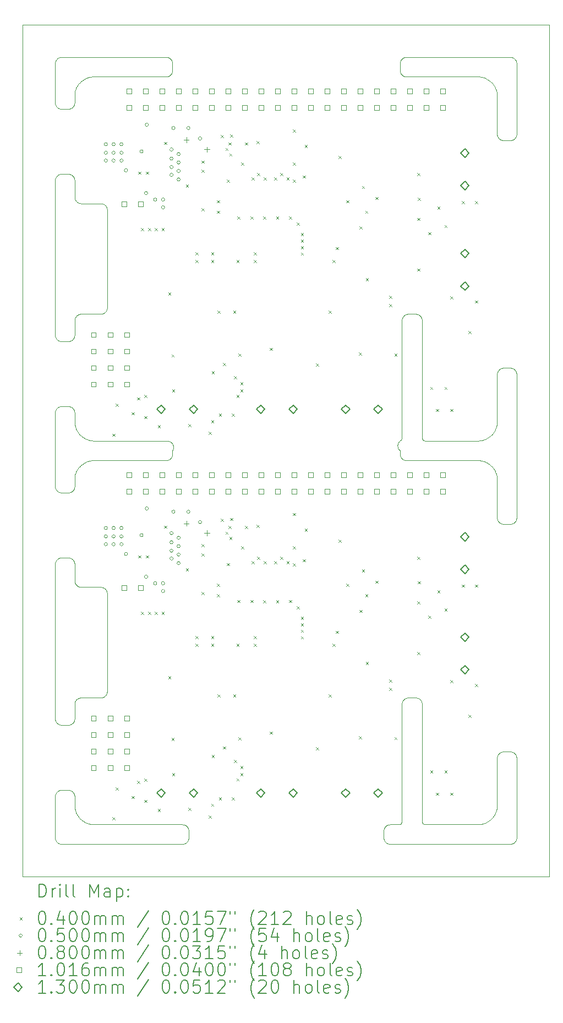
<source format=gbr>
%TF.GenerationSoftware,KiCad,Pcbnew,6.0.11+dfsg-1*%
%TF.CreationDate,2024-04-08T11:49:50+01:00*%
%TF.ProjectId,panel,70616e65-6c2e-46b6-9963-61645f706362,rev?*%
%TF.SameCoordinates,Original*%
%TF.FileFunction,Drillmap*%
%TF.FilePolarity,Positive*%
%FSLAX45Y45*%
G04 Gerber Fmt 4.5, Leading zero omitted, Abs format (unit mm)*
G04 Created by KiCad (PCBNEW 6.0.11+dfsg-1) date 2024-04-08 11:49:50*
%MOMM*%
%LPD*%
G01*
G04 APERTURE LIST*
%ADD10C,0.100000*%
%ADD11C,0.200000*%
%ADD12C,0.040000*%
%ADD13C,0.050000*%
%ADD14C,0.080000*%
%ADD15C,0.101600*%
%ADD16C,0.130000*%
G04 APERTURE END LIST*
D10*
X11623324Y-12385844D02*
X11621723Y-12387807D01*
X18100000Y-8099379D02*
X18100000Y-8099367D01*
X11600031Y-3050081D02*
X11600000Y-3051268D01*
X11600266Y-3048733D02*
X11600261Y-3048759D01*
X11686089Y-12350997D02*
X11683635Y-12351372D01*
X18096317Y-8146675D02*
X18096321Y-8146650D01*
X17799356Y-14300000D02*
X17799368Y-14300000D01*
X17873986Y-14290703D02*
X17876389Y-14290081D01*
X18140026Y-7299483D02*
X18143999Y-7296685D01*
X12080570Y-4790822D02*
X12080584Y-4790841D01*
X17930990Y-14269859D02*
X17933219Y-14268766D01*
X17984594Y-8336448D02*
X17984614Y-8336432D01*
X11389296Y-3297023D02*
X11384474Y-3296428D01*
X16694296Y-8699523D02*
X16689474Y-8698928D01*
X18170262Y-13184263D02*
X18174945Y-13182967D01*
X17905368Y-8719144D02*
X17905344Y-8719135D01*
X11654860Y-6460795D02*
X11654838Y-6460806D01*
X16948968Y-8369065D02*
X16948975Y-8369084D01*
X18094082Y-8159142D02*
X18096317Y-8146675D01*
X18899958Y-2000739D02*
X18899944Y-2000692D01*
X11836431Y-8706729D02*
X11836406Y-8706734D01*
X18143999Y-3763315D02*
X18140026Y-3760517D01*
X12007603Y-6449678D02*
X12007579Y-6449680D01*
X16648999Y-2783315D02*
X16645026Y-2780517D01*
X11633923Y-12374973D02*
X11632043Y-12376671D01*
X11379686Y-4299403D02*
X11384474Y-4298572D01*
X18100000Y-3680988D02*
X18100000Y-3100633D01*
X11869946Y-2801515D02*
X11869921Y-2801517D01*
X17984614Y-8336432D02*
X17994430Y-8328428D01*
X13097464Y-8638886D02*
X13095495Y-8643328D01*
X18096697Y-14044197D02*
X18096701Y-14044172D01*
X11600000Y-4649379D02*
X11600016Y-4650621D01*
X10800020Y-2000834D02*
X10800013Y-2000883D01*
X13010858Y-2500120D02*
X13015704Y-2500477D01*
X13322484Y-14325647D02*
X13326003Y-14328998D01*
X12050703Y-12336155D02*
X12046295Y-12338602D01*
X18320314Y-7281902D02*
X18325055Y-7282967D01*
X18037983Y-8282611D02*
X18045479Y-8272401D01*
X16689474Y-2501072D02*
X16694296Y-2500477D01*
X11652570Y-4738009D02*
X11652593Y-4738021D01*
X11665128Y-2910470D02*
X11656978Y-2920753D01*
X11623367Y-8876622D02*
X11623357Y-8876645D01*
X11694231Y-14218270D02*
X11694250Y-14218287D01*
X13039255Y-8401862D02*
X13043946Y-8402903D01*
X10800112Y-15099449D02*
X10800135Y-15099492D01*
X11748774Y-2840166D02*
X11737522Y-2846916D01*
X11583315Y-10241499D02*
X11585915Y-10245604D01*
X11601828Y-12431092D02*
X11601823Y-12431117D01*
X16598520Y-14297996D02*
X16601318Y-14297087D01*
X11868393Y-8398301D02*
X11868418Y-8398304D01*
X11302967Y-14525059D02*
X11301902Y-14520318D01*
X16965609Y-14290052D02*
X16965651Y-14290083D01*
X12099680Y-12257579D02*
X12099678Y-12257603D01*
X11374945Y-2502967D02*
X11379686Y-2501903D01*
X12099168Y-4837382D02*
X12099678Y-4842397D01*
X16986237Y-8398829D02*
X16987162Y-8399007D01*
X11543328Y-9187995D02*
X11538885Y-9189964D01*
X16957034Y-14282104D02*
X16957849Y-14283059D01*
X16982093Y-8397914D02*
X16983313Y-8398207D01*
X11715406Y-8336448D02*
X11717369Y-8337967D01*
X11686358Y-2887369D02*
X11677194Y-2896760D01*
X11709868Y-8766554D02*
X11709848Y-8766570D01*
X17799367Y-2800000D02*
X16704012Y-2800000D01*
X11302967Y-6795055D02*
X11301902Y-6790314D01*
X16947105Y-8363831D02*
X16947112Y-8363857D01*
X11610795Y-6504860D02*
X11609701Y-6507089D01*
X13099212Y-2734352D02*
X13097464Y-2738886D01*
X18300988Y-2500000D02*
X18305858Y-2500120D01*
X11782870Y-8376157D02*
X11794632Y-8380856D01*
X17844197Y-8703303D02*
X17844172Y-8703299D01*
X12055021Y-10666536D02*
X12059159Y-10669416D01*
X11621707Y-10612173D02*
X11621723Y-10612192D01*
X11600354Y-8113954D02*
X11600480Y-8116433D01*
X12017648Y-10651602D02*
X12022586Y-10652617D01*
X12007603Y-10650322D02*
X12012618Y-10650832D01*
X16675262Y-2504263D02*
X16679945Y-2502967D01*
X11500988Y-13770000D02*
X11505858Y-13770119D01*
X11630226Y-10621601D02*
X11632025Y-10623311D01*
X11661741Y-10642366D02*
X11664093Y-10643305D01*
X16630301Y-14270300D02*
X16630781Y-14269140D01*
X18900000Y-2001227D02*
X18900000Y-2001203D01*
X11601823Y-10568883D02*
X11601828Y-10568908D01*
X18380517Y-2540026D02*
X18383315Y-2543999D01*
X11755532Y-14262890D02*
X11766759Y-14268755D01*
X11606427Y-8161624D02*
X11609290Y-8173962D01*
X18075158Y-8880542D02*
X18069870Y-8869033D01*
X16943580Y-6534457D02*
X16944175Y-6539279D01*
X12046274Y-4761387D02*
X12046295Y-4761398D01*
X16619047Y-8386215D02*
X16619957Y-8385351D01*
X11608623Y-10590564D02*
X11608633Y-10590587D01*
X16953991Y-14278225D02*
X16954002Y-14278241D01*
X13100737Y-2729738D02*
X13099212Y-2734352D01*
X17861599Y-8393578D02*
X17861624Y-8393573D01*
X18081735Y-8897007D02*
X18081727Y-8896983D01*
X11301902Y-3217814D02*
X11301072Y-3213026D01*
X18096701Y-8144172D02*
X18098301Y-8131607D01*
X17984614Y-2863568D02*
X17984594Y-2863552D01*
X16573984Y-8442197D02*
X16575640Y-8437615D01*
X11609701Y-10592911D02*
X11610795Y-10595140D01*
X11389296Y-4297977D02*
X11394142Y-4297620D01*
X11600000Y-6550633D02*
X11600000Y-6770988D01*
X17831607Y-2801699D02*
X17831582Y-2801696D01*
X13088315Y-8656001D02*
X13085517Y-8659974D01*
X11808549Y-2814065D02*
X11808524Y-2814072D01*
X13114474Y-8468930D02*
X13115822Y-8473543D01*
X12067026Y-12324169D02*
X12067008Y-12324185D01*
X11571003Y-10226497D02*
X11574354Y-10230016D01*
X16664057Y-12378989D02*
X16667576Y-12375639D01*
X11699749Y-8774987D02*
X11697854Y-8776650D01*
X13030055Y-2502967D02*
X13034738Y-2504263D01*
X18320314Y-3778097D02*
X18315526Y-3778928D01*
X11666468Y-4744185D02*
X11668865Y-4745004D01*
X18055236Y-8842403D02*
X18055223Y-8842381D01*
X11647822Y-2933498D02*
X11647808Y-2933519D01*
X18399880Y-7374142D02*
X18400000Y-7379012D01*
X11646046Y-6465833D02*
X11643931Y-6467226D01*
X11343999Y-10214185D02*
X11348104Y-10211585D01*
X16971437Y-14293727D02*
X16971454Y-14293736D01*
X11652593Y-10638021D02*
X11654838Y-10639194D01*
X16988506Y-14299170D02*
X16989751Y-14299334D01*
X11639334Y-8846697D02*
X11639321Y-8846719D01*
X16359263Y-14529743D02*
X16357967Y-14525059D01*
X16589811Y-8534414D02*
X16586911Y-8530499D01*
X16966707Y-14290809D02*
X16969176Y-14292411D01*
X17844197Y-14296697D02*
X17846650Y-14296321D01*
X11748774Y-8740166D02*
X11737522Y-8746916D01*
X13105047Y-8550073D02*
X13105038Y-8550121D01*
X17831582Y-14298304D02*
X17831607Y-14298301D01*
X12012641Y-6449165D02*
X12012618Y-6449168D01*
X11322472Y-3261305D02*
X11319483Y-3257474D01*
X18055223Y-14157619D02*
X18055236Y-14157597D01*
X16362536Y-14361119D02*
X16364505Y-14356677D01*
X13109111Y-8455560D02*
X13111114Y-8459928D01*
X18085840Y-8190984D02*
X18086583Y-8188615D01*
X11322472Y-2536195D02*
X11325646Y-2532516D01*
X11900643Y-8700000D02*
X11900630Y-8700000D01*
X11699367Y-12350016D02*
X11696201Y-12350096D01*
X18094082Y-3040857D02*
X18094078Y-3040832D01*
X18096697Y-8955803D02*
X18096321Y-8953350D01*
X11654860Y-4739205D02*
X11657089Y-4740299D01*
X16915651Y-6478990D02*
X16919001Y-6482508D01*
X12094598Y-6382322D02*
X12094591Y-6382345D01*
X11662033Y-14182631D02*
X11663552Y-14184594D01*
X16962539Y-14287609D02*
X16962559Y-14287626D01*
X11623357Y-2976645D02*
X11618092Y-2988663D01*
X11628416Y-6480207D02*
X11628399Y-6480226D01*
X17930990Y-2830140D02*
X17930967Y-2830130D01*
X11500988Y-9197500D02*
X11399012Y-9197500D01*
X11607634Y-4688259D02*
X11607644Y-4688283D01*
X11598097Y-10277186D02*
X11598928Y-10281974D01*
X11699379Y-6450016D02*
X11699367Y-6450016D01*
X18109505Y-13236672D02*
X18111690Y-13232332D01*
X11626671Y-4717957D02*
X11626689Y-4717975D01*
X11538885Y-12762464D02*
X11534352Y-12764212D01*
X18334352Y-14594217D02*
X18329738Y-14595741D01*
X11623852Y-14117154D02*
X11624831Y-14119435D01*
X18161114Y-7287536D02*
X18165648Y-7285787D01*
X11343999Y-9180815D02*
X11340026Y-9178017D01*
X16598501Y-14298002D02*
X16598520Y-14297996D01*
X17994430Y-8771572D02*
X17984614Y-8763568D01*
X11309505Y-6813328D02*
X11307536Y-6808885D01*
X11611633Y-3005747D02*
X11607631Y-3018243D01*
X11556001Y-13786685D02*
X11559974Y-13789483D01*
X18093573Y-14061624D02*
X18093578Y-14061599D01*
X18199012Y-13180000D02*
X18300988Y-13180000D01*
X18899970Y-15099218D02*
X18899980Y-15099170D01*
X13072484Y-8674354D02*
X13068805Y-8677528D01*
X18398097Y-14520318D02*
X18397033Y-14525059D01*
X11630226Y-12378399D02*
X11630207Y-12378416D01*
X11675446Y-8798646D02*
X11666777Y-8808496D01*
X12077484Y-4786835D02*
X12080570Y-4790822D01*
X18899839Y-2000470D02*
X18899812Y-2000430D01*
X12092840Y-6387072D02*
X12092831Y-6387094D01*
X11307536Y-6808885D02*
X11305787Y-6804352D01*
X18098304Y-14031582D02*
X18098555Y-14029112D01*
X11600417Y-6541146D02*
X11600224Y-6543672D01*
X17946660Y-8361674D02*
X17946682Y-8361661D01*
X16642595Y-12411099D02*
X16644565Y-12406658D01*
X16955153Y-14279782D02*
X16955165Y-14279797D01*
X11365648Y-9191713D02*
X11361114Y-9189964D01*
X18383315Y-14556006D02*
X18380517Y-14559979D01*
X11336195Y-12747528D02*
X11332516Y-12744354D01*
X18007568Y-8783440D02*
X18005769Y-8781730D01*
X17944468Y-2837109D02*
X17933241Y-2831245D01*
X18053896Y-8840253D02*
X18046926Y-8829677D01*
X18329738Y-14595741D02*
X18325055Y-14597037D01*
X11608623Y-4690564D02*
X11608633Y-4690587D01*
X16724350Y-12350477D02*
X16729195Y-12350119D01*
X11740274Y-14253910D02*
X11742381Y-14255223D01*
X13105000Y-8600988D02*
X13104880Y-8605858D01*
X18351896Y-14585919D02*
X18347668Y-14588314D01*
X16985871Y-14298752D02*
X16985897Y-14298757D01*
X11600016Y-14000633D02*
X11600353Y-14013928D01*
X17994449Y-14228412D02*
X17996333Y-14226795D01*
X11599523Y-10286796D02*
X11599880Y-10291642D01*
X11656962Y-2920774D02*
X11655448Y-2922789D01*
X16987162Y-8399007D02*
X16987201Y-8399013D01*
X16604671Y-8549760D02*
X16604635Y-8549727D01*
X12001260Y-10650032D02*
X12002544Y-10650064D01*
X11617120Y-8891045D02*
X11612481Y-8903319D01*
X12092840Y-12287072D02*
X12092831Y-12287094D01*
X18053910Y-14159726D02*
X18055223Y-14157619D01*
X16653104Y-2514085D02*
X16657332Y-2511690D01*
X11394142Y-4297620D02*
X11399012Y-4297500D01*
X16976202Y-14295932D02*
X16977070Y-14296298D01*
X18099984Y-3099367D02*
X18099647Y-3086072D01*
X18152332Y-7291690D02*
X18156672Y-7289505D01*
X11780565Y-8375169D02*
X11782846Y-8376147D01*
X18334352Y-13185787D02*
X18338886Y-13187536D01*
X11762597Y-2832737D02*
X11751013Y-2838899D01*
X11615819Y-6496067D02*
X11614506Y-6498174D01*
X11300000Y-10296512D02*
X11300000Y-10296512D01*
X11600039Y-8949978D02*
X11600034Y-8950030D01*
X13061001Y-8683315D02*
X13056896Y-8685915D01*
X18114085Y-13228104D02*
X18116685Y-13223999D01*
X16641195Y-8677528D02*
X16637516Y-8674354D01*
X11657089Y-12359701D02*
X11654860Y-12360795D01*
X12070679Y-6420696D02*
X12067026Y-6424169D01*
X11606422Y-8161599D02*
X11606427Y-8161624D01*
X16604967Y-8550313D02*
X16604957Y-8550265D01*
X18347668Y-9668310D02*
X18343328Y-9670495D01*
X11797007Y-8381735D02*
X11808992Y-8385832D01*
X16634576Y-14251301D02*
X16634577Y-14251275D01*
X11899370Y-8700016D02*
X11899357Y-8700017D01*
X11601377Y-12433610D02*
X11601372Y-12433635D01*
X18062879Y-8855510D02*
X18061674Y-8853340D01*
X12041748Y-4759167D02*
X12046274Y-4761387D01*
X12022586Y-6447383D02*
X12017648Y-6448398D01*
X16989795Y-8399353D02*
X16990734Y-8399421D01*
X16641195Y-2777528D02*
X16637516Y-2774354D01*
X12067026Y-6424169D02*
X12067008Y-6424185D01*
X11624957Y-10616058D02*
X11624973Y-10616077D01*
X13340915Y-14348105D02*
X13343310Y-14352333D01*
X11600223Y-4656303D02*
X11600224Y-4656328D01*
X11628399Y-12380226D02*
X11626689Y-12382025D01*
X11567484Y-9171854D02*
X11563805Y-9175028D01*
X13117607Y-8516416D02*
X13116647Y-8521124D01*
X11686089Y-6450997D02*
X11683635Y-6451372D01*
X11605823Y-10583556D02*
X11606686Y-10585883D01*
X18394213Y-7345648D02*
X18395737Y-7350262D01*
X11574354Y-9164984D02*
X11571003Y-9168503D01*
X11653088Y-8270344D02*
X11654506Y-8272381D01*
X11300000Y-4396512D02*
X11300000Y-4396512D01*
X16604770Y-8549869D02*
X16604739Y-8549831D01*
X11646385Y-8835631D02*
X11639334Y-8846697D01*
X11823611Y-8709752D02*
X11821173Y-8710394D01*
X11559974Y-10216983D02*
X11563805Y-10219972D01*
X11711846Y-2864990D02*
X11709868Y-2866554D01*
X11671282Y-10645762D02*
X11673717Y-10646459D01*
X11604996Y-10581135D02*
X11605815Y-10583532D01*
X12090833Y-4808252D02*
X12090843Y-4808273D01*
X16634421Y-14254266D02*
X16634422Y-14254246D01*
X11311690Y-13822332D02*
X11314085Y-13818104D01*
X18080865Y-8894656D02*
X18080856Y-8894632D01*
X16944995Y-14249006D02*
X16945012Y-14250283D01*
X16403104Y-14585919D02*
X16398999Y-14583320D01*
X16614505Y-2743328D02*
X16612536Y-2738886D01*
X11305787Y-12704352D02*
X11304263Y-12699738D01*
X17844172Y-2803299D02*
X17831607Y-2801699D01*
X16941683Y-12424930D02*
X16942748Y-12429670D01*
X12063183Y-12327469D02*
X12063165Y-12327484D01*
X18061674Y-8246660D02*
X18062879Y-8244490D01*
X11538885Y-7877536D02*
X11543328Y-7879505D01*
X11602906Y-10573831D02*
X11602912Y-10573856D01*
X11676144Y-4747088D02*
X11676169Y-4747094D01*
X18090081Y-8923611D02*
X18090075Y-8923586D01*
X13052668Y-8688310D02*
X13048328Y-8690495D01*
X11676144Y-12352912D02*
X11673741Y-12353534D01*
X13088315Y-2543999D02*
X13090915Y-2548104D01*
X16627929Y-14274961D02*
X16628528Y-14273858D01*
X16632173Y-14265464D02*
X16632185Y-14265426D01*
X11836431Y-2806729D02*
X11836406Y-2806734D01*
X16993730Y-8399578D02*
X16996272Y-8399645D01*
X11356672Y-14590499D02*
X11352332Y-14588314D01*
X16449142Y-14599885D02*
X16444296Y-14599527D01*
X18099984Y-14000633D02*
X18099984Y-14000620D01*
X11729656Y-14246912D02*
X11729677Y-14246926D01*
X17919458Y-2824841D02*
X17919435Y-2824831D01*
X12100000Y-6348739D02*
X12099968Y-6351260D01*
X16968901Y-8392233D02*
X16971166Y-8393541D01*
X16978301Y-8396720D02*
X16978326Y-8396728D01*
X11779142Y-2825000D02*
X11779118Y-2825010D01*
X11821173Y-2810394D02*
X11821148Y-2810400D01*
X11655433Y-2922810D02*
X11647822Y-2933498D01*
X13085517Y-8659974D02*
X13082528Y-8663805D01*
X16919001Y-12382508D02*
X16922175Y-12386187D01*
X11643931Y-4732773D02*
X11646046Y-4734167D01*
X16374483Y-14559979D02*
X16371685Y-14556006D01*
X11624957Y-12383942D02*
X11623340Y-12385825D01*
X18090081Y-3023611D02*
X18090075Y-3023586D01*
X16666114Y-2507536D02*
X16670648Y-2505787D01*
X11604996Y-12418865D02*
X11604988Y-12418889D01*
X18018287Y-8305750D02*
X18026778Y-8296352D01*
X11370262Y-12765737D02*
X11365648Y-12764212D01*
X11737501Y-2846929D02*
X11735373Y-2848281D01*
X11325646Y-13802516D02*
X11328997Y-13798997D01*
X11538885Y-3289964D02*
X11534352Y-3291712D01*
X11600673Y-6538626D02*
X11600670Y-6538652D01*
X16633145Y-14261981D02*
X16633825Y-14258782D01*
X13345495Y-14356673D02*
X13347464Y-14361116D01*
X11567484Y-7895646D02*
X11571003Y-7898997D01*
X16944995Y-8349006D02*
X16945012Y-8350283D01*
X17903017Y-8381727D02*
X17905344Y-8380865D01*
X11556001Y-7886685D02*
X11559974Y-7889483D01*
X17829113Y-8398555D02*
X17831582Y-8398304D01*
X11840857Y-8394082D02*
X11853325Y-8396317D01*
X18136195Y-13202472D02*
X18140026Y-13199483D01*
X11365648Y-7875787D02*
X11370262Y-7874263D01*
X11646090Y-8259726D02*
X11646104Y-8259747D01*
X16594071Y-14299065D02*
X16594090Y-14299061D01*
X11606695Y-10585907D02*
X11607634Y-10588259D01*
X18100120Y-13274142D02*
X18100477Y-13269296D01*
X11600993Y-10563886D02*
X11600997Y-10563911D01*
X18388310Y-3727668D02*
X18385915Y-3731896D01*
X11692432Y-14216560D02*
X11694231Y-14218270D01*
X11309505Y-9140828D02*
X11307536Y-9136386D01*
X16635173Y-6544121D02*
X16635531Y-6539275D01*
X18099984Y-8100620D02*
X18100000Y-8099379D01*
X18090075Y-8923586D02*
X18086590Y-8911409D01*
X11607644Y-6511717D02*
X11607634Y-6511741D01*
X12077484Y-6413165D02*
X12077469Y-6413183D01*
X10800739Y-2000042D02*
X10800692Y-2000056D01*
X18156672Y-3770495D02*
X18152332Y-3768310D01*
X12096114Y-6377489D02*
X12096107Y-6377512D01*
X16605119Y-2594142D02*
X16605477Y-2589296D01*
X11631536Y-2960315D02*
X11631524Y-2960337D01*
X11601828Y-4668908D02*
X11602328Y-4671339D01*
X16616110Y-8388816D02*
X16617064Y-8388000D01*
X13005988Y-2800000D02*
X11900643Y-2800000D01*
X16369085Y-14348108D02*
X16371685Y-14344003D01*
X11600000Y-6550621D02*
X11600000Y-6550633D01*
X18086590Y-14088591D02*
X18090075Y-14076414D01*
X11600000Y-9098488D02*
X11599880Y-9103358D01*
X12099168Y-10737382D02*
X12099678Y-10742397D01*
X18899610Y-2000217D02*
X18899570Y-2000188D01*
X16439474Y-14301076D02*
X16444296Y-14300481D01*
X12041727Y-4759157D02*
X12041748Y-4759167D01*
X11638326Y-8246660D02*
X11638339Y-8246682D01*
X16983313Y-8398207D02*
X16983339Y-8398213D01*
X12050723Y-6436143D02*
X12050703Y-6436155D01*
X17816458Y-8399519D02*
X17829087Y-8398557D01*
X16612671Y-8391359D02*
X16615052Y-8389629D01*
X18899648Y-15099756D02*
X18899684Y-15099723D01*
X11611641Y-3005723D02*
X11611633Y-3005747D01*
X11505858Y-7870119D02*
X11510704Y-7870477D01*
X11340026Y-10216983D02*
X11343999Y-10214185D01*
X18093578Y-3038401D02*
X18093573Y-3038376D01*
X12007603Y-12349678D02*
X12007579Y-12349680D01*
X11737522Y-2846916D02*
X11737501Y-2846929D01*
X11600419Y-12441121D02*
X11600417Y-12441146D01*
X18116685Y-3736001D02*
X18114085Y-3731896D01*
X11620173Y-12389810D02*
X11618673Y-12391852D01*
X11300119Y-3203358D02*
X11300000Y-3198488D01*
X11633942Y-12374957D02*
X11633923Y-12374973D01*
X11609919Y-14076389D02*
X11609925Y-14076414D01*
X12022609Y-6447378D02*
X12022586Y-6447383D01*
X18899214Y-2000030D02*
X18899166Y-2000020D01*
X17996352Y-8773222D02*
X17996333Y-8773205D01*
X16633997Y-2771003D02*
X16630646Y-2767484D01*
X18114085Y-3731896D02*
X18111690Y-3727668D01*
X11620188Y-4710210D02*
X11621707Y-4712173D01*
X16734065Y-12350000D02*
X16845642Y-12350000D01*
X11583315Y-6826001D02*
X11580517Y-6829974D01*
X12063183Y-4772531D02*
X12067008Y-4775815D01*
X11348104Y-14585919D02*
X11343999Y-14583320D01*
X18099646Y-8113954D02*
X18099647Y-8113928D01*
X18300988Y-14600005D02*
X16454012Y-14600005D01*
X13020526Y-2798928D02*
X13015704Y-2799523D01*
X11686114Y-4749007D02*
X11688626Y-4749327D01*
X13034738Y-8695737D02*
X13030055Y-8697033D01*
X18068766Y-8866781D02*
X18068755Y-8866759D01*
X11793680Y-8719163D02*
X11791321Y-8720052D01*
X16971454Y-14293736D02*
X16972291Y-14294169D01*
X16617104Y-14287966D02*
X16618059Y-14287151D01*
X18028428Y-8294430D02*
X18036432Y-8284614D01*
X18028412Y-14194449D02*
X18028428Y-14194430D01*
X12055002Y-4766523D02*
X12055021Y-4766536D01*
X17994449Y-8771588D02*
X17994430Y-8771572D01*
X18398097Y-3700314D02*
X18397033Y-3705055D01*
X16987201Y-8399013D02*
X16988132Y-8399155D01*
X11571003Y-13798997D02*
X11574354Y-13802516D01*
X18148104Y-7294085D02*
X18152332Y-7291690D01*
X16704012Y-2500000D02*
X18300988Y-2500000D01*
X18174945Y-3777033D02*
X18170262Y-3775737D01*
X17876389Y-8390081D02*
X17876414Y-8390075D01*
X11696201Y-10649904D02*
X11699367Y-10649984D01*
X11699749Y-2874987D02*
X11697854Y-2876650D01*
X11764875Y-2831599D02*
X11762620Y-2832725D01*
X11600000Y-8951268D02*
X11600000Y-8951294D01*
X18075169Y-8880565D02*
X18075158Y-8880542D01*
X18046926Y-2929677D02*
X18046912Y-2929656D01*
X11567484Y-10223146D02*
X11571003Y-10226497D01*
X18392464Y-14538890D02*
X18390495Y-14543332D01*
X11602333Y-12428636D02*
X11602328Y-12428661D01*
X11394142Y-14599885D02*
X11389296Y-14599527D01*
X16634245Y-8356180D02*
X16634350Y-8355244D01*
X18122472Y-7316195D02*
X18125646Y-7312516D01*
X11325646Y-9164984D02*
X11322472Y-9161305D01*
X16964613Y-14289288D02*
X16965609Y-14290052D01*
X18026778Y-14196352D02*
X18026795Y-14196333D01*
X12088602Y-10703705D02*
X12088613Y-10703726D01*
X11340026Y-2519483D02*
X11343999Y-2516685D01*
X11791297Y-8720061D02*
X11779142Y-8725000D01*
X12097378Y-12272609D02*
X12096114Y-12277489D01*
X16869706Y-6452966D02*
X16874389Y-6454262D01*
X18081735Y-2997007D02*
X18081727Y-2996983D01*
X11607634Y-12411741D02*
X11606695Y-12414093D01*
X11666761Y-2908516D02*
X11665144Y-2910450D01*
X11742381Y-8355223D02*
X11742402Y-8355236D01*
X11597033Y-3222555D02*
X11595737Y-3227238D01*
X16612670Y-14291391D02*
X16612686Y-14291380D01*
X17831582Y-8398304D02*
X17831607Y-8398301D01*
X18028412Y-8805551D02*
X18026795Y-8803667D01*
X17970344Y-8753088D02*
X17970323Y-8753074D01*
X11300477Y-14510708D02*
X11300119Y-14505862D01*
X18148104Y-3765915D02*
X18143999Y-3763315D01*
X10800000Y-15098777D02*
X10800000Y-15098802D01*
X11650400Y-12363195D02*
X11650378Y-12363208D01*
X11311690Y-2552332D02*
X11314085Y-2548104D01*
X11600266Y-8948734D02*
X11600261Y-8948759D01*
X11600000Y-7969012D02*
X11600000Y-8099367D01*
X18076157Y-14117130D02*
X18080856Y-14105368D01*
X18096321Y-14046650D02*
X18096697Y-14044197D01*
X18898773Y-2000000D02*
X10801227Y-2000000D01*
X16606072Y-2584474D02*
X16606902Y-2579686D01*
X11699379Y-4749984D02*
X11700621Y-4750000D01*
X16632917Y-8362956D02*
X16632927Y-8362917D01*
X12070696Y-10679320D02*
X12074169Y-10682974D01*
X18046912Y-2929656D02*
X18045494Y-2927619D01*
X11316685Y-4341499D02*
X11319483Y-4337526D01*
X18086590Y-8911409D02*
X18086583Y-8911385D01*
X17982631Y-8337967D02*
X17984594Y-8336448D01*
X16420648Y-14594217D02*
X16416114Y-14592468D01*
X16944995Y-14248993D02*
X16944995Y-14249006D01*
X16949330Y-8369956D02*
X16949345Y-8369992D01*
X11585915Y-9149396D02*
X11583315Y-9153501D01*
X11599880Y-3203358D02*
X11599523Y-3208204D01*
X11314085Y-10245604D02*
X11316685Y-10241499D01*
X13064974Y-2519483D02*
X13068805Y-2522472D01*
X16584451Y-8420265D02*
X16587173Y-8416224D01*
X11603679Y-8146650D02*
X11603683Y-8146675D01*
X16660706Y-6482507D02*
X16664057Y-6478989D01*
X16984637Y-14298524D02*
X16985871Y-14298752D01*
X11806098Y-8714847D02*
X11793705Y-8719154D01*
X16615073Y-8389613D02*
X16616069Y-8388849D01*
X18068755Y-8866759D02*
X18062891Y-8855532D01*
X16636959Y-6529667D02*
X16638024Y-6524927D01*
X11666444Y-4744176D02*
X11666468Y-4744185D01*
X12022609Y-12347378D02*
X12022586Y-12347383D01*
X11691121Y-4749581D02*
X11691146Y-4749583D01*
X12099168Y-6362618D02*
X12099165Y-6362641D01*
X16945914Y-8359094D02*
X16946104Y-8360017D01*
X16632476Y-8364510D02*
X16632662Y-8363883D01*
X11609290Y-14073962D02*
X11609296Y-14073986D01*
X12059178Y-10669430D02*
X12063165Y-10672516D01*
X12088613Y-10703726D02*
X12090833Y-10708252D01*
X16958748Y-14284008D02*
X16958767Y-14284027D01*
X16958785Y-8384047D02*
X16959649Y-8384957D01*
X17891008Y-8714168D02*
X17890984Y-8714160D01*
X11595737Y-3227238D02*
X11594212Y-3231852D01*
X11594212Y-7935648D02*
X11595737Y-7940262D01*
X11611979Y-4697407D02*
X11611991Y-4697430D01*
X11588310Y-4349832D02*
X11590495Y-4354172D01*
X16407332Y-14588314D02*
X16403104Y-14585919D01*
X12097383Y-4827414D02*
X12098398Y-4832352D01*
X11314085Y-13818104D02*
X11316685Y-13813999D01*
X17800631Y-14299984D02*
X17800644Y-14299984D01*
X13097464Y-2561114D02*
X13099212Y-2565648D01*
X13103097Y-2579686D02*
X13103928Y-2584474D01*
X16628583Y-8373828D02*
X16629747Y-8371542D01*
X16605477Y-2589296D02*
X16606072Y-2584474D01*
X11601445Y-14029112D02*
X11601696Y-14031582D01*
X11691146Y-10649583D02*
X11693672Y-10649775D01*
X11611991Y-6502570D02*
X11611979Y-6502593D01*
X11611633Y-8905747D02*
X11607631Y-8918243D01*
X16945039Y-8351300D02*
X16945082Y-8352241D01*
X16679058Y-6466680D02*
X16683163Y-6464081D01*
X11614168Y-8191008D02*
X11618265Y-8202993D01*
X18068755Y-2966759D02*
X18062891Y-2955532D01*
X17919435Y-14275169D02*
X17919458Y-14275158D01*
X11602912Y-4673856D02*
X11603534Y-4676259D01*
X11692432Y-8316560D02*
X11694231Y-8318270D01*
X18007586Y-2883458D02*
X18007568Y-2883440D01*
X18007568Y-14216560D02*
X18007586Y-14216542D01*
X12070696Y-6420679D02*
X12070679Y-6420696D01*
X11641852Y-4731327D02*
X11641873Y-4731341D01*
X11840857Y-14294082D02*
X11853325Y-14296317D01*
X18100120Y-7374142D02*
X18100477Y-7369296D01*
X11379686Y-3295597D02*
X11374945Y-3294533D01*
X18371003Y-13208997D02*
X18374354Y-13212516D01*
X11646067Y-6465819D02*
X11646046Y-6465833D01*
X17888615Y-8713417D02*
X17888591Y-8713410D01*
X11607644Y-10588283D02*
X11608623Y-10590564D01*
X18099984Y-8999367D02*
X18099647Y-8986072D01*
X11300477Y-9108204D02*
X11300119Y-9103358D01*
X18140026Y-9660517D02*
X18136195Y-9657528D01*
X17831607Y-8398301D02*
X17844172Y-8396701D01*
X18100000Y-13999367D02*
X18100000Y-13279012D01*
X11883542Y-8399519D02*
X11883567Y-8399520D01*
X13020139Y-8400001D02*
X13024955Y-8400118D01*
X16420648Y-14305792D02*
X16425262Y-14304268D01*
X11600016Y-6549367D02*
X11600016Y-6549379D01*
X11661741Y-12357634D02*
X11661717Y-12357644D01*
X11614493Y-6498195D02*
X11613208Y-6500378D01*
X13105038Y-8550121D02*
X13105030Y-8550170D01*
X16970026Y-14292939D02*
X16970845Y-14293405D01*
X17891008Y-8385832D02*
X17902993Y-8381735D01*
X18356001Y-3763315D02*
X18351896Y-3765915D01*
X11580517Y-12729974D02*
X11577528Y-12733805D01*
X16989756Y-8399350D02*
X16989795Y-8399353D01*
X16945628Y-8357444D02*
X16945634Y-8357483D01*
X10800042Y-15099266D02*
X10800056Y-15099313D01*
X17996333Y-8326795D02*
X17996352Y-8326778D01*
X10800006Y-2000981D02*
X10800000Y-2001203D01*
X11618659Y-6491873D02*
X11617241Y-6493910D01*
X11556001Y-9180815D02*
X11551896Y-9183415D01*
X11867413Y-8701776D02*
X11867387Y-8701779D01*
X18388310Y-7332332D02*
X18390495Y-7336672D01*
X11500988Y-4297500D02*
X11505858Y-4297620D01*
X11599523Y-13859296D02*
X11599880Y-13864142D01*
X11602967Y-3035875D02*
X11602962Y-3035900D01*
X11673741Y-4746466D02*
X11676144Y-4747088D01*
X11620173Y-6489810D02*
X11618673Y-6491852D01*
X10800352Y-15099756D02*
X10800390Y-15099787D01*
X10800316Y-15099723D02*
X10800352Y-15099756D01*
X12090843Y-4808273D02*
X12092831Y-4812906D01*
X18170262Y-3775737D02*
X18165648Y-3774212D01*
X11899379Y-14299984D02*
X11900621Y-14300000D01*
X11343999Y-12753315D02*
X11340026Y-12750517D01*
X11599880Y-7964142D02*
X11600000Y-7969012D01*
X13329354Y-14332517D02*
X13332528Y-14336197D01*
X13349212Y-14534356D02*
X13347464Y-14538890D01*
X11700621Y-6450000D02*
X11699379Y-6450016D01*
X11580517Y-4337526D02*
X11583315Y-4341499D01*
X11601828Y-6531092D02*
X11601823Y-6531117D01*
X16653104Y-8685915D02*
X16648999Y-8683315D01*
X16635173Y-12444121D02*
X16635531Y-12439275D01*
X13048328Y-8690495D02*
X13043885Y-8692464D01*
X11630337Y-8862562D02*
X11630325Y-8862585D01*
X18184474Y-9678928D02*
X18179686Y-9678097D01*
X12099678Y-10742397D02*
X12099680Y-10742421D01*
X18061661Y-14146682D02*
X18061674Y-14146660D01*
X16632662Y-8363883D02*
X16632668Y-8363864D01*
X18899261Y-15099963D02*
X18899308Y-15099949D01*
X16614007Y-14290449D02*
X16614038Y-14290426D01*
X16946104Y-14260017D02*
X16946112Y-14260055D01*
X11300000Y-7969012D02*
X11300000Y-7969012D01*
X11780565Y-14275169D02*
X11782846Y-14276147D01*
X18397033Y-7354945D02*
X18398097Y-7359686D01*
X11666444Y-12355823D02*
X11664117Y-12356686D01*
X11699367Y-4749984D02*
X11699379Y-4749984D01*
X18899214Y-15099975D02*
X18899261Y-15099963D01*
X16355477Y-14510708D02*
X16355119Y-14505862D01*
X11654860Y-12360795D02*
X11654838Y-12360806D01*
X18114085Y-9631896D02*
X18111690Y-9627668D01*
X11779142Y-8725000D02*
X11779118Y-8725010D01*
X18076148Y-2982846D02*
X18075169Y-2980565D01*
X18119483Y-9639974D02*
X18116685Y-9636001D01*
X18390495Y-7336672D02*
X18392464Y-7341114D01*
X13118836Y-8506887D02*
X13118338Y-8511666D01*
X11394142Y-12769880D02*
X11389296Y-12769523D01*
X16633825Y-14258782D02*
X16633829Y-14258763D01*
X11681730Y-8305769D02*
X11683440Y-8307568D01*
X11614160Y-14090984D02*
X11614168Y-14091008D01*
X12083477Y-12305002D02*
X12083464Y-12305021D01*
X11618673Y-4708148D02*
X11620173Y-4710189D01*
X11657112Y-4740309D02*
X11659413Y-4741367D01*
X11724441Y-8755630D02*
X11722385Y-8757089D01*
X18899980Y-2000834D02*
X18899970Y-2000786D01*
X11598928Y-13854474D02*
X11599523Y-13859296D01*
X13043946Y-8402903D02*
X13048581Y-8404171D01*
X18380517Y-9639974D02*
X18377528Y-9643805D01*
X13354880Y-14394144D02*
X13355000Y-14399014D01*
X16667576Y-12375639D02*
X16671255Y-12372466D01*
X17816433Y-8399520D02*
X17816458Y-8399519D01*
X13104523Y-8610704D02*
X13103928Y-8615526D01*
X11600997Y-6536089D02*
X11600993Y-6536114D01*
X18899068Y-15099996D02*
X18899117Y-15099992D01*
X18037983Y-14182611D02*
X18045479Y-14172401D01*
X18085840Y-8909016D02*
X18085832Y-8908992D01*
X12037072Y-12342840D02*
X12032345Y-12344591D01*
X11648195Y-4735507D02*
X11650378Y-4736792D01*
X18359974Y-3760517D02*
X18356001Y-3763315D01*
X16660706Y-12382507D02*
X16664057Y-12378989D01*
X18136195Y-3757528D02*
X18132516Y-3754354D01*
X11609296Y-8173986D02*
X11609919Y-8176389D01*
X18315526Y-14598933D02*
X18310704Y-14599527D01*
X11300000Y-12670988D02*
X11300000Y-10296512D01*
X16613241Y-14290998D02*
X16614007Y-14290449D01*
X16605119Y-2705858D02*
X16605000Y-2700988D01*
X16649145Y-12398091D02*
X16651745Y-12393987D01*
X11365648Y-6864212D02*
X11361114Y-6862464D01*
X17816458Y-2800481D02*
X17816433Y-2800480D01*
X11635825Y-4726660D02*
X11635844Y-4726676D01*
X17984614Y-14236432D02*
X17994430Y-14228428D01*
X11583315Y-9153501D02*
X11580517Y-9157474D01*
X16963575Y-8388492D02*
X16964571Y-8389256D01*
X11619144Y-8205368D02*
X11623843Y-8217130D01*
X11543328Y-10207005D02*
X11547668Y-10209190D01*
X18094082Y-14059142D02*
X18096317Y-14046675D01*
X12037094Y-6442831D02*
X12037072Y-6442840D01*
X16953609Y-14277670D02*
X16953620Y-14277686D01*
X11683458Y-8307586D02*
X11692414Y-8316542D01*
X17816458Y-8700481D02*
X17816433Y-8700480D01*
X11301072Y-10281974D02*
X11301902Y-10277186D01*
X18055223Y-2942381D02*
X18053910Y-2940274D01*
X11630130Y-8230967D02*
X11630140Y-8230990D01*
X13024955Y-8400118D02*
X13029748Y-8400468D01*
X12017625Y-10651598D02*
X12017648Y-10651602D01*
X18399880Y-9585858D02*
X18399523Y-9590704D01*
X13068805Y-2777528D02*
X13064974Y-2780517D01*
X13105074Y-8549978D02*
X13105059Y-8550025D01*
X17994430Y-14228428D02*
X17994449Y-14228412D01*
X16606902Y-2579686D02*
X16607967Y-2574945D01*
X11301072Y-4381974D02*
X11301902Y-4377186D01*
X12083477Y-6405002D02*
X12083464Y-6405021D01*
X18900000Y-2001203D02*
X18899994Y-2000981D01*
X11571003Y-7898997D02*
X11574354Y-7902516D01*
X18315526Y-7281072D02*
X18320314Y-7281902D01*
X11691146Y-6450417D02*
X11691121Y-6450419D01*
X18363805Y-13202472D02*
X18367484Y-13205646D01*
X16585954Y-14299936D02*
X16588564Y-14299799D01*
X11515526Y-7871072D02*
X11520314Y-7871902D01*
X18338886Y-9672464D02*
X18334352Y-9674213D01*
X13103097Y-2720314D02*
X13102033Y-2725055D01*
X11633923Y-10625027D02*
X11633942Y-10625043D01*
X18068766Y-14133218D02*
X18069859Y-14130990D01*
X13025314Y-8698097D02*
X13020526Y-8698928D01*
X17846650Y-14296321D02*
X17846675Y-14296317D01*
X11322472Y-12733805D02*
X11319483Y-12729974D01*
X11590495Y-3240828D02*
X11588310Y-3245168D01*
X13034738Y-2504263D02*
X13039352Y-2505787D01*
X17944468Y-8737109D02*
X17933241Y-8731245D01*
X11515526Y-13771072D02*
X11520314Y-13771902D01*
X17959726Y-8746090D02*
X17957619Y-8744777D01*
X16684686Y-8698097D02*
X16679945Y-8697033D01*
X11700621Y-12350000D02*
X11699379Y-12350016D01*
X18005750Y-14218287D02*
X18005769Y-14218270D01*
X17813928Y-2800353D02*
X17800633Y-2800016D01*
X16632471Y-14264529D02*
X16632476Y-14264510D01*
X10800600Y-2000091D02*
X10800556Y-2000112D01*
X16945165Y-8353218D02*
X16945167Y-8353238D01*
X16966708Y-8390809D02*
X16966729Y-8390824D01*
X18090081Y-8176389D02*
X18090703Y-8173986D01*
X17831582Y-2801696D02*
X17829113Y-2801445D01*
X11361114Y-14592468D02*
X11356672Y-14590499D01*
X11340026Y-9178017D02*
X11336195Y-9175028D01*
X11619144Y-14105368D02*
X11623843Y-14117130D01*
X11868418Y-8398304D02*
X11870887Y-8398555D01*
X12007579Y-10650320D02*
X12007603Y-10650322D01*
X13108501Y-8543669D02*
X13106224Y-8547914D01*
X17957597Y-14255236D02*
X17957619Y-14255223D01*
X10800000Y-15098802D02*
X10800006Y-15099024D01*
X11632043Y-10623329D02*
X11633923Y-10625027D01*
X16950455Y-8372318D02*
X16950473Y-8372353D01*
X16595056Y-14298888D02*
X16595976Y-14298686D01*
X18305858Y-13180119D02*
X18310704Y-13180477D01*
X11666777Y-8808496D02*
X11666761Y-8808516D01*
X18098304Y-3068418D02*
X18098301Y-3068393D01*
X11600097Y-4653824D02*
X11600223Y-4656303D01*
X16912132Y-12375640D02*
X16915651Y-12378990D01*
X11332516Y-4323146D02*
X11336195Y-4319972D01*
X11500988Y-3297500D02*
X11399012Y-3297500D01*
X11314085Y-4345604D02*
X11316685Y-4341499D01*
X11605823Y-6516444D02*
X11605815Y-6516468D01*
X16581706Y-8522265D02*
X16579413Y-8517966D01*
X13102033Y-8625055D02*
X13100737Y-8629738D01*
X11348104Y-9183415D02*
X11343999Y-9180815D01*
X11618659Y-4708127D02*
X11618673Y-4708148D01*
X11639321Y-8846719D02*
X11638021Y-8848879D01*
X11300119Y-12675858D02*
X11300000Y-12670988D01*
X11618082Y-2988687D02*
X11617130Y-2991021D01*
X13105090Y-8549932D02*
X13105074Y-8549978D01*
X11609925Y-14076414D02*
X11613410Y-14088591D01*
X11659413Y-6458633D02*
X11657112Y-6459691D01*
X16629728Y-14271504D02*
X16629739Y-14271480D01*
X16961585Y-14286794D02*
X16962539Y-14287609D01*
X11609691Y-10592888D02*
X11609701Y-10592911D01*
X18090703Y-8926014D02*
X18090081Y-8923611D01*
X16377472Y-14336200D02*
X16380646Y-14332520D01*
X17982631Y-8762033D02*
X17982611Y-8762017D01*
X16904622Y-6469478D02*
X16908452Y-6472467D01*
X11300119Y-4391642D02*
X11300477Y-4386796D01*
X13048328Y-2509505D02*
X13052668Y-2511690D01*
X11643910Y-6467241D02*
X11641873Y-6468659D01*
X18165648Y-13185787D02*
X18170262Y-13184263D01*
X16449142Y-14300124D02*
X16454012Y-14300004D01*
X11668865Y-6454996D02*
X11666468Y-6455815D01*
X11688626Y-10649327D02*
X11688652Y-10649330D01*
X11343999Y-14583320D02*
X11340026Y-14580522D01*
X17930967Y-8369870D02*
X17930990Y-8369859D01*
X17873962Y-8390710D02*
X17873986Y-8390703D01*
X11594212Y-9131852D02*
X11592464Y-9136386D01*
X16955165Y-14279797D02*
X16957017Y-14282084D01*
X12007579Y-6449680D02*
X12002544Y-6449935D01*
X18125646Y-9647484D02*
X18122472Y-9643805D01*
X18081727Y-8203017D02*
X18081735Y-8202993D01*
X11314085Y-2548104D02*
X11316685Y-2543999D01*
X16615052Y-8389629D02*
X16615073Y-8389613D01*
X11623367Y-2976622D02*
X11623357Y-2976645D01*
X16945039Y-14251300D02*
X16945082Y-14252241D01*
X11683458Y-14207586D02*
X11692414Y-14216542D01*
X16616690Y-8647668D02*
X16614505Y-8643328D01*
X12088613Y-6396274D02*
X12088602Y-6396295D01*
X18899944Y-15099313D02*
X18899958Y-15099266D01*
X18383315Y-3736001D02*
X18380517Y-3739974D01*
X11621723Y-6487807D02*
X11621707Y-6487827D01*
X11600419Y-10558879D02*
X11600670Y-10561348D01*
X18099984Y-8100633D02*
X18099984Y-8100620D01*
X12041748Y-10659167D02*
X12046274Y-10661387D01*
X11681730Y-14205769D02*
X11683440Y-14207568D01*
X11900621Y-8400000D02*
X11900633Y-8400000D01*
X11301072Y-3213026D02*
X11300477Y-3208204D01*
X18053896Y-8259747D02*
X18053910Y-8259726D01*
X16922175Y-12386187D02*
X16925165Y-12390017D01*
X16429945Y-14597037D02*
X16425262Y-14595741D01*
X11356672Y-12760495D02*
X11352332Y-12758310D01*
X11365648Y-10203287D02*
X11370262Y-10201763D01*
X16993704Y-14299577D02*
X16993730Y-14299578D01*
X11595737Y-10267762D02*
X11597033Y-10272445D01*
X11389296Y-9197023D02*
X11384474Y-9196428D01*
X11379686Y-9195597D02*
X11374945Y-9194533D01*
X11620173Y-4710189D02*
X11620188Y-4710210D01*
X11646067Y-12365819D02*
X11646046Y-12365833D01*
X12074169Y-10682974D02*
X12074185Y-10682992D01*
X11886072Y-14299647D02*
X11899367Y-14299984D01*
X16956999Y-8382064D02*
X16957017Y-8382084D01*
X11301902Y-10277186D02*
X11302967Y-10272445D01*
X18320314Y-2501903D02*
X18325055Y-2502967D01*
X13275314Y-14598102D02*
X13270526Y-14598933D01*
X11836406Y-2806734D02*
X11823636Y-2809746D01*
X11525055Y-4300467D02*
X11529738Y-4301763D01*
X10800646Y-2000072D02*
X10800600Y-2000091D01*
X13338315Y-14556006D02*
X13335517Y-14559979D01*
X16627233Y-14276099D02*
X16627247Y-14276077D01*
X16937112Y-12411101D02*
X16938862Y-12415634D01*
X18046926Y-14170323D02*
X18053896Y-14159747D01*
X16581930Y-8424434D02*
X16584451Y-8420265D01*
X18174945Y-7282967D02*
X18179686Y-7281902D01*
X18170262Y-9675737D02*
X18165648Y-9674213D01*
X11300119Y-9103358D02*
X11300000Y-9098488D01*
X11614506Y-10601826D02*
X11615819Y-10603933D01*
X11791321Y-8720052D02*
X11791297Y-8720061D01*
X11681092Y-12351828D02*
X11678661Y-12352328D01*
X11691121Y-6450419D02*
X11688652Y-6450670D01*
X11686376Y-8787350D02*
X11686358Y-8787369D01*
X18104263Y-9609738D02*
X18102967Y-9605055D01*
X18315526Y-9678928D02*
X18310704Y-9679523D01*
X11610806Y-12404838D02*
X11610795Y-12404860D01*
X16607352Y-14294510D02*
X16608455Y-14293911D01*
X13056896Y-2514085D02*
X13061001Y-2516685D01*
X11666777Y-2908496D02*
X11666761Y-2908516D01*
X16945165Y-14253218D02*
X16945167Y-14253238D01*
X16947913Y-14266318D02*
X16948968Y-14269065D01*
X16629899Y-8371224D02*
X16629908Y-8371206D01*
X18098555Y-14029112D02*
X18098557Y-14029087D01*
X16946104Y-8360017D02*
X16946112Y-8360055D01*
X11599523Y-3208204D02*
X11598928Y-3213026D01*
X16940386Y-12420247D02*
X16941683Y-12424930D01*
X11307536Y-9136386D02*
X11305787Y-9131852D01*
X18094082Y-8940857D02*
X18094078Y-8940833D01*
X16570316Y-8490293D02*
X16569610Y-8485472D01*
X11678661Y-4747672D02*
X11681092Y-4748172D01*
X16571258Y-8495073D02*
X16570316Y-8490293D01*
X16604875Y-8550034D02*
X16604852Y-8549991D01*
X11668865Y-10645004D02*
X11668889Y-10645012D01*
X13099212Y-2565648D02*
X13100737Y-2570262D01*
X11639810Y-12370173D02*
X11639790Y-12370188D01*
X11379686Y-10199403D02*
X11384474Y-10198572D01*
X11806098Y-2814847D02*
X11793705Y-2819154D01*
X12022586Y-4752617D02*
X12022609Y-4752622D01*
X11683610Y-10648623D02*
X11683635Y-10648627D01*
X11574354Y-7902516D02*
X11577528Y-7906195D01*
X17959726Y-2846090D02*
X17957619Y-2844777D01*
X11727619Y-8345494D02*
X11729656Y-8346912D01*
X11336195Y-6847528D02*
X11332516Y-6844354D01*
X16611027Y-14292427D02*
X16611044Y-14292417D01*
X12067008Y-4775815D02*
X12067026Y-4775830D01*
X12094598Y-10717678D02*
X12096107Y-10722488D01*
X11676169Y-12352906D02*
X11676144Y-12352912D01*
X16634154Y-8356868D02*
X16634157Y-8356849D01*
X11311690Y-6817668D02*
X11309505Y-6813328D01*
X11683635Y-6451372D02*
X11683610Y-6451377D01*
X11855803Y-8396697D02*
X11855828Y-8396701D01*
X11646046Y-4734167D02*
X11646067Y-4734181D01*
X11348104Y-6855915D02*
X11343999Y-6853315D01*
X11742381Y-14255223D02*
X11742402Y-14255236D01*
X11602333Y-10571364D02*
X11602906Y-10573831D01*
X11624973Y-4716077D02*
X11626671Y-4717957D01*
X16604635Y-8549727D02*
X16603234Y-8548519D01*
X11356672Y-2509505D02*
X11361114Y-2507536D01*
X11615833Y-10603954D02*
X11617226Y-10606069D01*
X10800646Y-15099932D02*
X10800692Y-15099949D01*
X11715386Y-8336432D02*
X11715406Y-8336448D01*
X11654838Y-12360806D02*
X11652593Y-12361979D01*
X11600097Y-6546176D02*
X11600096Y-6546201D01*
X11600000Y-3051294D02*
X11600000Y-3198488D01*
X16629747Y-8371542D02*
X16629759Y-8371519D01*
X11735373Y-8748281D02*
X11735351Y-8748295D01*
X11606916Y-8920687D02*
X11606909Y-8920712D01*
X16927963Y-12393989D02*
X16930563Y-12398093D01*
X17994449Y-8328412D02*
X17996333Y-8326795D01*
X12050723Y-10663856D02*
X12055002Y-10666523D01*
X11696176Y-6450097D02*
X11693697Y-6450223D01*
X16945791Y-14258432D02*
X16945910Y-14259075D01*
X16972326Y-14294186D02*
X16973179Y-14294586D01*
X18100000Y-9000633D02*
X18100000Y-9000621D01*
X17930990Y-8369859D02*
X17933219Y-8368766D01*
X16953620Y-14277686D02*
X16953991Y-14278225D01*
X16630646Y-2532516D02*
X16633997Y-2528997D01*
X13088315Y-2756001D02*
X13085517Y-2759974D01*
X18062891Y-8855532D02*
X18062879Y-8855510D01*
X13115822Y-8473543D02*
X13116944Y-8478215D01*
X18148104Y-13194085D02*
X18152332Y-13191690D01*
X12083477Y-4794998D02*
X12086143Y-4799276D01*
X16583333Y-14300005D02*
X16583359Y-14300004D01*
X11322472Y-14563809D02*
X11319483Y-14559979D01*
X17996333Y-2873205D02*
X17994449Y-2871588D01*
X11851858Y-8703854D02*
X11851833Y-8703858D01*
X16640846Y-12415631D02*
X16642595Y-12411099D01*
X18174945Y-13182967D02*
X18179686Y-13181902D01*
X11332516Y-6844354D02*
X11328997Y-6841003D01*
X17944468Y-8362890D02*
X17944490Y-8362878D01*
X16988151Y-8399157D02*
X16988800Y-8399243D01*
X18026778Y-8803648D02*
X18018287Y-8794250D01*
X11325646Y-4330016D02*
X11328997Y-4326497D01*
X16700705Y-6455786D02*
X16705318Y-6454262D01*
X18343328Y-7289505D02*
X18347668Y-7291690D01*
X11663552Y-8284594D02*
X11663568Y-8284614D01*
X11632043Y-6476671D02*
X11632025Y-6476689D01*
X11525055Y-10200467D02*
X11529738Y-10201763D01*
X11696201Y-4749904D02*
X11699367Y-4749984D01*
X11319483Y-14559979D02*
X11316685Y-14556006D01*
X11657089Y-6459701D02*
X11654860Y-6460795D01*
X16604945Y-8550217D02*
X16604931Y-8550170D01*
X16960616Y-14285877D02*
X16960635Y-14285895D01*
X18101903Y-7359686D02*
X18102967Y-7354945D01*
X16943580Y-12434457D02*
X16944175Y-12439279D01*
X16654543Y-6490015D02*
X16657533Y-6486185D01*
X11311690Y-7922332D02*
X11314085Y-7918104D01*
X18036432Y-8815386D02*
X18028428Y-8805570D01*
X12088602Y-12296295D02*
X12086155Y-12300703D01*
X11693697Y-12350223D02*
X11693672Y-12350224D01*
X12027489Y-4753886D02*
X12027512Y-4753892D01*
X16634353Y-14255205D02*
X16634421Y-14254266D01*
X12070696Y-4779320D02*
X12074169Y-4782974D01*
X11309505Y-14543332D02*
X11307536Y-14538890D01*
X13284738Y-14595741D02*
X13280055Y-14597037D01*
X11729656Y-8346912D02*
X11729677Y-8346926D01*
X11899357Y-8700017D02*
X11885597Y-8700371D01*
X11641873Y-6468659D02*
X11641852Y-6468673D01*
X12032322Y-4755402D02*
X12032345Y-4755409D01*
X17933219Y-14268766D02*
X17933241Y-14268755D01*
X16633829Y-14258763D02*
X16634007Y-14257838D01*
X12017648Y-6448398D02*
X12017625Y-6448402D01*
X11688652Y-10649330D02*
X11691121Y-10649581D01*
X11776808Y-8726019D02*
X11776784Y-8726030D01*
X11709848Y-2866570D02*
X11699768Y-2874970D01*
X16605000Y-8551230D02*
X16605000Y-8551205D01*
X16603735Y-14296160D02*
X16603759Y-14296150D01*
X12041727Y-10659157D02*
X12041748Y-10659167D01*
X11641873Y-12368659D02*
X11641852Y-12368673D01*
X18098304Y-8968418D02*
X18098301Y-8968393D01*
X11563805Y-12747528D02*
X11559974Y-12750517D01*
X16362536Y-14538890D02*
X16360787Y-14534356D01*
X11314085Y-12721896D02*
X11311690Y-12717668D01*
X18099646Y-8986046D02*
X18099520Y-8983567D01*
X16642595Y-6511099D02*
X16644565Y-6506658D01*
X16630781Y-14269140D02*
X16630791Y-14269115D01*
X11657112Y-10640309D02*
X11659413Y-10641367D01*
X11307536Y-14538890D02*
X11305787Y-14534356D01*
X11637121Y-14144490D02*
X11638326Y-14146660D01*
X11598928Y-9113026D02*
X11598097Y-9117814D01*
X18028428Y-2905570D02*
X18028412Y-2905551D01*
X11370262Y-7874263D02*
X11374945Y-7872967D01*
X18179686Y-3778097D02*
X18174945Y-3777033D01*
X16609263Y-8629738D02*
X16607967Y-8625055D01*
X11379686Y-7871902D02*
X11384474Y-7871072D01*
X16589894Y-14299693D02*
X16591138Y-14299529D01*
X10800281Y-2000316D02*
X10800248Y-2000352D01*
X12017625Y-6448402D02*
X12012641Y-6449165D01*
X11603299Y-14044172D02*
X11603303Y-14044197D01*
X18310704Y-14599527D02*
X18305858Y-14599885D01*
X16357967Y-14374949D02*
X16359263Y-14370266D01*
X16631853Y-14266349D02*
X16632173Y-14265464D01*
X11797007Y-14281735D02*
X11808992Y-14285832D01*
X16612686Y-14291380D02*
X16613225Y-14291009D01*
X18096317Y-3053325D02*
X18094082Y-3040857D01*
X11624831Y-8219435D02*
X11624841Y-8219458D01*
X11630140Y-8230990D02*
X11631234Y-8233218D01*
X11384474Y-7871072D02*
X11389296Y-7870477D01*
X10800248Y-2000352D02*
X10800217Y-2000390D01*
X12002544Y-4750064D02*
X12007579Y-4750320D01*
X10800556Y-2000112D02*
X10800513Y-2000135D01*
X18377528Y-14563809D02*
X18374354Y-14567489D01*
X11637121Y-8244490D02*
X11638326Y-8246660D01*
X11853350Y-8396321D02*
X11855803Y-8396697D01*
X11600224Y-10556328D02*
X11600417Y-10558854D01*
X11646104Y-14159747D02*
X11653074Y-14170323D01*
X11340026Y-14580522D02*
X11336195Y-14577532D01*
X11811409Y-14286590D02*
X11823586Y-14290075D01*
X18398097Y-13259686D02*
X18398928Y-13264474D01*
X11574354Y-12737484D02*
X11571003Y-12741003D01*
X12046274Y-6438613D02*
X12041748Y-6440833D01*
X11302967Y-13844945D02*
X11304263Y-13840262D01*
X18128997Y-9651003D02*
X18125646Y-9647484D01*
X17859167Y-14294078D02*
X17861599Y-14293578D01*
X18018270Y-14205769D02*
X18018287Y-14205750D01*
X17861599Y-2806422D02*
X17859167Y-2805922D01*
X18046912Y-8270344D02*
X18046926Y-8270323D01*
X18099519Y-14016458D02*
X18099520Y-14016433D01*
X12099678Y-6357603D02*
X12099168Y-6362618D01*
X11601372Y-6533635D02*
X11600997Y-6536089D01*
X11838401Y-8393578D02*
X11840832Y-8394078D01*
X17984614Y-8763568D02*
X17984594Y-8763552D01*
X12046295Y-12338602D02*
X12046274Y-12338613D01*
X16614505Y-8643328D02*
X16612536Y-8638886D01*
X12098402Y-6367625D02*
X12098398Y-6367648D01*
X18068755Y-14133241D02*
X18068766Y-14133218D01*
X17970344Y-8346912D02*
X17972381Y-8345494D01*
X11556001Y-12753315D02*
X11551896Y-12755915D01*
X16604739Y-8549831D02*
X16604706Y-8549794D01*
X11577528Y-9161305D02*
X11574354Y-9164984D01*
X11309505Y-12713328D02*
X11307536Y-12708885D01*
X11394142Y-7870119D02*
X11399012Y-7870000D01*
X16632476Y-14264510D02*
X16632662Y-14263883D01*
X18397033Y-2574945D02*
X18398097Y-2579686D01*
X18098301Y-8968393D02*
X18096701Y-8955828D01*
X16630280Y-14270347D02*
X16630301Y-14270300D01*
X18055236Y-2942402D02*
X18055223Y-2942381D01*
X16622626Y-14282441D02*
X16624272Y-14280408D01*
X17982611Y-8337982D02*
X17982631Y-8337967D01*
X12097378Y-4827391D02*
X12097383Y-4827414D01*
X11694250Y-14218287D02*
X11703648Y-14226778D01*
X18102967Y-7354945D02*
X18104263Y-7350262D01*
X12067026Y-10675830D02*
X12070679Y-10679304D01*
X16657533Y-12386185D02*
X16660706Y-12382507D01*
X11657112Y-12359691D02*
X11657089Y-12359701D01*
X11632025Y-12376689D02*
X11630226Y-12378399D01*
X18899909Y-15099404D02*
X18899928Y-15099359D01*
X16605000Y-8551205D02*
X16604981Y-8550459D01*
X17984594Y-2863552D02*
X17982631Y-2862033D01*
X11600096Y-4653798D02*
X11600097Y-4653824D01*
X16945085Y-8352280D02*
X16945165Y-8353218D01*
X12097383Y-6372586D02*
X12097378Y-6372609D01*
X11794656Y-8380865D02*
X11796983Y-8381727D01*
X11618273Y-14103017D02*
X11619135Y-14105344D01*
X16724350Y-6450477D02*
X16729195Y-6450119D01*
X11630207Y-10621583D02*
X11630226Y-10621601D01*
X11656962Y-8820774D02*
X11655448Y-8822789D01*
X16945085Y-14252280D02*
X16945165Y-14253218D01*
X16983339Y-8398213D02*
X16986218Y-8398825D01*
X11356672Y-3287995D02*
X11352332Y-3285810D01*
X11600224Y-4656328D02*
X11600417Y-4658854D01*
X17994449Y-2871588D02*
X17994430Y-2871572D01*
X13105130Y-8549842D02*
X13105109Y-8549886D01*
X11899370Y-2800016D02*
X11899357Y-2800016D01*
X11681117Y-6451823D02*
X11681092Y-6451828D01*
X16679945Y-8697033D02*
X16675262Y-8695737D01*
X18085840Y-3009016D02*
X18085832Y-3008992D01*
X12086143Y-4799276D02*
X12086155Y-4799297D01*
X11782870Y-14276157D02*
X11794632Y-14280856D01*
X11779118Y-2825010D02*
X11776808Y-2826019D01*
X11806123Y-2814838D02*
X11806098Y-2814847D01*
X11678636Y-6452333D02*
X11676169Y-6452906D01*
X16978006Y-14296651D02*
X16978623Y-14296870D01*
X18018287Y-8794250D02*
X18018270Y-8794231D01*
X11691121Y-12350419D02*
X11688652Y-12350670D01*
X11696201Y-12350096D02*
X11696176Y-12350097D01*
X13270526Y-14598933D02*
X13265704Y-14599527D01*
X16879002Y-6455786D02*
X16883535Y-6457534D01*
X11500988Y-12770000D02*
X11399012Y-12770000D01*
X18099520Y-14016433D02*
X18099646Y-14013954D01*
X13350737Y-14529743D02*
X13349212Y-14534356D01*
X11867387Y-8701779D02*
X11854375Y-8703463D01*
X13314974Y-14580522D02*
X13311001Y-14583320D01*
X16958767Y-14284027D02*
X16960616Y-14285877D01*
X16945509Y-14256490D02*
X16945511Y-14256510D01*
X18899117Y-2000013D02*
X18899068Y-2000008D01*
X17946682Y-8361661D02*
X17957597Y-8355236D01*
X11600417Y-12441146D02*
X11600224Y-12443672D01*
X16634576Y-8351301D02*
X16634577Y-8351275D01*
X17846675Y-8396317D02*
X17859143Y-8394082D01*
X16945012Y-14250283D02*
X16945012Y-14250296D01*
X13116944Y-8478215D02*
X13117839Y-8482937D01*
X11520314Y-6868097D02*
X11515526Y-6868928D01*
X16612536Y-8638886D02*
X16610787Y-8634352D01*
X13093310Y-2552332D02*
X13095495Y-2556672D01*
X18086583Y-14088615D02*
X18086590Y-14088591D01*
X16960597Y-8385858D02*
X16960616Y-8385876D01*
X11722365Y-2857104D02*
X11711866Y-2864975D01*
X12017648Y-4751602D02*
X12022586Y-4752617D01*
X13025314Y-2798097D02*
X13020526Y-2798928D01*
X11676169Y-4747094D02*
X11678636Y-4747667D01*
X18397033Y-14525059D02*
X18395737Y-14529743D01*
X11311690Y-3245168D02*
X11309505Y-3240828D01*
X17982631Y-14237967D02*
X17984594Y-14236448D01*
X17957597Y-8744764D02*
X17946682Y-8738339D01*
X11300000Y-10296512D02*
X11300119Y-10291642D01*
X11693697Y-4749777D02*
X11696176Y-4749903D01*
X11600096Y-6546201D02*
X11600016Y-6549367D01*
X16632927Y-8362917D02*
X16633141Y-8362000D01*
X11592464Y-4358614D02*
X11594212Y-4363148D01*
X18069870Y-2969033D02*
X18069859Y-2969010D01*
X18338886Y-7287536D02*
X18343328Y-7289505D01*
X18377528Y-7316195D02*
X18380517Y-7320026D01*
X11510704Y-9197023D02*
X11505858Y-9197380D01*
X18094078Y-8940833D02*
X18093578Y-8938401D01*
X11624957Y-4716058D02*
X11624973Y-4716077D01*
X12097378Y-10727391D02*
X12097383Y-10727414D01*
X11556001Y-10214185D02*
X11559974Y-10216983D01*
X11325646Y-7902516D02*
X11328997Y-7898997D01*
X11607623Y-3018267D02*
X11606916Y-3020687D01*
X11678636Y-4747667D02*
X11678661Y-4747672D01*
X11673717Y-12353541D02*
X11671282Y-12354237D01*
X11607644Y-4688283D02*
X11608623Y-4690564D01*
X16633145Y-8361981D02*
X16633825Y-8358782D01*
X18143999Y-13196685D02*
X18148104Y-13194085D01*
X11598097Y-6790314D02*
X11597033Y-6795055D01*
X16630646Y-2767484D02*
X16627472Y-2763805D01*
X11677194Y-2896760D02*
X11677176Y-2896778D01*
X18119483Y-13220026D02*
X18122472Y-13216195D01*
X18325055Y-7282967D02*
X18329738Y-7284263D01*
X16947469Y-14265060D02*
X16947485Y-14265110D01*
X16945914Y-14259094D02*
X16946104Y-14260017D01*
X11598928Y-3213026D02*
X11598097Y-3217814D01*
X11654521Y-14172401D02*
X11662017Y-14182611D01*
X11374945Y-6867033D02*
X11370262Y-6865737D01*
X11748796Y-8740153D02*
X11748774Y-8740166D01*
X11309505Y-3240828D02*
X11307536Y-3236385D01*
X11764899Y-8731588D02*
X11764875Y-8731599D01*
X11610806Y-4695162D02*
X11611979Y-4697407D01*
X16614797Y-14289835D02*
X16617084Y-14287983D01*
X18351896Y-7294085D02*
X18356001Y-7296685D01*
X18096321Y-3053350D02*
X18096317Y-3053325D01*
X11678636Y-12352333D02*
X11676169Y-12352906D01*
X18388310Y-14547673D02*
X18385915Y-14551901D01*
X11654860Y-10639205D02*
X11657089Y-10640299D01*
X16603234Y-8548519D02*
X16603234Y-8548519D01*
X11665128Y-8810470D02*
X11656978Y-8820753D01*
X11693697Y-10649777D02*
X11696176Y-10649903D01*
X16996298Y-8399645D02*
X17799356Y-8400000D01*
X18394213Y-9614352D02*
X18392464Y-9618886D01*
X16960616Y-8385876D02*
X16962560Y-8387626D01*
X10800188Y-2000430D02*
X10800161Y-2000470D01*
X12001260Y-4750032D02*
X12002544Y-4750064D01*
X13043885Y-2792464D02*
X13039352Y-2794213D01*
X18356001Y-7296685D02*
X18359974Y-7299483D01*
X17959747Y-2846104D02*
X17959726Y-2846090D01*
X11577528Y-4333695D02*
X11580517Y-4337526D01*
X12077469Y-4786817D02*
X12077484Y-4786835D01*
X11619135Y-8205344D02*
X11619144Y-8205368D01*
X12092840Y-10712928D02*
X12094591Y-10717655D01*
X11630207Y-12378416D02*
X11628416Y-12380207D01*
X16982042Y-8397901D02*
X16982093Y-8397914D01*
X18899783Y-15099614D02*
X18899812Y-15099575D01*
X11547668Y-7881690D02*
X11551896Y-7884085D01*
X11600417Y-10558854D02*
X11600419Y-10558879D01*
X13119136Y-8497283D02*
X13119103Y-8502089D01*
X11696201Y-6450096D02*
X11696176Y-6450097D01*
X17829087Y-14298557D02*
X17829113Y-14298555D01*
X11304263Y-13840262D02*
X11305787Y-13835648D01*
X18122472Y-3743805D02*
X18119483Y-3739974D01*
X18116685Y-13223999D02*
X18119483Y-13220026D01*
X11683440Y-14207568D02*
X11683458Y-14207586D01*
X11671282Y-12354237D02*
X11671257Y-12354245D01*
X16953819Y-8377914D02*
X16953834Y-8377936D01*
X17984594Y-8763552D02*
X17982631Y-8762033D01*
X18045494Y-8827619D02*
X18045479Y-8827598D01*
X18090703Y-3026014D02*
X18090081Y-3023611D01*
X11304263Y-7940262D02*
X11305787Y-7935648D01*
X11529738Y-9193237D02*
X11525055Y-9194533D01*
X16671255Y-6472466D02*
X16675086Y-6469477D01*
X12055021Y-12333464D02*
X12055002Y-12333477D01*
X11601823Y-6531117D02*
X11601377Y-6533610D01*
X18005769Y-14218270D02*
X18007568Y-14216560D01*
X11631536Y-8860315D02*
X11631524Y-8860338D01*
X17829087Y-2801443D02*
X17816458Y-2800481D01*
X11635825Y-10626660D02*
X11635844Y-10626676D01*
X11551896Y-7884085D02*
X11556001Y-7886685D01*
X16595995Y-14298682D02*
X16596631Y-14298529D01*
X11808549Y-8714065D02*
X11808524Y-8714072D01*
X11613208Y-4699622D02*
X11614493Y-4701805D01*
X11304263Y-12699738D02*
X11302967Y-12695055D01*
X18199012Y-7280000D02*
X18300988Y-7280000D01*
X11305787Y-14534356D02*
X11304263Y-14529743D01*
X18899308Y-2000056D02*
X18899261Y-2000042D01*
X16606072Y-8615526D02*
X16605477Y-8610704D01*
X13082528Y-2536195D02*
X13085517Y-2540026D01*
X16612536Y-2738886D02*
X16610787Y-2734352D01*
X17888591Y-2813410D02*
X17876414Y-2809925D01*
X18105787Y-13245648D02*
X18107536Y-13241114D01*
X11626689Y-12382025D02*
X11626671Y-12382043D01*
X16357967Y-14525059D02*
X16356902Y-14520318D01*
X11356672Y-9187995D02*
X11352332Y-9185810D01*
X11577528Y-13806195D02*
X11580517Y-13810026D01*
X11301902Y-13849686D02*
X11302967Y-13844945D01*
X16395026Y-14580522D02*
X16391195Y-14577532D01*
X16617084Y-8387983D02*
X16619027Y-8386233D01*
X11643910Y-4732759D02*
X11643931Y-4732773D01*
X18111690Y-9627668D02*
X18109505Y-9623328D01*
X18394213Y-14534356D02*
X18392464Y-14538890D01*
X16946112Y-8360055D02*
X16946338Y-8360970D01*
X16617084Y-14287983D02*
X16617104Y-14287966D01*
X11608633Y-6509413D02*
X11608623Y-6509436D01*
X11601823Y-12431117D02*
X11601377Y-12433610D01*
X18062879Y-8244490D02*
X18062891Y-8244468D01*
X13318805Y-14577532D02*
X13314974Y-14580522D01*
X17890984Y-8714160D02*
X17888615Y-8713417D01*
X11641873Y-10631341D02*
X11643910Y-10632759D01*
X16874389Y-6454262D02*
X16879002Y-6455786D01*
X18367484Y-3754354D02*
X18363805Y-3757528D01*
X16988800Y-8399243D02*
X16988820Y-8399245D01*
X11600993Y-12436114D02*
X11600673Y-12438626D01*
X16940386Y-6520247D02*
X16941683Y-6524930D01*
X11650400Y-10636805D02*
X11652570Y-10638009D01*
X18390495Y-13236672D02*
X18392464Y-13241114D01*
X11328997Y-7898997D02*
X11332516Y-7895646D01*
X18338886Y-3772464D02*
X18334352Y-3774212D01*
X18374354Y-13212516D02*
X18377528Y-13216195D01*
X11624841Y-14119458D02*
X11630130Y-14130967D01*
X18061661Y-8246682D02*
X18061674Y-8246660D01*
X11700621Y-10650000D02*
X11700633Y-10650000D01*
X18320314Y-13181902D02*
X18325055Y-13182967D01*
X16970862Y-14293414D02*
X16971437Y-14293727D01*
X17905344Y-14280865D02*
X17905368Y-14280856D01*
X11666761Y-8808516D02*
X11665144Y-8810451D01*
X11646385Y-2935631D02*
X11639334Y-2946697D01*
X11300477Y-2589296D02*
X11301072Y-2584474D01*
X11307536Y-13831114D02*
X11309505Y-13826672D01*
X11657112Y-6459691D02*
X11657089Y-6459701D01*
X18400000Y-14500992D02*
X18399880Y-14505862D01*
X12022586Y-10652617D02*
X12022609Y-10652622D01*
X11601443Y-14029087D02*
X11601445Y-14029112D01*
X11525055Y-7872967D02*
X11529738Y-7874263D01*
X18090710Y-8926038D02*
X18090703Y-8926014D01*
X11644777Y-8257619D02*
X11646090Y-8259726D01*
X12059178Y-6430570D02*
X12059159Y-6430584D01*
X11510704Y-13770477D02*
X11515526Y-13771072D01*
X11637807Y-12371723D02*
X11635844Y-12373324D01*
X16945509Y-8356490D02*
X16945511Y-8356510D01*
X18086590Y-8188591D02*
X18090075Y-8176414D01*
X18068766Y-2966781D02*
X18068755Y-2966759D01*
X12012618Y-6449168D02*
X12007603Y-6449678D01*
X11598097Y-12690314D02*
X11597033Y-12695055D01*
X11567484Y-12744354D02*
X11563805Y-12747528D01*
X11618092Y-8888663D02*
X11618082Y-8888687D01*
X11646046Y-12365833D02*
X11643931Y-12367226D01*
X11529738Y-4301763D02*
X11534352Y-4303287D01*
X11510704Y-10197977D02*
X11515526Y-10198572D01*
X11319483Y-9157474D02*
X11316685Y-9153501D01*
X18045479Y-14172401D02*
X18045494Y-14172381D01*
X11520314Y-9195597D02*
X11515526Y-9196428D01*
X11735351Y-8748295D02*
X11724462Y-8755615D01*
X11609701Y-6507089D02*
X11609691Y-6507112D01*
X11769033Y-8369870D02*
X11780542Y-8375158D01*
X13078563Y-8419070D02*
X13082373Y-8421999D01*
X11628399Y-4719774D02*
X11628416Y-4719792D01*
X18343328Y-2509505D02*
X18347668Y-2511690D01*
X18016542Y-2892414D02*
X18007586Y-2883458D01*
X18899354Y-2000072D02*
X18899308Y-2000056D01*
X18305858Y-2500120D02*
X18310704Y-2500477D01*
X17944490Y-8737121D02*
X17944468Y-8737109D01*
X11588310Y-10249832D02*
X11590495Y-10254172D01*
X16704012Y-2800000D02*
X16699142Y-2799880D01*
X17829087Y-8398557D02*
X17829113Y-8398555D01*
X11664117Y-10643314D02*
X11666444Y-10644176D01*
X18899992Y-15099073D02*
X18899994Y-15099024D01*
X16989751Y-14299334D02*
X16989803Y-14299339D01*
X16624288Y-14280387D02*
X16625052Y-14279391D01*
X11597033Y-13844945D02*
X11598097Y-13849686D01*
X12099935Y-6352544D02*
X12099680Y-6357579D01*
X18100000Y-9580988D02*
X18100000Y-9000633D01*
X10800135Y-2000512D02*
X10800112Y-2000556D01*
X18377528Y-13216195D02*
X18380517Y-13220026D01*
X12099678Y-12257603D02*
X12099168Y-12262618D01*
X13034518Y-8401049D02*
X13039255Y-8401862D01*
X11628399Y-10619774D02*
X11628416Y-10619792D01*
X18036432Y-2915386D02*
X18028428Y-2905570D01*
X12055021Y-4766536D02*
X12059159Y-4769416D01*
X16620858Y-8384403D02*
X16620876Y-8384384D01*
X11686376Y-2887350D02*
X11686358Y-2887369D01*
X11673205Y-8296333D02*
X11673222Y-8296352D01*
X11776784Y-2826030D02*
X11764899Y-2831588D01*
X11300477Y-6780704D02*
X11300119Y-6775858D01*
X12080570Y-6409178D02*
X12077484Y-6413165D01*
X11604996Y-4681135D02*
X11605815Y-4683532D01*
X11656978Y-2920753D02*
X11656962Y-2920774D01*
X11356672Y-4307005D02*
X11361114Y-4305036D01*
X18096321Y-8953350D02*
X18096317Y-8953325D01*
X13061001Y-2516685D02*
X13064974Y-2519483D01*
X16653104Y-2785915D02*
X16648999Y-2783315D01*
X11336195Y-13792472D02*
X11340026Y-13789483D01*
X18359974Y-14580522D02*
X18356001Y-14583320D01*
X11668889Y-12354988D02*
X11668865Y-12354996D01*
X11796983Y-14281727D02*
X11797007Y-14281735D01*
X11631234Y-8233218D02*
X11631245Y-8233241D01*
X10800981Y-2000006D02*
X10800981Y-2000006D01*
X11583315Y-13813999D02*
X11585915Y-13818104D01*
X16648999Y-2516685D02*
X16653104Y-2514085D01*
X18392464Y-7341114D02*
X18394213Y-7345648D01*
X11776784Y-8726030D02*
X11764899Y-8731588D01*
X11399012Y-14600005D02*
X11394142Y-14599885D01*
X18098301Y-8131607D02*
X18098304Y-8131582D01*
X16980814Y-8397537D02*
X16980839Y-8397544D01*
X11639321Y-2946719D02*
X11638021Y-2948879D01*
X18325055Y-13182967D02*
X18329738Y-13184263D01*
X18099984Y-3099379D02*
X18099984Y-3099367D01*
X11638326Y-14146660D02*
X11638339Y-14146682D01*
X11711866Y-8764975D02*
X11711846Y-8764990D01*
X18005769Y-8318270D02*
X18007568Y-8316560D01*
X11764875Y-8731599D02*
X11762620Y-8732726D01*
X18148104Y-9665915D02*
X18143999Y-9663315D01*
X18085832Y-14091008D02*
X18085840Y-14090984D01*
X18116685Y-9636001D02*
X18114085Y-9631896D01*
X18100000Y-3100621D02*
X18099984Y-3099379D01*
X13066345Y-8411439D02*
X13070540Y-8413784D01*
X11534352Y-9191713D02*
X11529738Y-9193237D01*
X11614493Y-4701805D02*
X11614506Y-4701826D01*
X12077469Y-12313183D02*
X12074185Y-12317008D01*
X18359974Y-7299483D02*
X18363805Y-7302472D01*
X16949743Y-14270868D02*
X16950024Y-14271458D01*
X18347668Y-3768310D02*
X18343328Y-3770495D01*
X11604237Y-6521282D02*
X11603541Y-6523717D01*
X11384474Y-6868928D02*
X11379686Y-6868097D01*
X11300119Y-14505862D02*
X11300000Y-14500992D01*
X17970323Y-2853074D02*
X17959747Y-2846104D01*
X11563805Y-4319972D02*
X11567484Y-4323146D01*
X12002544Y-12349935D02*
X12001260Y-12349968D01*
X18899987Y-2000883D02*
X18899980Y-2000834D01*
X11626689Y-6482025D02*
X11626671Y-6482043D01*
X17800644Y-8399984D02*
X17813928Y-8399647D01*
X18099984Y-8999379D02*
X18099984Y-8999367D01*
X18090703Y-14073986D02*
X18090710Y-14073962D01*
X16606149Y-14295085D02*
X16606172Y-14295074D01*
X11681092Y-4748172D02*
X11681117Y-4748176D01*
X13270526Y-14301073D02*
X13275314Y-14301904D01*
X11619135Y-14105344D02*
X11619144Y-14105368D01*
X16985897Y-14298757D02*
X16988481Y-14299166D01*
X16908452Y-12372467D02*
X16912132Y-12375640D01*
X11620188Y-10610210D02*
X11621707Y-10612173D01*
X11356672Y-6860495D02*
X11352332Y-6858310D01*
X16604979Y-8550410D02*
X16604974Y-8550362D01*
X17930967Y-2830130D02*
X17919458Y-2824841D01*
X16391195Y-14322477D02*
X16395026Y-14319487D01*
X18036448Y-14184594D02*
X18037967Y-14182631D01*
X16944995Y-8348993D02*
X16944995Y-8349006D01*
X11551896Y-4311585D02*
X11556001Y-4314185D01*
X16633141Y-8362000D02*
X16633145Y-8361981D01*
X12099968Y-6351260D02*
X12099935Y-6352544D01*
X11563805Y-3275028D02*
X11559974Y-3278017D01*
X12055002Y-6433477D02*
X12050723Y-6436143D01*
X16383997Y-14571008D02*
X16380646Y-14567489D01*
X16572556Y-8446855D02*
X16573984Y-8442197D01*
X16597562Y-14298286D02*
X16597599Y-14298276D01*
X11600000Y-4396512D02*
X11600000Y-4649367D01*
X16996272Y-8399645D02*
X16996298Y-8399645D01*
X11314085Y-6821896D02*
X11311690Y-6817668D01*
X18371003Y-14571008D02*
X18367484Y-14574358D01*
X11605815Y-12416468D02*
X11604996Y-12418865D01*
X11659413Y-10641367D02*
X11659436Y-10641377D01*
X18018287Y-14205750D02*
X18026778Y-14196352D01*
X12059159Y-6430584D02*
X12055021Y-6433464D01*
X11998739Y-6450000D02*
X11700633Y-6450000D01*
X11605917Y-14059142D02*
X11605922Y-14059167D01*
X11641852Y-12368673D02*
X11639810Y-12370173D01*
X13068805Y-8677528D02*
X13064974Y-8680517D01*
X16962579Y-8387644D02*
X16963534Y-8388459D01*
X16644565Y-6506658D02*
X16646750Y-6502318D01*
X18359974Y-13199483D02*
X18363805Y-13202472D01*
X16634350Y-8355244D02*
X16634353Y-8355205D01*
X16621759Y-14283454D02*
X16621794Y-14283415D01*
X11520314Y-10199403D02*
X11525055Y-10200467D01*
X11617241Y-12393910D02*
X11617226Y-12393931D01*
X11300119Y-6775858D02*
X11300000Y-6770988D01*
X16627472Y-2536195D02*
X16630646Y-2532516D01*
X11534352Y-7875787D02*
X11538885Y-7877536D01*
X18300988Y-9680000D02*
X18199012Y-9680000D01*
X11613208Y-12400378D02*
X11613195Y-12400400D01*
X13280055Y-14597037D02*
X13275314Y-14598102D01*
X11322472Y-4333695D02*
X11325646Y-4330016D01*
X18102967Y-9605055D02*
X18101903Y-9600314D01*
X11370262Y-4301763D02*
X11374945Y-4300467D01*
X16989803Y-14299339D02*
X16991054Y-14299437D01*
X11534352Y-3291712D02*
X11529738Y-3293237D01*
X11600000Y-4649367D02*
X11600000Y-4649379D01*
X11600480Y-14016433D02*
X11600481Y-14016458D01*
X12063183Y-10672531D02*
X12067008Y-10675815D01*
X11538885Y-4305036D02*
X11543328Y-4307005D01*
X18300988Y-13180000D02*
X18305858Y-13180119D01*
X11886072Y-8399647D02*
X11899367Y-8399984D01*
X11307536Y-12708885D02*
X11305787Y-12704352D01*
X18367484Y-13205646D02*
X18371003Y-13208997D01*
X18053896Y-14159747D02*
X18053910Y-14159726D01*
X16632185Y-14265426D02*
X16632471Y-14264529D01*
X12041748Y-6440833D02*
X12041727Y-6440843D01*
X18392464Y-13241114D02*
X18394213Y-13245648D01*
X11654838Y-6460806D02*
X11652593Y-6461979D01*
X18098557Y-14029087D02*
X18099519Y-14016458D01*
X11664093Y-6456695D02*
X11661741Y-6457634D01*
X12083464Y-4794978D02*
X12083477Y-4794998D01*
X11769033Y-14269870D02*
X11780542Y-14275158D01*
X18351896Y-9665915D02*
X18347668Y-9668310D01*
X18152332Y-3768310D02*
X18148104Y-3765915D01*
X11613208Y-10599622D02*
X11614493Y-10601805D01*
X11384474Y-14598933D02*
X11379686Y-14598102D01*
X16634013Y-14257799D02*
X16634154Y-14256868D01*
X11538885Y-13777536D02*
X11543328Y-13779505D01*
X18351896Y-13194085D02*
X18356001Y-13196685D01*
X11301072Y-14515531D02*
X11300477Y-14510708D01*
X11600670Y-12438652D02*
X11600419Y-12441121D01*
X11600000Y-13999367D02*
X11600000Y-13999379D01*
X18390495Y-9623328D02*
X18388310Y-9627668D01*
X11365648Y-14594217D02*
X11361114Y-14592468D01*
X12002544Y-6449935D02*
X12001260Y-6449968D01*
X16364505Y-14543332D02*
X16362536Y-14538890D01*
X11618265Y-8202993D02*
X11618273Y-8203017D01*
X11370262Y-14595741D02*
X11365648Y-14594217D01*
X11671257Y-10645755D02*
X11671282Y-10645762D01*
X11332516Y-13795646D02*
X11336195Y-13792472D01*
X11547668Y-6858310D02*
X11543328Y-6860495D01*
X17972381Y-14245494D02*
X17972402Y-14245479D01*
X11574354Y-4330016D02*
X11577528Y-4333695D01*
X10800135Y-15099492D02*
X10800161Y-15099534D01*
X11652593Y-12361979D02*
X11652570Y-12361991D01*
X16356072Y-14515531D02*
X16355477Y-14510708D01*
X17800644Y-14299984D02*
X17813928Y-14299647D01*
X16850511Y-12350119D02*
X16855356Y-12350477D01*
X11666468Y-6455815D02*
X11666444Y-6455823D01*
X18075169Y-14119435D02*
X18076148Y-14117154D01*
X11606686Y-12414117D02*
X11605823Y-12416444D01*
X11693672Y-10649775D02*
X11693697Y-10649777D01*
X11538885Y-9189964D02*
X11534352Y-9191713D01*
X11307536Y-4358614D02*
X11309505Y-4354172D01*
X18305858Y-14599885D02*
X18300988Y-14600005D01*
X11602912Y-6526144D02*
X11602906Y-6526169D01*
X11699367Y-6450016D02*
X11696201Y-6450096D01*
X11361114Y-13777536D02*
X11365648Y-13775787D01*
X11647808Y-2933519D02*
X11646399Y-2935610D01*
X16948968Y-14269065D02*
X16948975Y-14269084D01*
X16980478Y-14297446D02*
X16980497Y-14297452D01*
X11688182Y-8785592D02*
X11686376Y-8787350D01*
X11700633Y-10650000D02*
X11998739Y-10650000D01*
X11821148Y-8710401D02*
X11808549Y-8714065D01*
X11665144Y-8810451D02*
X11665128Y-8810470D01*
X16734065Y-6450000D02*
X16845642Y-6450000D01*
X11614506Y-12398174D02*
X11614493Y-12398195D01*
X18899783Y-2000390D02*
X18899752Y-2000352D01*
X17888615Y-14286583D02*
X17890984Y-14285840D01*
X11510704Y-12769523D02*
X11505858Y-12769880D01*
X11615819Y-12396067D02*
X11614506Y-12398174D01*
X17799368Y-8400000D02*
X17800631Y-8399984D01*
X17888591Y-8713410D02*
X17876414Y-8709925D01*
X13118338Y-8511666D02*
X13117607Y-8516416D01*
X11316685Y-9153501D02*
X11314085Y-9149396D01*
X11624973Y-6483923D02*
X11624957Y-6483942D01*
X11655448Y-2922789D02*
X11655433Y-2922810D01*
X13005988Y-8700000D02*
X11900643Y-8700000D01*
X11639790Y-6470188D02*
X11637827Y-6471707D01*
X12080584Y-10690841D02*
X12083464Y-10694978D01*
X16383997Y-14329001D02*
X16387516Y-14325650D01*
X18101903Y-9600314D02*
X18101072Y-9595526D01*
X11617130Y-8891021D02*
X11617120Y-8891045D01*
X11637827Y-6471707D02*
X11637807Y-6471723D01*
X16657332Y-8688310D02*
X16653104Y-8685915D01*
X11577528Y-3261305D02*
X11574354Y-3264984D01*
X11638008Y-2948901D02*
X11631536Y-2960315D01*
X16634154Y-14256868D02*
X16634157Y-14256849D01*
X11580517Y-6829974D02*
X11577528Y-6833805D01*
X13105030Y-8550170D02*
X13105026Y-8550219D01*
X11305787Y-10263148D02*
X11307536Y-10258614D01*
X18125646Y-7312516D02*
X18128997Y-7308997D01*
X11644764Y-14157597D02*
X11644777Y-14157619D01*
X16977069Y-8396282D02*
X16977118Y-8396301D01*
X11534352Y-6864212D02*
X11529738Y-6865737D01*
X16938862Y-6515634D02*
X16940386Y-6520247D01*
X11600673Y-4661374D02*
X11600993Y-4663886D01*
X11600000Y-3051268D02*
X11600000Y-3051294D01*
X17970323Y-8753074D02*
X17959747Y-8746104D01*
X17917154Y-14276147D02*
X17919435Y-14275169D01*
X11868393Y-14298301D02*
X11868418Y-14298304D01*
X11309505Y-7926672D02*
X11311690Y-7922332D01*
X11370262Y-2504263D02*
X11374945Y-2502967D01*
X16972292Y-8394152D02*
X16972339Y-8394176D01*
X16607967Y-2725055D02*
X16606902Y-2720314D01*
X18016560Y-14207568D02*
X18018270Y-14205769D01*
X18101903Y-13259686D02*
X18102967Y-13254945D01*
X11600354Y-14013954D02*
X11600480Y-14016433D01*
X11538885Y-6862464D02*
X11534352Y-6864212D01*
X17799368Y-14300000D02*
X17800631Y-14299984D01*
X11612472Y-3003343D02*
X11611641Y-3005723D01*
X11675463Y-8798627D02*
X11675446Y-8798646D01*
X18398928Y-9595526D02*
X18398097Y-9600314D01*
X11598097Y-4377186D02*
X11598928Y-4381974D01*
X11311690Y-12717668D02*
X11309505Y-12713328D01*
X16962560Y-8387626D02*
X16962579Y-8387644D01*
X11577528Y-6833805D02*
X11574354Y-6837484D01*
X13117839Y-8482937D02*
X13118503Y-8487696D01*
X18156672Y-7289505D02*
X18161114Y-7287536D01*
X16596485Y-8404973D02*
X16599945Y-8401543D01*
X17861624Y-8706427D02*
X17861599Y-8706422D01*
X11340026Y-13789483D02*
X11343999Y-13786685D01*
X18037967Y-2917369D02*
X18036448Y-2915406D01*
X17970323Y-8346926D02*
X17970344Y-8346912D01*
X11594212Y-13835648D02*
X11595737Y-13840262D01*
X10801203Y-15100004D02*
X10801227Y-15100005D01*
X13015704Y-2799523D02*
X13010858Y-2799880D01*
X11659436Y-10641377D02*
X11661717Y-10642356D01*
X10800008Y-15099073D02*
X10800013Y-15099121D01*
X11637827Y-4728293D02*
X11639790Y-4729812D01*
X18380517Y-13220026D02*
X18383315Y-13223999D01*
X16371685Y-14344003D02*
X16374483Y-14340030D01*
X13104880Y-8605858D02*
X13104523Y-8610704D01*
X11590495Y-7926672D02*
X11592464Y-7931114D01*
X11370262Y-3293237D02*
X11365648Y-3291712D01*
X11637807Y-6471723D02*
X11635844Y-6473324D01*
X18061661Y-2953318D02*
X18055236Y-2942402D01*
X12032345Y-4755409D02*
X12037072Y-4757160D01*
X12099165Y-4837358D02*
X12099168Y-4837382D01*
X12099968Y-4848740D02*
X12100000Y-4851261D01*
X18104263Y-3709738D02*
X18102967Y-3705055D01*
X11869921Y-2801517D02*
X11867413Y-2801776D01*
X11631245Y-8233241D02*
X11637109Y-8244468D01*
X11605815Y-6516468D02*
X11604996Y-6518865D01*
X11853325Y-8396317D02*
X11853350Y-8396321D01*
X11762597Y-8732737D02*
X11751013Y-8738900D01*
X18136195Y-9657528D02*
X18132516Y-9654354D01*
X11697854Y-2876650D02*
X11697835Y-2876667D01*
X11348104Y-7884085D02*
X11352332Y-7881690D01*
X11740274Y-8353910D02*
X11742381Y-8355223D01*
X10800000Y-2001203D02*
X10800000Y-2001227D01*
X11666444Y-10644176D02*
X11666468Y-10644185D01*
X11838401Y-14293578D02*
X11840832Y-14294078D01*
X11379686Y-12768097D02*
X11374945Y-12767033D01*
X11900633Y-14300000D02*
X13255988Y-14300001D01*
X11678661Y-6452328D02*
X11678636Y-6452333D01*
X11646090Y-14159726D02*
X11646104Y-14159747D01*
X16625809Y-14278293D02*
X16627233Y-14276099D01*
X11628416Y-10619792D02*
X11630207Y-10621583D01*
X16864966Y-12351902D02*
X16869706Y-12352966D01*
X11343999Y-3280815D02*
X11340026Y-3278017D01*
X18184474Y-13181072D02*
X18189296Y-13180477D01*
X11779118Y-8725010D02*
X11776808Y-8726019D01*
X10800056Y-2000692D02*
X10800042Y-2000739D01*
X16634645Y-8348723D02*
X16634645Y-8348697D01*
X12097378Y-6372609D02*
X12096114Y-6377489D01*
X17859143Y-14294082D02*
X17859167Y-14294078D01*
X18374354Y-14567489D02*
X18371003Y-14571008D01*
X16983365Y-14298220D02*
X16984586Y-14298513D01*
X18899994Y-15099024D02*
X18900000Y-15098802D01*
X11628416Y-12380207D02*
X11628399Y-12380226D01*
X18099519Y-8983542D02*
X18098557Y-8970913D01*
X11314085Y-14551901D02*
X11311690Y-14547673D01*
X11322472Y-13806195D02*
X11325646Y-13802516D01*
X11617241Y-4706090D02*
X11618659Y-4708127D01*
X16945787Y-14258412D02*
X16945791Y-14258432D01*
X11600223Y-12443697D02*
X11600097Y-12446176D01*
X16699142Y-8699880D02*
X16694296Y-8699523D01*
X11641873Y-4731341D02*
X11643910Y-4732759D01*
X11352332Y-14588314D02*
X11348104Y-14585919D01*
X17844172Y-8703299D02*
X17831607Y-8701699D01*
X11755510Y-14262878D02*
X11755532Y-14262890D01*
X12080570Y-12309178D02*
X12077484Y-12313165D01*
X11623340Y-6485825D02*
X11623324Y-6485844D01*
X18069870Y-8230967D02*
X18075158Y-8219458D01*
X18119483Y-3739974D02*
X18116685Y-3736001D01*
X11600000Y-8951294D02*
X11600000Y-9098488D01*
X16973196Y-14294594D02*
X16976184Y-14295924D01*
X11671588Y-14194449D02*
X11673205Y-14196333D01*
X12050703Y-10663844D02*
X12050723Y-10663856D01*
X13302668Y-14588314D02*
X13298328Y-14590499D01*
X18899719Y-2000316D02*
X18899684Y-2000281D01*
X11628416Y-4719792D02*
X11630207Y-4721583D01*
X13020526Y-2501072D02*
X13025314Y-2501903D01*
X16634421Y-8354266D02*
X16634422Y-8354246D01*
X11638339Y-8246682D02*
X11644764Y-8257597D01*
X11325646Y-3264984D02*
X11322472Y-3261305D01*
X16628405Y-8374155D02*
X16628414Y-8374138D01*
X17919458Y-8375158D02*
X17930967Y-8369870D01*
X18899812Y-2000430D02*
X18899783Y-2000390D01*
X11580517Y-10237526D02*
X11583315Y-10241499D01*
X16609263Y-2729738D02*
X16607967Y-2725055D01*
X11654506Y-8272381D02*
X11654521Y-8272401D01*
X11302967Y-10272445D02*
X11304263Y-10267762D01*
X16632917Y-14262956D02*
X16632927Y-14262917D01*
X11606916Y-3020687D02*
X11606909Y-3020712D01*
X12012641Y-4750835D02*
X12017625Y-4751598D01*
X11703648Y-8326778D02*
X11703667Y-8326795D01*
X11592464Y-3236385D02*
X11590495Y-3240828D01*
X12055002Y-10666523D02*
X12055021Y-10666536D01*
X16954551Y-14279007D02*
X16954574Y-14279038D01*
X18109505Y-7336672D02*
X18111690Y-7332332D01*
X11534352Y-12764212D02*
X11529738Y-12765737D01*
X11328997Y-14571008D02*
X11325646Y-14567489D01*
X16628570Y-8373851D02*
X16628583Y-8373828D01*
X11885597Y-2800371D02*
X11885571Y-2800372D01*
X12099165Y-12262641D02*
X12098402Y-12267625D01*
X18099984Y-14000620D02*
X18100000Y-13999379D01*
X13096062Y-8435452D02*
X13099057Y-8439211D01*
X12096114Y-10722511D02*
X12097378Y-10727391D01*
X12074185Y-4782992D02*
X12077469Y-4786817D01*
X10800000Y-2001227D02*
X10800000Y-15098777D01*
X12086143Y-10699276D02*
X12086155Y-10699297D01*
X18028412Y-2905551D02*
X18026795Y-2903667D01*
X11703667Y-14226795D02*
X11705551Y-14228412D01*
X18899261Y-2000042D02*
X18899214Y-2000030D01*
X11510704Y-4297977D02*
X11515526Y-4298572D01*
X18090710Y-8173962D02*
X18093573Y-8161624D01*
X11776808Y-2826019D02*
X11776784Y-2826030D01*
X11606695Y-4685907D02*
X11607634Y-4688259D01*
X16666114Y-2792464D02*
X16661672Y-2790495D01*
X11314085Y-7918104D02*
X11316685Y-7913999D01*
X11599523Y-4386796D02*
X11599880Y-4391642D01*
X11650400Y-4736805D02*
X11652570Y-4738009D01*
X16634645Y-14248697D02*
X16635052Y-12448990D01*
X11307536Y-3236385D02*
X11305787Y-3231852D01*
X17890984Y-2814160D02*
X17888615Y-2813417D01*
X11302967Y-7944945D02*
X11304263Y-7940262D01*
X11311690Y-9145168D02*
X11309505Y-9140828D01*
X11580517Y-9157474D02*
X11577528Y-9161305D01*
X16619027Y-14286233D02*
X16620877Y-14284384D01*
X11304263Y-4367762D02*
X11305787Y-4363148D01*
X11686114Y-12350993D02*
X11686089Y-12350997D01*
X16425262Y-14304268D02*
X16429945Y-14302972D01*
X11603534Y-6523741D02*
X11602912Y-6526144D01*
X13260858Y-14300121D02*
X13265704Y-14300478D01*
X11600047Y-3049927D02*
X11600047Y-3049927D01*
X11630325Y-8862585D02*
X11624449Y-8874316D01*
X11600480Y-8116433D02*
X11600481Y-8116458D01*
X11617226Y-4706069D02*
X11617241Y-4706090D01*
X11678636Y-10647667D02*
X11678661Y-10647672D01*
X11505858Y-10197620D02*
X11510704Y-10197977D01*
X11322472Y-7906195D02*
X11325646Y-7902516D01*
X12086143Y-6400723D02*
X12083477Y-6405002D01*
X18069859Y-2969010D02*
X18068766Y-2966781D01*
X10800430Y-2000188D02*
X10800390Y-2000217D01*
X16944534Y-6544124D02*
X16944654Y-6548993D01*
X17816433Y-8700480D02*
X17813954Y-8700354D01*
X11681713Y-14205750D02*
X11681730Y-14205769D01*
X18383315Y-7323999D02*
X18385915Y-7328104D01*
X16641195Y-2522472D02*
X16645026Y-2519483D01*
X11635844Y-6473324D02*
X11635825Y-6473340D01*
X16635052Y-12448990D02*
X16635052Y-12448990D01*
X16592900Y-8538181D02*
X16589811Y-8534414D01*
X16988132Y-8399155D02*
X16988151Y-8399157D01*
X12090833Y-6391748D02*
X12088613Y-6396274D01*
X11599880Y-4391642D02*
X11600000Y-4396512D01*
X13053149Y-8405663D02*
X13057640Y-8407374D01*
X11551896Y-13784085D02*
X11556001Y-13786685D01*
X11809016Y-14285840D02*
X11811385Y-14286583D01*
X11673741Y-10646466D02*
X11676144Y-10647088D01*
X11694231Y-8318270D02*
X11694250Y-8318287D01*
X16952573Y-14276027D02*
X16952583Y-14276044D01*
X18398928Y-7364474D02*
X18399523Y-7369296D01*
X11600993Y-6536114D02*
X11600673Y-6538626D01*
X13102033Y-2574945D02*
X13103097Y-2579686D01*
X17930990Y-8730141D02*
X17930967Y-8730130D01*
X11559974Y-9178017D02*
X11556001Y-9180815D01*
X12094598Y-4817678D02*
X12096107Y-4822488D01*
X11600000Y-13869012D02*
X11600000Y-13999367D01*
X11534352Y-4303287D02*
X11538885Y-4305036D01*
X16380646Y-14567489D02*
X16377472Y-14563809D01*
X11336195Y-2522472D02*
X11340026Y-2519483D01*
X11633923Y-6474973D02*
X11632043Y-6476671D01*
X16945787Y-8358412D02*
X16945791Y-8358432D01*
X11638021Y-8848879D02*
X11638008Y-8848901D01*
X11590495Y-4354172D02*
X11592464Y-4358614D01*
X13034738Y-2795737D02*
X13030055Y-2797033D01*
X11870887Y-8398555D02*
X11870913Y-8398557D01*
X18399523Y-13269296D02*
X18399880Y-13274142D01*
X11637109Y-8244468D02*
X11637121Y-8244490D01*
X11688182Y-2885592D02*
X11686376Y-2887350D01*
X11600016Y-4650633D02*
X11600096Y-4653798D01*
X16945167Y-8353238D02*
X16945509Y-8356490D01*
X11592464Y-12708885D02*
X11590495Y-12713328D01*
X13110565Y-8539329D02*
X13108501Y-8543669D01*
X16604981Y-8550459D02*
X16604979Y-8550410D01*
X12096107Y-6377512D02*
X12094598Y-6382322D01*
X17873962Y-8709290D02*
X17861624Y-8706427D01*
X11302967Y-4372445D02*
X11304263Y-4367762D01*
X11328997Y-4326497D02*
X11332516Y-4323146D01*
X11753318Y-8361661D02*
X11753340Y-8361674D01*
X11605922Y-8159167D02*
X11606422Y-8161599D01*
X16952583Y-14276044D02*
X16953070Y-14276850D01*
X11855828Y-14296700D02*
X11868393Y-14298301D01*
X11624973Y-12383923D02*
X11624957Y-12383942D01*
X11675446Y-2898646D02*
X11666777Y-2908496D01*
X18075158Y-14119458D02*
X18075169Y-14119435D01*
X12094591Y-12282345D02*
X12092840Y-12287072D01*
X11664093Y-12356695D02*
X11661741Y-12357634D01*
X13092889Y-8431844D02*
X13096062Y-8435452D01*
X18394213Y-2565648D02*
X18395737Y-2570262D01*
X18300988Y-3780000D02*
X18199012Y-3780000D01*
X11599880Y-10291642D02*
X11600000Y-10296512D01*
X16634645Y-14248723D02*
X16634645Y-14248697D01*
X12022609Y-10652622D02*
X12027489Y-10653886D01*
X11609691Y-6507112D02*
X11608633Y-6509413D01*
X17946682Y-8738339D02*
X17946660Y-8738326D01*
X11600016Y-10550633D02*
X11600096Y-10553798D01*
X13353928Y-14384475D02*
X13354523Y-14389298D01*
X11601377Y-10566390D02*
X11601823Y-10568883D01*
X11737522Y-8746916D02*
X11737501Y-8746929D01*
X18081727Y-14103017D02*
X18081735Y-14102993D01*
X16949734Y-8370850D02*
X16949743Y-8370868D01*
X12099165Y-6362641D02*
X12098402Y-6367625D01*
X16604826Y-8549949D02*
X16604799Y-8549908D01*
X11304263Y-2570262D02*
X11305787Y-2565648D01*
X11606427Y-14061624D02*
X11609290Y-14073962D01*
X18099646Y-14013954D02*
X18099647Y-14013928D01*
X18105787Y-7345648D02*
X18107536Y-7341114D01*
X16624483Y-2540026D02*
X16627472Y-2536195D01*
X11520314Y-13771902D02*
X11525055Y-13772967D01*
X18102967Y-3705055D02*
X18101903Y-3700314D01*
X18367484Y-7305646D02*
X18371003Y-7308997D01*
X17800621Y-2800016D02*
X17799379Y-2800000D01*
X16617064Y-8388000D02*
X16617084Y-8387983D01*
X11559974Y-4316983D02*
X11563805Y-4319972D01*
X11648174Y-6464506D02*
X11646067Y-6465819D01*
X11628399Y-6480226D02*
X11626689Y-6482025D01*
X11615833Y-6496046D02*
X11615819Y-6496067D01*
X11602333Y-4671364D02*
X11602906Y-4673831D01*
X18371003Y-3751003D02*
X18367484Y-3754354D01*
X11600000Y-13999379D02*
X11600016Y-14000620D01*
X10800013Y-2000883D02*
X10800008Y-2000932D01*
X11607631Y-8918243D02*
X11607623Y-8918268D01*
X16900649Y-12366681D02*
X16904622Y-12369478D01*
X11600016Y-14000620D02*
X11600016Y-14000633D01*
X16627411Y-8375824D02*
X16627422Y-8375808D01*
X11693697Y-6450223D02*
X11693672Y-6450224D01*
X17846650Y-2803679D02*
X17844197Y-2803303D01*
X17903017Y-14281727D02*
X17905344Y-14280865D01*
X11666468Y-10644185D02*
X11668865Y-10645004D01*
X16947485Y-14265110D02*
X16947904Y-14266293D01*
X11600000Y-12670988D02*
X11599880Y-12675858D01*
X16380646Y-14332520D02*
X16383997Y-14329001D01*
X11626689Y-4717975D02*
X11628399Y-4719774D01*
X16621685Y-2756001D02*
X16619085Y-2751896D01*
X18329738Y-13184263D02*
X18334352Y-13185787D01*
X18016542Y-8792414D02*
X18007586Y-8783458D01*
X11700633Y-4750000D02*
X11998739Y-4750000D01*
X16639321Y-6520244D02*
X16640846Y-6515631D01*
X16608478Y-14293898D02*
X16611027Y-14292427D01*
X18005750Y-2881713D02*
X17996352Y-2873222D01*
X12041727Y-12340843D02*
X12037094Y-12342831D01*
X18081727Y-8896983D02*
X18080865Y-8894656D01*
X11673717Y-6453541D02*
X11671282Y-6454237D01*
X11304263Y-6799738D02*
X11302967Y-6795055D01*
X16945634Y-14257483D02*
X16945787Y-14258412D01*
X18069859Y-8230990D02*
X18069870Y-8230967D01*
X11585915Y-13818104D02*
X11588310Y-13822332D01*
X11604988Y-10581111D02*
X11604996Y-10581135D01*
X13052668Y-2511690D02*
X13056896Y-2514085D01*
X16434686Y-14598102D02*
X16429945Y-14597037D01*
X13265704Y-14599527D02*
X13260858Y-14599885D01*
X12100000Y-4851261D02*
X12100000Y-6348739D01*
X13118936Y-8492482D02*
X13119136Y-8497283D01*
X11793705Y-8719154D02*
X11793680Y-8719163D01*
X11611991Y-10597430D02*
X11613195Y-10599600D01*
X18347668Y-2511690D02*
X18351896Y-2514085D01*
X11525055Y-3294533D02*
X11520314Y-3295597D01*
X16704012Y-8700000D02*
X16699142Y-8699880D01*
X16571358Y-8451577D02*
X16572556Y-8446855D01*
X18359974Y-2519483D02*
X18363805Y-2522472D01*
X16645026Y-8680517D02*
X16641195Y-8677528D01*
X18383315Y-9636001D02*
X18380517Y-9639974D01*
X11520314Y-7871902D02*
X11525055Y-7872967D01*
X11603541Y-12423717D02*
X11603534Y-12423741D01*
X16945634Y-8357483D02*
X16945787Y-8358412D01*
X12094591Y-10717655D02*
X12094598Y-10717678D01*
X11740253Y-8353896D02*
X11740274Y-8353910D01*
X11600673Y-10561374D02*
X11600993Y-10563886D01*
X12012618Y-12349168D02*
X12007603Y-12349678D01*
X11639334Y-2946697D02*
X11639321Y-2946719D01*
X17972402Y-2854521D02*
X17972381Y-2854506D01*
X18899019Y-2000006D02*
X18898797Y-2000000D01*
X11624438Y-8874339D02*
X11623367Y-8876622D01*
X11794656Y-14280865D02*
X11796983Y-14281727D01*
X11319483Y-4337526D02*
X11322472Y-4333695D01*
X10800932Y-15099996D02*
X10800981Y-15099999D01*
X11302967Y-3222555D02*
X11301902Y-3217814D01*
X16945167Y-14253238D02*
X16945509Y-14256490D01*
X16942748Y-12429670D02*
X16943580Y-12434457D01*
X16654543Y-12390015D02*
X16657533Y-12386185D01*
X11688201Y-2885574D02*
X11688182Y-2885592D01*
X17972402Y-8754521D02*
X17972381Y-8754506D01*
X17917154Y-8376147D02*
X17919435Y-8375169D01*
X11623843Y-8217130D02*
X11623852Y-8217154D01*
X11617226Y-10606069D02*
X11617241Y-10606090D01*
X13039352Y-2794213D02*
X13034738Y-2795737D01*
X16633997Y-8671003D02*
X16630646Y-8667484D01*
X17813954Y-8399646D02*
X17816433Y-8399520D01*
X18055236Y-8257597D02*
X18061661Y-8246682D01*
X11300119Y-2594142D02*
X11300477Y-2589296D01*
X17799367Y-8700000D02*
X16704012Y-8700000D01*
X16377472Y-14563809D02*
X16374483Y-14559979D01*
X12080584Y-4790841D02*
X12083464Y-4794978D01*
X16990754Y-8399422D02*
X16993704Y-8399577D01*
X16860179Y-12351071D02*
X16864966Y-12351902D01*
X16967808Y-8391564D02*
X16968878Y-8392219D01*
X12099935Y-12252544D02*
X12099680Y-12257579D01*
X11631234Y-14133218D02*
X11631245Y-14133241D01*
X11654838Y-10639194D02*
X11654860Y-10639205D01*
X18128997Y-3751003D02*
X18125646Y-3747484D01*
X16403104Y-14314090D02*
X16407332Y-14311694D01*
X13097464Y-2738886D02*
X13095495Y-2743328D01*
X16621685Y-2543999D02*
X16624483Y-2540026D01*
X11343999Y-2516685D02*
X11348104Y-2514085D01*
X11336195Y-9175028D02*
X11332516Y-9171854D01*
X11374945Y-12767033D02*
X11370262Y-12765737D01*
X11374945Y-4300467D02*
X11379686Y-4299403D01*
X11515526Y-3296428D02*
X11510704Y-3297023D01*
X18069870Y-8869033D02*
X18069859Y-8869010D01*
X12032345Y-6444591D02*
X12032322Y-6444598D01*
X11399012Y-12770000D02*
X11394142Y-12769880D01*
X11547668Y-3285810D02*
X11543328Y-3287995D01*
X16356072Y-14384478D02*
X16356902Y-14379691D01*
X18099647Y-3086072D02*
X18099646Y-3086046D01*
X18080865Y-8205344D02*
X18081727Y-8203017D01*
X11599523Y-9108204D02*
X11598928Y-9113026D01*
X11348104Y-10211585D02*
X11352332Y-10209190D01*
X11606909Y-8920712D02*
X11603555Y-8933397D01*
X11601696Y-14031582D02*
X11601699Y-14031607D01*
X11300477Y-12680704D02*
X11300119Y-12675858D01*
X11602912Y-10573856D02*
X11603534Y-10576259D01*
X11661717Y-10642356D02*
X11661741Y-10642366D01*
X11638008Y-8848901D02*
X11631536Y-8860315D01*
X18098557Y-8970913D02*
X18098555Y-8970887D01*
X13314974Y-14319484D02*
X13318805Y-14322473D01*
X11623852Y-8217154D02*
X11624831Y-8219435D01*
X11352332Y-7881690D02*
X11356672Y-7879505D01*
X16634577Y-8351275D02*
X16634645Y-8348723D01*
X11686114Y-6450993D02*
X11686089Y-6450997D01*
X16606172Y-14295074D02*
X16607305Y-14294534D01*
X11505858Y-9197380D02*
X11500988Y-9197500D01*
X11352332Y-4309190D02*
X11356672Y-4307005D01*
X16627422Y-8375808D02*
X16627919Y-8375008D01*
X16687390Y-12361687D02*
X16691730Y-12359503D01*
X16634577Y-14251275D02*
X16634645Y-14248723D01*
X11643931Y-12367226D02*
X11643910Y-12367241D01*
X16595017Y-14298896D02*
X16595056Y-14298888D01*
X16953107Y-8376880D02*
X16953819Y-8377914D01*
X11646067Y-10634181D02*
X11648174Y-10635494D01*
X13072484Y-2774354D02*
X13068805Y-2777528D01*
X11609691Y-4692888D02*
X11609701Y-4692911D01*
X13093310Y-8647668D02*
X13090915Y-8651896D01*
X11307536Y-2561114D02*
X11309505Y-2556672D01*
X18899684Y-15099723D02*
X18899719Y-15099689D01*
X11543328Y-4307005D02*
X11547668Y-4309190D01*
X16620895Y-14284365D02*
X16621759Y-14283454D01*
X11823611Y-14290081D02*
X11826014Y-14290703D01*
X11352332Y-9185810D02*
X11348104Y-9183415D01*
X18055223Y-8257619D02*
X18055236Y-8257597D01*
X18374354Y-7312516D02*
X18377528Y-7316195D01*
X11600417Y-4658854D02*
X11600419Y-4658879D01*
X18334352Y-3774212D02*
X18329738Y-3775737D01*
X11608633Y-10590587D02*
X11609691Y-10592888D01*
X18005750Y-8781713D02*
X17996352Y-8773222D01*
X18338886Y-14592468D02*
X18334352Y-14594217D01*
X11654838Y-4739194D02*
X11654860Y-4739205D01*
X17933219Y-2831234D02*
X17930990Y-2830140D01*
X12074169Y-12317026D02*
X12070696Y-12320679D01*
X12080584Y-6409159D02*
X12080570Y-6409178D01*
X11594212Y-6804352D02*
X11592464Y-6808885D01*
X10800091Y-2000600D02*
X10800072Y-2000645D01*
X18094078Y-14059167D02*
X18094082Y-14059142D01*
X11613417Y-14088615D02*
X11614160Y-14090984D01*
X16579618Y-8428723D02*
X16581930Y-8424434D01*
X11314085Y-3249396D02*
X11311690Y-3245168D01*
X16845642Y-6450000D02*
X16850511Y-6450119D01*
X12074185Y-12317008D02*
X12074169Y-12317026D01*
X16694296Y-2799523D02*
X16689474Y-2798928D01*
X18005769Y-2881730D02*
X18005750Y-2881713D01*
X13082373Y-8421999D02*
X13086037Y-8425109D01*
X18329738Y-2504263D02*
X18334352Y-2505787D01*
X11328997Y-6841003D02*
X11325646Y-6837484D01*
X12097383Y-10727414D02*
X12098398Y-10732352D01*
X18899752Y-15099652D02*
X18899783Y-15099614D01*
X18075169Y-2980565D02*
X18075158Y-2980542D01*
X18075158Y-8219458D02*
X18075169Y-8219435D01*
X11643931Y-10632773D02*
X11646046Y-10634167D01*
X13265704Y-14300478D02*
X13270526Y-14301073D01*
X13104523Y-2710704D02*
X13103928Y-2715526D01*
X18098555Y-3070887D02*
X18098304Y-3068418D01*
X11585915Y-12721896D02*
X11583315Y-12726001D01*
X11332516Y-12744354D02*
X11328997Y-12741003D01*
X16945082Y-8352241D02*
X16945085Y-8352280D01*
X13104880Y-2705858D02*
X13104523Y-2710704D01*
X11607634Y-10588259D02*
X11607644Y-10588283D01*
X11534352Y-13775787D02*
X11538885Y-13777536D01*
X17917130Y-8723843D02*
X17905368Y-8719144D01*
X16606072Y-2715526D02*
X16605477Y-2710704D01*
X18329738Y-9675737D02*
X18325055Y-9677033D01*
X11870887Y-14298555D02*
X11870913Y-14298557D01*
X11601372Y-10566365D02*
X11601377Y-10566390D01*
X18090075Y-14076414D02*
X18090081Y-14076389D01*
X10800834Y-15099984D02*
X10800883Y-15099992D01*
X11601445Y-8129112D02*
X11601696Y-8131582D01*
X11309505Y-2556672D02*
X11311690Y-2552332D01*
X11598928Y-10281974D02*
X11599523Y-10286796D01*
X11618092Y-2988663D02*
X11618082Y-2988687D01*
X11998739Y-10650000D02*
X12001260Y-10650032D01*
X18125646Y-13212516D02*
X18128997Y-13208997D01*
X11585915Y-4345604D02*
X11588310Y-4349832D01*
X16983340Y-14298213D02*
X16983365Y-14298220D01*
X11600261Y-8948759D02*
X11600047Y-8949927D01*
X16689474Y-2798928D02*
X16684686Y-2798097D01*
X13010858Y-8699880D02*
X13005988Y-8700000D01*
X18093578Y-14061599D02*
X18094078Y-14059167D01*
X16416114Y-14592468D02*
X16411672Y-14590499D01*
X18385915Y-2548104D02*
X18388310Y-2552332D01*
X18165648Y-3774212D02*
X18161114Y-3772464D01*
X10800513Y-15099869D02*
X10800556Y-15099892D01*
X16584207Y-8526446D02*
X16581706Y-8522265D01*
X18100000Y-8099367D02*
X18100000Y-7379012D01*
X13005988Y-2500000D02*
X13010858Y-2500120D01*
X11602962Y-3035900D02*
X11600266Y-3048733D01*
X18334352Y-9674213D02*
X18329738Y-9675737D01*
X12032322Y-10655402D02*
X12032345Y-10655409D01*
X11613417Y-8188615D02*
X11614160Y-8190984D01*
X16604931Y-8550170D02*
X16604915Y-8550124D01*
X11673741Y-12353534D02*
X11673717Y-12353541D01*
X10800008Y-2000932D02*
X10800006Y-2000981D01*
X16664057Y-6478989D02*
X16667576Y-6475639D01*
X11370262Y-9193237D02*
X11365648Y-9191713D01*
X18899610Y-15099787D02*
X18899648Y-15099756D01*
X16636959Y-12429667D02*
X16638024Y-12424927D01*
X11603541Y-6523717D02*
X11603534Y-6523741D01*
X11592464Y-10258614D02*
X11594212Y-10263148D01*
X12046274Y-10661387D02*
X12046295Y-10661398D01*
X18007586Y-8783458D02*
X18007568Y-8783440D01*
X11673222Y-14196352D02*
X11681713Y-14205750D01*
X11793705Y-2819154D02*
X11793680Y-2819163D01*
X12017625Y-12348402D02*
X12012641Y-12349165D01*
X10800217Y-15099614D02*
X10800248Y-15099652D01*
X18046926Y-8829677D02*
X18046912Y-8829656D01*
X18310704Y-3779523D02*
X18305858Y-3779880D01*
X12017625Y-4751598D02*
X12017648Y-4751602D01*
X11597033Y-12695055D02*
X11595737Y-12699738D01*
X11676144Y-6452912D02*
X11673741Y-6453534D01*
X18096697Y-8144197D02*
X18096701Y-8144172D01*
X11639790Y-4729812D02*
X11639810Y-4729827D01*
X18122472Y-13216195D02*
X18125646Y-13212516D01*
X18085832Y-8908992D02*
X18081735Y-8897007D01*
X11624831Y-14119435D02*
X11624841Y-14119458D01*
X16645026Y-2519483D02*
X16648999Y-2516685D01*
X16369085Y-14551901D02*
X16366690Y-14547673D01*
X11608633Y-4690587D02*
X11609691Y-4692888D01*
X11585915Y-6821896D02*
X11583315Y-6826001D01*
X18325055Y-2502967D02*
X18329738Y-2504263D01*
X11505858Y-3297380D02*
X11500988Y-3297500D01*
X10800932Y-2000008D02*
X10800883Y-2000013D01*
X11699379Y-12350016D02*
X11699367Y-12350016D01*
X11688652Y-4749330D02*
X11691121Y-4749581D01*
X18099520Y-8116433D02*
X18099646Y-8113954D01*
X11823586Y-8390075D02*
X11823611Y-8390081D01*
X11617241Y-6493910D02*
X11617226Y-6493931D01*
X10800513Y-2000135D02*
X10800470Y-2000160D01*
X11652570Y-6461991D02*
X11650400Y-6463195D01*
X18061674Y-2953340D02*
X18061661Y-2953318D01*
X11623357Y-8876645D02*
X11618092Y-8888663D01*
X13099212Y-8634352D02*
X13097464Y-8638886D01*
X17844172Y-8396701D02*
X17844197Y-8396697D01*
X11673717Y-4746459D02*
X11673741Y-4746466D01*
X18096701Y-8955828D02*
X18096697Y-8955803D01*
X16632927Y-14262917D02*
X16633141Y-14262000D01*
X16972291Y-14294169D02*
X16972326Y-14294186D01*
X13100737Y-8629738D02*
X13099212Y-8634352D01*
X16978326Y-8396728D02*
X16980814Y-8397537D01*
X13020526Y-8698928D02*
X13015704Y-8699523D01*
X16604915Y-8550124D02*
X16604896Y-8550079D01*
X11650378Y-6463208D02*
X11648195Y-6464493D01*
X11724441Y-2855630D02*
X11722385Y-2857089D01*
X11597033Y-7944945D02*
X11598097Y-7949686D01*
X13100737Y-2570262D02*
X13102033Y-2574945D01*
X12096107Y-10722488D02*
X12096114Y-10722511D01*
X11563805Y-9175028D02*
X11559974Y-9178017D01*
X18343328Y-3770495D02*
X18338886Y-3772464D01*
X18194142Y-13180119D02*
X18199012Y-13180000D01*
X11602967Y-8935875D02*
X11602962Y-8935900D01*
X16972339Y-8394176D02*
X16973472Y-8394717D01*
X11352332Y-12758310D02*
X11348104Y-12755915D01*
X11623340Y-10614175D02*
X11624957Y-10616058D01*
X16603570Y-8398288D02*
X16607350Y-8395214D01*
X11851833Y-8703858D02*
X11838924Y-8706209D01*
X18899400Y-2000091D02*
X18899354Y-2000072D01*
X18107536Y-13241114D02*
X18109505Y-13236672D01*
X13332528Y-14336197D02*
X13335517Y-14340027D01*
X18392464Y-2561114D02*
X18394213Y-2565648D01*
X11365648Y-2505787D02*
X11370262Y-2504263D01*
X11635825Y-6473340D02*
X11633942Y-6474957D01*
X11705551Y-14228412D02*
X11705570Y-14228428D01*
X16627247Y-14276077D02*
X16627903Y-14275006D01*
X17946682Y-14261661D02*
X17957597Y-14255236D01*
X11654521Y-8272401D02*
X11662017Y-8282611D01*
X16621794Y-14283415D02*
X16622609Y-14282461D01*
X11515526Y-6868928D02*
X11510704Y-6869523D01*
X18356001Y-9663315D02*
X18351896Y-9665915D01*
X11603303Y-14044197D02*
X11603679Y-14046650D01*
X11600481Y-14016458D02*
X11601443Y-14029087D01*
X11618659Y-12391873D02*
X11617241Y-12393910D01*
X11681713Y-8305750D02*
X11681730Y-8305769D01*
X16619994Y-8385314D02*
X16620858Y-8384403D01*
X18305858Y-3779880D02*
X18300988Y-3780000D01*
X18899987Y-15099121D02*
X18899992Y-15099073D01*
X17970344Y-14246912D02*
X17972381Y-14245494D01*
X13352033Y-14525059D02*
X13350737Y-14529743D01*
X16969176Y-14292411D02*
X16969192Y-14292422D01*
X18069870Y-14130967D02*
X18075158Y-14119458D01*
X16603234Y-8548519D02*
X16599615Y-8545238D01*
X11613410Y-8188591D02*
X11613417Y-8188615D01*
X18179686Y-7281902D02*
X18184474Y-7281072D01*
X17876414Y-8390075D02*
X17888591Y-8386590D01*
X13095495Y-2743328D02*
X13093310Y-2747668D01*
X11632043Y-4723329D02*
X11633923Y-4725027D01*
X17813928Y-8399647D02*
X17813954Y-8399646D01*
X11610806Y-10595162D02*
X11611979Y-10597407D01*
X11612481Y-8903319D02*
X11612472Y-8903343D01*
X11609919Y-8176389D02*
X11609925Y-8176414D01*
X17861624Y-14293573D02*
X17873962Y-14290709D01*
X11609701Y-4692911D02*
X11610795Y-4695140D01*
X12063165Y-12327484D02*
X12059178Y-12330570D01*
X11599880Y-13864142D02*
X11600000Y-13869012D01*
X11300477Y-10286796D02*
X11301072Y-10281974D01*
X11595737Y-6799738D02*
X11594212Y-6804352D01*
X11899357Y-2800016D02*
X11885597Y-2800371D01*
X10800834Y-2000020D02*
X10800786Y-2000030D01*
X16609263Y-2570262D02*
X16610787Y-2565648D01*
X11603549Y-3033422D02*
X11602967Y-3035875D01*
X11319483Y-6829974D02*
X11316685Y-6826001D01*
X12088613Y-4803726D02*
X12090833Y-4808252D01*
X18045494Y-2927619D02*
X18045479Y-2927598D01*
X11618673Y-12391852D02*
X11618659Y-12391873D01*
X12083477Y-10694998D02*
X12086143Y-10699276D01*
X16591138Y-14299529D02*
X16591164Y-14299525D01*
X11600000Y-3198488D02*
X11599880Y-3203358D01*
X11686089Y-10649003D02*
X11686114Y-10649007D01*
X13103928Y-2584474D02*
X13104523Y-2589296D01*
X11691121Y-10649581D02*
X11691146Y-10649583D01*
X18090081Y-14076389D02*
X18090703Y-14073986D01*
X18363805Y-9657528D02*
X18359974Y-9660517D01*
X16630646Y-8667484D02*
X16627472Y-8663805D01*
X10800030Y-15099218D02*
X10800042Y-15099266D01*
X18062891Y-2955532D02*
X18062879Y-2955510D01*
X16954574Y-14279038D02*
X16955153Y-14279782D01*
X10800390Y-2000217D02*
X10800352Y-2000248D01*
X18068755Y-8233241D02*
X18068766Y-8233218D01*
X11543328Y-3287995D02*
X11538885Y-3289964D01*
X11311690Y-10249832D02*
X11314085Y-10245604D01*
X16634245Y-14256180D02*
X16634350Y-14255244D01*
X18310704Y-13180477D02*
X18315526Y-13181072D01*
X11630130Y-14130967D02*
X11630140Y-14130990D01*
X18028412Y-8294449D02*
X18028428Y-8294430D01*
X11556001Y-4314185D02*
X11559974Y-4316983D01*
X16634422Y-8354246D02*
X16634576Y-8351301D01*
X11571003Y-9168503D02*
X11567484Y-9171854D01*
X17919435Y-8724831D02*
X17917154Y-8723852D01*
X17919458Y-8724842D02*
X17919435Y-8724831D01*
X16629759Y-8371519D02*
X16629899Y-8371224D01*
X11683635Y-10648627D02*
X11686089Y-10649003D01*
X16977988Y-14296645D02*
X16978006Y-14296651D01*
X17957619Y-8744777D02*
X17957597Y-8744764D01*
X18099647Y-8986072D02*
X18099646Y-8986046D01*
X11574354Y-6837484D02*
X11571003Y-6841003D01*
X11683440Y-8307568D02*
X11683458Y-8307586D01*
X12074185Y-6417008D02*
X12074169Y-6417026D01*
X16970845Y-14293405D02*
X16970862Y-14293414D01*
X18152332Y-9668310D02*
X18148104Y-9665915D01*
X11793680Y-2819163D02*
X11791321Y-2820052D01*
X18899994Y-2000981D02*
X18899992Y-2000932D01*
X11791321Y-2820052D02*
X11791297Y-2820061D01*
X18061674Y-8853340D02*
X18061661Y-8853318D01*
X12037072Y-10657160D02*
X12037094Y-10657169D01*
X12022586Y-12347383D02*
X12017648Y-12348398D01*
X18305858Y-9679880D02*
X18300988Y-9680000D01*
X18099520Y-3083567D02*
X18099519Y-3083542D01*
X16883535Y-12357534D02*
X16887977Y-12359503D01*
X16969192Y-14292422D02*
X16969992Y-14292919D01*
X11588310Y-13822332D02*
X11590495Y-13826672D01*
X10800030Y-2000786D02*
X10800020Y-2000834D01*
X16569176Y-8466018D02*
X16569666Y-8461171D01*
X11601377Y-4666390D02*
X11601823Y-4668883D01*
X18055236Y-14157597D02*
X18061661Y-14146682D01*
X11678661Y-10647672D02*
X11681092Y-10648172D01*
X11605917Y-8159142D02*
X11605922Y-8159167D01*
X17902993Y-14281735D02*
X17903017Y-14281727D01*
X11361114Y-10205036D02*
X11365648Y-10203287D01*
X13332528Y-14563809D02*
X13329354Y-14567489D01*
X12070696Y-12320679D02*
X12070679Y-12320696D01*
X11693672Y-4749775D02*
X11693697Y-4749777D01*
X11635825Y-12373340D02*
X11633942Y-12374957D01*
X17859143Y-2805917D02*
X17846675Y-2803683D01*
X17970323Y-14246926D02*
X17970344Y-14246912D01*
X16646750Y-6502318D02*
X16649145Y-6498091D01*
X16355477Y-14389301D02*
X16356072Y-14384478D01*
X11611991Y-4697430D02*
X11613195Y-4699600D01*
X16947485Y-8365110D02*
X16947904Y-8366293D01*
X11607631Y-3018243D02*
X11607623Y-3018267D01*
X11633942Y-4725043D02*
X11635825Y-4726660D01*
X12098402Y-4832375D02*
X12099165Y-4837358D01*
X11611641Y-8905723D02*
X11611633Y-8905747D01*
X16607350Y-8395214D02*
X16611287Y-8392323D01*
X13111114Y-8459928D02*
X13112903Y-8464389D01*
X18343328Y-13189505D02*
X18347668Y-13191690D01*
X13085517Y-2540026D02*
X13088315Y-2543999D01*
X11525055Y-12767033D02*
X11520314Y-12768097D01*
X18026795Y-8296333D02*
X18028412Y-8294449D01*
X16689474Y-8698928D02*
X16684686Y-8698097D01*
X11673205Y-14196333D02*
X11673222Y-14196352D01*
X18109505Y-3723328D02*
X18107536Y-3718885D01*
X11597033Y-10272445D02*
X11598097Y-10277186D01*
X11823636Y-2809746D02*
X11823611Y-2809752D01*
X17859143Y-8705918D02*
X17846675Y-8703683D01*
X18397033Y-3705055D02*
X18395737Y-3709738D01*
X11389296Y-7870477D02*
X11394142Y-7870119D01*
X11637807Y-4728277D02*
X11637827Y-4728293D01*
X17905368Y-2819144D02*
X17905344Y-2819135D01*
X16945038Y-14251280D02*
X16945039Y-14251300D01*
X13061001Y-2783315D02*
X13056896Y-2785915D01*
X11780542Y-14275158D02*
X11780565Y-14275169D01*
X16605477Y-2710704D02*
X16605119Y-2705858D01*
X11899367Y-8399984D02*
X11899379Y-8399984D01*
X16945511Y-8356510D02*
X16945628Y-8357444D01*
X11583315Y-3253501D02*
X11580517Y-3257474D01*
X11676169Y-6452906D02*
X11676144Y-6452912D01*
X11671257Y-4745755D02*
X11671282Y-4745762D01*
X18098557Y-8129087D02*
X18099519Y-8116458D01*
X11624449Y-2974316D02*
X11624438Y-2974339D01*
X11611979Y-6502593D02*
X11610806Y-6504838D01*
X11655433Y-8822810D02*
X11647822Y-8833498D01*
X11855803Y-14296697D02*
X11855828Y-14296700D01*
X11717389Y-8337982D02*
X11727598Y-8345479D01*
X11603534Y-4676259D02*
X11603541Y-4676283D01*
X13048581Y-8404171D02*
X13053149Y-8405663D01*
X12092831Y-10712906D02*
X12092840Y-10712928D01*
X16454012Y-14300004D02*
X16583333Y-14300005D01*
X17890984Y-8385840D02*
X17891008Y-8385832D01*
X13030055Y-8697033D02*
X13025314Y-8698097D01*
X18076148Y-8217154D02*
X18076157Y-8217130D01*
X12070679Y-4779304D02*
X12070696Y-4779320D01*
X11867387Y-2801779D02*
X11854375Y-2803462D01*
X11711846Y-8764990D02*
X11709868Y-8766554D01*
X17846675Y-8703683D02*
X17846650Y-8703679D01*
X16366690Y-14547673D02*
X16364505Y-14543332D01*
X16616069Y-8388849D02*
X16616110Y-8388816D01*
X16572434Y-8499801D02*
X16571258Y-8495073D01*
X18329738Y-7284263D02*
X18334352Y-7285787D01*
X13118503Y-8487696D02*
X13118936Y-8492482D01*
X12094598Y-12282322D02*
X12094591Y-12282345D01*
X18036448Y-2915406D02*
X18036432Y-2915386D01*
X11594212Y-12704352D02*
X11592464Y-12708885D01*
X16949330Y-14269956D02*
X16949345Y-14269992D01*
X18174945Y-9677033D02*
X18170262Y-9675737D01*
X11620173Y-10610189D02*
X11620188Y-10610210D01*
X11668865Y-12354996D02*
X11666468Y-12355815D01*
X16630674Y-8369421D02*
X16631846Y-8366368D01*
X18085840Y-14090984D02*
X18086583Y-14088615D01*
X18086583Y-3011385D02*
X18085840Y-3009016D01*
X16627919Y-8375008D02*
X16627939Y-8374974D01*
X18143999Y-7296685D02*
X18148104Y-7294085D01*
X11853350Y-14296321D02*
X11855803Y-14296697D01*
X17933219Y-8731234D02*
X17930990Y-8730141D01*
X13354523Y-14510708D02*
X13353928Y-14515531D01*
X18016542Y-8307586D02*
X18016560Y-8307568D01*
X11551896Y-12755915D02*
X11547668Y-12758310D01*
X18111690Y-13232332D02*
X18114085Y-13228104D01*
X12090833Y-10708252D02*
X12090843Y-10708273D01*
X16596650Y-14298524D02*
X16597562Y-14298286D01*
X11699367Y-10649984D02*
X11699379Y-10649984D01*
X17996333Y-14226795D02*
X17996352Y-14226778D01*
X18005769Y-8781730D02*
X18005750Y-8781713D01*
X17994430Y-2871572D02*
X17984614Y-2863568D01*
X18128997Y-13208997D02*
X18132516Y-13205646D01*
X11668889Y-10645012D02*
X11671257Y-10645755D01*
X11305787Y-3231852D02*
X11304263Y-3227238D01*
X16696172Y-6457534D02*
X16700705Y-6455786D01*
X16649145Y-6498091D02*
X16651745Y-6493987D01*
X11590495Y-13826672D02*
X11592464Y-13831114D01*
X17972402Y-8345479D02*
X17982611Y-8337982D01*
X11657089Y-4740299D02*
X11657112Y-4740309D01*
X18090710Y-3026038D02*
X18090703Y-3026014D01*
X16593198Y-8408569D02*
X16596485Y-8404973D01*
X16636127Y-6534454D02*
X16636959Y-6529667D01*
X11598097Y-9117814D02*
X11597033Y-9122555D01*
X12059159Y-4769416D02*
X12059178Y-4769430D01*
X11663568Y-14184614D02*
X11671572Y-14194430D01*
X12077484Y-10686835D02*
X12080570Y-10690822D01*
X18094078Y-8159167D02*
X18094082Y-8159142D01*
X13105000Y-2599012D02*
X13105000Y-2700988D01*
X17946660Y-2838326D02*
X17944490Y-2837121D01*
X11823611Y-2809752D02*
X11821173Y-2810394D01*
X12096107Y-4822488D02*
X12096114Y-4822511D01*
X11838899Y-2806214D02*
X11836431Y-2806729D01*
X11340026Y-3278017D02*
X11336195Y-3275028D01*
X17888591Y-14286590D02*
X17888615Y-14286583D01*
X11571003Y-12741003D02*
X11567484Y-12744354D01*
X18076157Y-8217130D02*
X18080856Y-8205368D01*
X16956151Y-8381069D02*
X16956184Y-8381110D01*
X11603534Y-10576259D02*
X11603541Y-10576283D01*
X16624498Y-8380169D02*
X16624510Y-8380154D01*
X17859143Y-8394082D02*
X17859167Y-8394078D01*
X11700633Y-12350000D02*
X11700621Y-12350000D01*
X17844197Y-8396697D02*
X17846650Y-8396321D01*
X11370262Y-10201763D02*
X11374945Y-10200467D01*
X16947469Y-8365060D02*
X16947485Y-8365110D01*
X16996272Y-14299645D02*
X16996298Y-14299645D01*
X16632662Y-14263883D02*
X16632668Y-14263864D01*
X18899648Y-2000248D02*
X18899610Y-2000217D01*
X11632025Y-6476689D02*
X11630226Y-6478399D01*
X11304263Y-3227238D02*
X11302967Y-3222555D01*
X16945910Y-8359075D02*
X16945914Y-8359094D01*
X16705318Y-6454262D02*
X16710001Y-6452966D01*
X13103928Y-2715526D02*
X13103097Y-2720314D01*
X18899812Y-15099575D02*
X18899839Y-15099534D01*
X11605815Y-10583532D02*
X11605823Y-10583556D01*
X11624841Y-8219458D02*
X11630130Y-8230967D01*
X16683163Y-12364081D02*
X16687390Y-12361687D01*
X11316685Y-12726001D02*
X11314085Y-12721896D01*
X13298328Y-14590499D02*
X13293885Y-14592468D01*
X10800739Y-15099963D02*
X10800786Y-15099975D01*
X13338315Y-14344000D02*
X13340915Y-14348105D01*
X11615819Y-4703933D02*
X11615833Y-4703954D01*
X11304263Y-10267762D02*
X11305787Y-10263148D01*
X11389296Y-14599527D02*
X11384474Y-14598933D01*
X16636127Y-12434454D02*
X16636959Y-12429667D01*
X12050703Y-4763844D02*
X12050723Y-4763856D01*
X11821148Y-2810400D02*
X11808549Y-2814065D01*
X13326003Y-14328998D02*
X13329354Y-14332517D01*
X13347464Y-14361116D02*
X13349212Y-14365649D01*
X11806123Y-8714839D02*
X11806098Y-8714847D01*
X16631853Y-8366349D02*
X16632173Y-8365464D01*
X11361114Y-4305036D02*
X11365648Y-4303287D01*
X16648999Y-8683315D02*
X16645026Y-8680517D01*
X12027489Y-10653886D02*
X12027512Y-10653892D01*
X17959747Y-8353896D02*
X17970323Y-8346926D01*
X18165648Y-9674213D02*
X18161114Y-9672464D01*
X17876389Y-14290081D02*
X17876414Y-14290075D01*
X13105023Y-8550268D02*
X13105000Y-8551205D01*
X13306896Y-14314086D02*
X13311001Y-14316686D01*
X11336195Y-3275028D02*
X11332516Y-3271854D01*
X11883028Y-2800503D02*
X11869946Y-2801515D01*
X11838924Y-2806209D02*
X11838899Y-2806214D01*
X18374354Y-3747484D02*
X18371003Y-3751003D01*
X16429945Y-14302972D02*
X16434686Y-14301907D01*
X17799379Y-2800000D02*
X17799367Y-2800000D01*
X17944490Y-2837121D02*
X17944468Y-2837109D01*
X18320314Y-14598102D02*
X18315526Y-14598933D01*
X12099680Y-4842421D02*
X12099935Y-4847456D01*
X18371003Y-2528997D02*
X18374354Y-2532516D01*
X16625619Y-8378583D02*
X16625630Y-8378567D01*
X18899530Y-15099844D02*
X18899570Y-15099817D01*
X16950033Y-14271476D02*
X16950455Y-14272318D01*
X11753340Y-14261674D02*
X11755510Y-14262878D01*
X16627472Y-8663805D02*
X16624483Y-8659974D01*
X11374945Y-13772967D02*
X11379686Y-13771902D01*
X16657533Y-6486185D02*
X16660706Y-6482507D01*
X12092840Y-4812928D02*
X12094591Y-4817655D01*
X11838376Y-8393573D02*
X11838401Y-8393578D01*
X11370262Y-13774263D02*
X11374945Y-13772967D01*
X13355000Y-14500992D02*
X13354880Y-14505862D01*
X13057640Y-8407374D02*
X13062042Y-8409301D01*
X11705551Y-8328412D02*
X11705570Y-8328428D01*
X11563805Y-6847528D02*
X11559974Y-6850517D01*
X11668889Y-6454988D02*
X11668865Y-6454996D01*
X11621707Y-12387827D02*
X11620188Y-12389790D01*
X16411672Y-14590499D02*
X16407332Y-14588314D01*
X16624100Y-8380688D02*
X16624498Y-8380169D01*
X13318805Y-14322473D02*
X13322484Y-14325647D01*
X13064974Y-8680517D02*
X13061001Y-8683315D01*
X16630667Y-8369439D02*
X16630674Y-8369421D01*
X11655448Y-8822789D02*
X11655433Y-8822810D01*
X11343999Y-13786685D02*
X11348104Y-13784085D01*
X11753340Y-8361674D02*
X11755510Y-8362878D01*
X16948975Y-8369084D02*
X16949330Y-8369956D01*
X18075169Y-8219435D02*
X18076148Y-8217154D01*
X11332516Y-3271854D02*
X11328997Y-3268503D01*
X13090915Y-2751896D02*
X13088315Y-2756001D01*
X16629739Y-14271480D02*
X16630280Y-14270347D01*
X11343999Y-4314185D02*
X11348104Y-4311585D01*
X16976184Y-14295924D02*
X16976202Y-14295932D01*
X16618098Y-14287116D02*
X16619008Y-14286252D01*
X12086155Y-10699297D02*
X12088602Y-10703705D01*
X16978623Y-14296870D02*
X16978642Y-14296876D01*
X18899888Y-2000556D02*
X18899865Y-2000512D01*
X11742402Y-14255236D02*
X11753318Y-14261661D01*
X16395026Y-14319487D02*
X16398999Y-14316689D01*
X11374945Y-9194533D02*
X11370262Y-9193237D01*
X11613208Y-6500378D02*
X11613195Y-6500400D01*
X11826038Y-14290709D02*
X11838376Y-14293573D01*
X12037094Y-10657169D02*
X12041727Y-10659157D01*
X11583315Y-12726001D02*
X11580517Y-12729974D01*
X13105000Y-8551205D02*
X13105000Y-8551230D01*
X18315526Y-13181072D02*
X18320314Y-13181902D01*
X10800430Y-15099817D02*
X10800470Y-15099844D01*
X16605477Y-8610704D02*
X16605119Y-8605858D01*
X11597033Y-6795055D02*
X11595737Y-6799738D01*
X16633825Y-8358782D02*
X16633829Y-8358763D01*
X16967764Y-8391535D02*
X16967808Y-8391564D01*
X11868418Y-14298304D02*
X11870887Y-14298555D01*
X11365648Y-13775787D02*
X11370262Y-13774263D01*
X18016560Y-2892432D02*
X18016542Y-2892414D01*
X11621723Y-4712192D02*
X11623324Y-4714155D01*
X11608623Y-12409436D02*
X11607644Y-12411717D01*
X18394213Y-3714352D02*
X18392464Y-3718885D01*
X17957619Y-2844777D02*
X17957597Y-2844764D01*
X18898797Y-15100004D02*
X18899019Y-15099999D01*
X12098398Y-10732352D02*
X12098402Y-10732375D01*
X18099647Y-14013928D02*
X18099984Y-14000633D01*
X16915651Y-12378990D02*
X16919001Y-12382508D01*
X11626689Y-10617975D02*
X11628399Y-10619774D01*
X17813954Y-14299646D02*
X17816433Y-14299520D01*
X16977106Y-14296313D02*
X16977988Y-14296645D01*
X13343310Y-14547673D02*
X13340915Y-14551901D01*
X18899068Y-2000008D02*
X18899019Y-2000006D01*
X11869946Y-8701515D02*
X11869921Y-8701517D01*
X18101072Y-3695526D02*
X18100477Y-3690704D01*
X11379686Y-6868097D02*
X11374945Y-6867033D01*
X11700633Y-6450000D02*
X11700621Y-6450000D01*
X17829087Y-8701443D02*
X17816458Y-8700481D01*
X16670648Y-2794213D02*
X16666114Y-2792464D01*
X16635052Y-6548990D02*
X16635173Y-6544121D01*
X16719528Y-6451071D02*
X16724350Y-6450477D01*
X10800006Y-15099024D02*
X10800008Y-15099073D01*
X11618273Y-8203017D02*
X11619135Y-8205344D01*
X16604896Y-8550079D02*
X16604875Y-8550034D01*
X16930563Y-12398093D02*
X16932958Y-12402320D01*
X11618082Y-8888687D02*
X11617130Y-8891021D01*
X11301902Y-14520318D02*
X11301072Y-14515531D01*
X12032322Y-12344598D02*
X12027512Y-12346107D01*
X11600224Y-12443672D02*
X11600223Y-12443697D01*
X16908452Y-6472467D02*
X16912132Y-6475640D01*
X11603299Y-8144172D02*
X11603303Y-8144197D01*
X11673741Y-6453534D02*
X11673717Y-6453541D01*
X11374945Y-14597037D02*
X11370262Y-14595741D01*
X16632185Y-8365426D02*
X16632471Y-8364529D01*
X11600016Y-10550621D02*
X11600016Y-10550633D01*
X18377528Y-9643805D02*
X18374354Y-9647484D01*
X11600000Y-12450621D02*
X11600000Y-12450633D01*
X11998739Y-4750000D02*
X12001260Y-4750032D01*
X18090710Y-14073962D02*
X18093573Y-14061624D01*
X11600000Y-10549379D02*
X11600016Y-10550621D01*
X11590495Y-10254172D02*
X11592464Y-10258614D01*
X11599880Y-9103358D02*
X11599523Y-9108204D01*
X16953834Y-8377936D02*
X16955371Y-8380052D01*
X11547668Y-10209190D02*
X11551896Y-10211585D01*
X18069859Y-14130990D02*
X18069870Y-14130967D01*
X11600000Y-10549367D02*
X11600000Y-10549379D01*
X11677176Y-2896778D02*
X11675463Y-2898627D01*
X10800883Y-2000013D02*
X10800834Y-2000020D01*
X11639790Y-10629812D02*
X11639810Y-10629827D01*
X17799356Y-8400000D02*
X17799368Y-8400000D01*
X16586911Y-8530499D02*
X16584207Y-8526446D01*
X18334352Y-2505787D02*
X18338886Y-2507536D01*
X11394142Y-10197620D02*
X11399012Y-10197500D01*
X16634353Y-8355205D02*
X16634421Y-8354266D01*
X18300988Y-2500000D02*
X18300988Y-2500000D01*
X11604988Y-4681111D02*
X11604996Y-4681135D01*
X16623500Y-8381440D02*
X16624088Y-8380704D01*
X12037072Y-6442840D02*
X12032345Y-6444591D01*
X11505858Y-12769880D02*
X11500988Y-12770000D01*
X11365648Y-12764212D02*
X11361114Y-12762464D01*
X11600031Y-8950081D02*
X11600000Y-8951268D01*
X11869921Y-8701517D02*
X11867413Y-8701776D01*
X12074169Y-4782974D02*
X12074185Y-4782992D01*
X16729195Y-12350119D02*
X16734065Y-12350000D01*
X11664117Y-12356686D02*
X11664093Y-12356695D01*
X16965651Y-14290083D02*
X16966686Y-14290794D01*
X16947112Y-8363857D02*
X16947469Y-8365060D01*
X12088602Y-4803705D02*
X12088613Y-4803726D01*
X16391195Y-14577532D02*
X16387516Y-14574358D01*
X17873986Y-2809296D02*
X17873962Y-2809290D01*
X11609691Y-12407112D02*
X11608633Y-12409413D01*
X12032345Y-12344591D02*
X12032322Y-12344598D01*
X17996352Y-8326778D02*
X18005750Y-8318287D01*
X11688626Y-4749327D02*
X11688652Y-4749330D01*
X11603555Y-3033397D02*
X11603549Y-3033422D01*
X16595976Y-14298686D02*
X16595995Y-14298682D01*
X18080865Y-2994656D02*
X18080856Y-2994632D01*
X12070679Y-12320696D02*
X12067026Y-12324169D01*
X18371003Y-7308997D02*
X18374354Y-7312516D01*
X16645026Y-2780517D02*
X16641195Y-2777528D01*
X11529738Y-6865737D02*
X11525055Y-6867033D01*
X11577528Y-7906195D02*
X11580517Y-7910026D01*
X17813928Y-8700353D02*
X17800633Y-8700016D01*
X11646104Y-8259747D02*
X11653074Y-8270323D01*
X18899684Y-2000281D02*
X18899648Y-2000248D01*
X11603303Y-8144197D02*
X11603679Y-8146650D01*
X16991081Y-14299439D02*
X16993704Y-14299577D01*
X12067008Y-12324185D02*
X12063183Y-12327469D01*
X17994430Y-8328428D02*
X17994449Y-8328412D01*
X13095495Y-8643328D02*
X13093310Y-8647668D01*
X11374945Y-7872967D02*
X11379686Y-7871902D01*
X12074185Y-10682992D02*
X12077469Y-10686817D01*
X16619085Y-8651896D02*
X16616690Y-8647668D01*
X16596171Y-8541792D02*
X16592900Y-8538181D01*
X17861624Y-2806427D02*
X17861599Y-2806422D01*
X11602328Y-6528661D02*
X11601828Y-6531092D01*
X16631846Y-8366368D02*
X16631853Y-8366349D01*
X11838924Y-8706209D02*
X11838899Y-8706214D01*
X11886046Y-14299646D02*
X11886072Y-14299647D01*
X16632471Y-8364529D02*
X16632476Y-8364510D01*
X11547668Y-4309190D02*
X11551896Y-4311585D01*
X17813928Y-14299647D02*
X17813954Y-14299646D01*
X17846650Y-8396321D02*
X17846675Y-8396317D01*
X11600039Y-3049978D02*
X11600034Y-3050029D01*
X17946660Y-14261674D02*
X17946682Y-14261661D01*
X18899992Y-2000932D02*
X18899987Y-2000883D01*
X11600047Y-8949927D02*
X11600039Y-8949978D01*
X12099968Y-10748740D02*
X12100000Y-10751261D01*
X11348104Y-3283415D02*
X11343999Y-3280815D01*
X11653074Y-8270323D02*
X11653088Y-8270344D01*
X11592464Y-6808885D02*
X11590495Y-6813328D01*
X11547668Y-9185810D02*
X11543328Y-9187995D01*
X13112903Y-8464389D02*
X13114474Y-8468930D01*
X18062879Y-14144490D02*
X18062891Y-14144468D01*
X11631245Y-14133241D02*
X11637109Y-14144468D01*
X16971166Y-8393541D02*
X16971189Y-8393553D01*
X11384474Y-2501072D02*
X11389296Y-2500477D01*
X11633923Y-4725027D02*
X11633942Y-4725043D01*
X16611287Y-8392323D02*
X16612655Y-8391370D01*
X18899928Y-2000645D02*
X18899909Y-2000600D01*
X11384474Y-12768928D02*
X11379686Y-12768097D01*
X11599880Y-6775858D02*
X11599523Y-6780704D01*
X13076003Y-2771003D02*
X13072484Y-2774354D01*
X11394142Y-2500120D02*
X11399012Y-2500000D01*
X11399012Y-9197500D02*
X11394142Y-9197380D01*
X13015704Y-2500477D02*
X13020526Y-2501072D01*
X17816433Y-14299520D02*
X17816458Y-14299519D01*
X11883567Y-8399520D02*
X11886046Y-8399646D01*
X17800631Y-8399984D02*
X17800644Y-8399984D01*
X11302967Y-9122555D02*
X11301902Y-9117814D01*
X13082528Y-2763805D02*
X13079354Y-2767484D01*
X18045494Y-8272381D02*
X18046912Y-8270344D01*
X11618673Y-6491852D02*
X11618659Y-6491873D01*
X16944534Y-12444124D02*
X16944654Y-12448993D01*
X18356001Y-13196685D02*
X18359974Y-13199483D01*
X16955371Y-8380052D02*
X16955387Y-8380073D01*
X11599523Y-12680704D02*
X11598928Y-12685526D01*
X18069859Y-8869010D02*
X18068766Y-8866781D01*
X11632043Y-12376671D02*
X11632025Y-12376689D01*
X13015704Y-8699523D02*
X13010858Y-8699880D01*
X17903017Y-8718273D02*
X17902993Y-8718265D01*
X16601318Y-14297087D02*
X16601343Y-14297078D01*
X18036432Y-14184614D02*
X18036448Y-14184594D01*
X11606422Y-14061599D02*
X11606427Y-14061624D01*
X11711866Y-2864975D02*
X11711846Y-2864990D01*
X16597599Y-14298276D02*
X16598501Y-14298002D01*
X16374483Y-14340030D02*
X16377472Y-14336200D01*
X18899865Y-2000512D02*
X18899839Y-2000470D01*
X11601696Y-8131582D02*
X11601699Y-8131607D01*
X11650378Y-10636792D02*
X11650400Y-10636805D01*
X18080856Y-8894632D02*
X18076157Y-8882870D01*
X11766759Y-8368755D02*
X11766781Y-8368766D01*
X11356672Y-13779505D02*
X11361114Y-13777536D01*
X11638339Y-14146682D02*
X11644764Y-14157597D01*
X12027512Y-4753892D02*
X12032322Y-4755402D01*
X18100000Y-13999379D02*
X18100000Y-13999367D01*
X18189296Y-13180477D02*
X18194142Y-13180119D01*
X11316685Y-2543999D02*
X11319483Y-2540026D01*
X12007579Y-4750320D02*
X12007603Y-4750322D01*
X16634157Y-14256849D02*
X16634243Y-14256200D01*
X12098402Y-12267625D02*
X12098398Y-12267648D01*
X17982611Y-14237982D02*
X17982631Y-14237967D01*
X18062879Y-2955510D02*
X18061674Y-2953340D01*
X17813954Y-8700354D02*
X17813928Y-8700353D01*
X12100000Y-12248739D02*
X12099968Y-12251260D01*
X10800981Y-15099999D02*
X10801203Y-15100004D01*
X16657332Y-2511690D02*
X16661672Y-2509505D01*
X11683610Y-6451377D02*
X11681117Y-6451823D01*
X16670648Y-2505787D02*
X16675262Y-2504263D01*
X13095495Y-2556672D02*
X13097464Y-2561114D01*
X18016560Y-8792432D02*
X18016542Y-8792414D01*
X11607644Y-12411717D02*
X11607634Y-12411741D01*
X16667576Y-6475639D02*
X16671255Y-6472466D01*
X11603683Y-14046675D02*
X11605917Y-14059142D01*
X11399012Y-10197500D02*
X11500988Y-10197500D01*
X16628528Y-14273858D02*
X16628540Y-14273835D01*
X16588564Y-14299799D02*
X16588590Y-14299797D01*
X11600096Y-10553798D02*
X11600097Y-10553824D01*
X16661672Y-8690495D02*
X16657332Y-8688310D01*
X16640846Y-6515631D02*
X16642595Y-6511099D01*
X16971189Y-8393553D02*
X16972292Y-8394152D01*
X11688626Y-12350673D02*
X11686114Y-12350993D01*
X18899166Y-2000020D02*
X18899117Y-2000013D01*
X11664117Y-4743314D02*
X11666444Y-4744176D01*
X11302967Y-2574945D02*
X11304263Y-2570262D01*
X12032322Y-6444598D02*
X12027512Y-6446107D01*
X17917130Y-14276157D02*
X17917154Y-14276147D01*
X12099935Y-10747456D02*
X12099968Y-10748740D01*
X12027489Y-12346114D02*
X12022609Y-12347378D01*
X11600223Y-6543697D02*
X11600097Y-6546176D01*
X11631524Y-8860338D02*
X11630337Y-8862562D01*
X16942748Y-6529670D02*
X16943580Y-6534457D01*
X18016560Y-8307568D02*
X18018270Y-8305769D01*
X11614506Y-4701826D02*
X11615819Y-4703933D01*
X18399523Y-7369296D02*
X18399880Y-7374142D01*
X11696176Y-4749903D02*
X11696201Y-4749904D01*
X11599523Y-7959296D02*
X11599880Y-7964142D01*
X12090833Y-12291748D02*
X12088613Y-12296274D01*
X11615833Y-12396046D02*
X11615819Y-12396067D01*
X11574354Y-13802516D02*
X11577528Y-13806195D01*
X11600000Y-10296512D02*
X11600000Y-10549367D01*
X16687390Y-6461687D02*
X16691730Y-6459503D01*
X18899444Y-2000112D02*
X18899400Y-2000091D01*
X11399012Y-4297500D02*
X11500988Y-4297500D01*
X18388310Y-2552332D02*
X18390495Y-2556672D01*
X10800470Y-2000160D02*
X10800430Y-2000188D01*
X13048328Y-2790495D02*
X13043885Y-2792464D01*
X11379686Y-14598102D02*
X11374945Y-14597037D01*
X13030055Y-2797033D02*
X13025314Y-2798097D01*
X11600047Y-3049927D02*
X11600039Y-3049978D01*
X16958767Y-8384027D02*
X16958785Y-8384047D01*
X18398928Y-2584474D02*
X18399523Y-2589296D01*
X18385915Y-3731896D02*
X18383315Y-3736001D01*
X11613410Y-14088591D02*
X11613417Y-14088615D01*
X18086583Y-8911385D02*
X18085840Y-8909016D01*
X18122472Y-9643805D02*
X18119483Y-9639974D01*
X16944654Y-12448993D02*
X16944995Y-14248993D01*
X13355000Y-14399014D02*
X13355000Y-14500992D01*
X11322472Y-10233695D02*
X11325646Y-10230016D01*
X17800633Y-2800016D02*
X17800621Y-2800016D01*
X13103097Y-8620314D02*
X13102033Y-8625055D01*
X12080570Y-10690822D02*
X12080584Y-10690841D01*
X16979536Y-14297173D02*
X16979573Y-14297185D01*
X18093578Y-8161599D02*
X18094078Y-8159167D01*
X11399012Y-2500000D02*
X13005988Y-2500000D01*
X11639810Y-10629827D02*
X11641852Y-10631327D01*
X11307536Y-7931114D02*
X11309505Y-7926672D01*
X11594212Y-4363148D02*
X11595737Y-4367762D01*
X18399880Y-14505862D02*
X18399523Y-14510708D01*
X13106898Y-8451295D02*
X13109111Y-8455560D01*
X16947913Y-8366318D02*
X16948968Y-8369065D01*
X16634013Y-8357799D02*
X16634154Y-8356868D01*
X11838899Y-8706214D02*
X11836431Y-8706729D01*
X11617241Y-10606090D02*
X11618659Y-10608127D01*
X18036448Y-8284594D02*
X18037967Y-8282631D01*
X11630140Y-14130990D02*
X11631234Y-14133218D01*
X11724462Y-8755615D02*
X11724441Y-8755630D01*
X11637827Y-10628293D02*
X11639790Y-10629812D01*
X13275314Y-14301904D02*
X13280055Y-14302968D01*
X18026778Y-2903648D02*
X18018287Y-2894250D01*
X11675463Y-2898627D02*
X11675446Y-2898646D01*
X16356902Y-14520318D02*
X16356072Y-14515531D01*
X11603679Y-14046650D02*
X11603683Y-14046675D01*
X18385915Y-7328104D02*
X18388310Y-7332332D01*
X13302668Y-14311691D02*
X13306896Y-14314086D01*
X11352332Y-3285810D02*
X11348104Y-3283415D01*
X11567484Y-6844354D02*
X11563805Y-6847528D01*
X16719528Y-12351071D02*
X16724350Y-12350477D01*
X16991054Y-14299437D02*
X16991081Y-14299439D01*
X12094591Y-6382345D02*
X12092840Y-6387072D01*
X11547668Y-12758310D02*
X11543328Y-12760495D01*
X11543328Y-12760495D02*
X11538885Y-12762464D01*
X11688626Y-6450673D02*
X11686114Y-6450993D01*
X17888591Y-8386590D02*
X17888615Y-8386583D01*
X12001260Y-12349968D02*
X11998739Y-12350000D01*
X16635531Y-12439275D02*
X16636127Y-12434454D01*
X16993730Y-14299578D02*
X16996272Y-14299645D01*
X11659413Y-4741367D02*
X11659436Y-4741377D01*
X13293886Y-14307537D02*
X13298328Y-14309507D01*
X18096321Y-8146650D02*
X18096697Y-8144197D01*
X11762620Y-8732726D02*
X11762597Y-8732737D01*
X11644777Y-14157619D02*
X11646090Y-14159726D01*
X11603683Y-8146675D02*
X11605917Y-8159142D01*
X11604996Y-6518865D02*
X11604988Y-6518889D01*
X16621685Y-8656001D02*
X16619085Y-8651896D01*
X16945082Y-14252241D02*
X16945085Y-14252280D01*
X18899570Y-15099817D02*
X18899610Y-15099787D01*
X17919435Y-8375169D02*
X17919458Y-8375158D01*
X13116647Y-8521124D02*
X13115460Y-8525781D01*
X18046912Y-8829656D02*
X18045494Y-8827619D01*
X11613195Y-4699600D02*
X11613208Y-4699622D01*
X13340915Y-14551901D02*
X13338315Y-14556006D01*
X11361114Y-9189964D02*
X11356672Y-9187995D01*
X11742402Y-8355236D02*
X11753318Y-8361661D01*
X11305787Y-9131852D02*
X11304263Y-9127238D01*
X11867413Y-2801776D02*
X11867387Y-2801779D01*
X11543328Y-7879505D02*
X11547668Y-7881690D01*
X13293885Y-14592468D02*
X13289352Y-14594217D01*
X11654506Y-14172381D02*
X11654521Y-14172401D01*
X16622845Y-8382197D02*
X16622858Y-8382182D01*
X18062891Y-8244468D02*
X18068755Y-8233241D01*
X11319483Y-13810026D02*
X11322472Y-13806195D01*
X18359974Y-9660517D02*
X18356001Y-9663315D01*
X16666114Y-8692464D02*
X16661672Y-8690495D01*
X18132516Y-7305646D02*
X18136195Y-7302472D01*
X18356001Y-2516685D02*
X18359974Y-2519483D01*
X17957619Y-14255223D02*
X17959726Y-14253910D01*
X11556001Y-6853315D02*
X11551896Y-6855915D01*
X17861624Y-8393573D02*
X17873962Y-8390710D01*
X11328997Y-9168503D02*
X11325646Y-9164984D01*
X16604799Y-8549908D02*
X16604770Y-8549869D01*
X16883535Y-6457534D02*
X16887977Y-6459503D01*
X16950473Y-14272353D02*
X16950928Y-14273178D01*
X17859167Y-2805922D02*
X17859143Y-2805917D01*
X16993704Y-8399577D02*
X16993730Y-8399578D01*
X16632668Y-8363864D02*
X16632917Y-8362956D01*
X17861599Y-8706422D02*
X17859167Y-8705922D01*
X11595737Y-7940262D02*
X11597033Y-7944945D01*
X16387516Y-14574358D02*
X16383997Y-14571008D01*
X18096697Y-3055803D02*
X18096321Y-3053350D01*
X17917130Y-2823843D02*
X17905368Y-2819144D01*
X11900621Y-14300000D02*
X11900633Y-14300000D01*
X16607305Y-14294534D02*
X16607352Y-14294510D01*
X11332516Y-7895646D02*
X11336195Y-7892472D01*
X17888615Y-2813417D02*
X17888591Y-2813410D01*
X16628540Y-14273835D02*
X16629728Y-14271504D01*
X12007579Y-12349680D02*
X12002544Y-12349935D01*
X11352332Y-6858310D02*
X11348104Y-6855915D01*
X18165648Y-7285787D02*
X18170262Y-7284263D01*
X11316685Y-10241499D02*
X11319483Y-10237526D01*
X17959747Y-8746104D02*
X17959726Y-8746090D01*
X18363805Y-3757528D02*
X18359974Y-3760517D01*
X16944175Y-6539279D02*
X16944534Y-6544124D01*
X18037983Y-8817389D02*
X18037967Y-8817369D01*
X18395737Y-7350262D02*
X18397033Y-7354945D01*
X11602328Y-10571339D02*
X11602333Y-10571364D01*
X11676144Y-10647088D02*
X11676169Y-10647094D01*
X11641852Y-10631327D02*
X11641873Y-10631341D01*
X11336195Y-7892472D02*
X11340026Y-7889483D01*
X16710001Y-6452966D02*
X16714741Y-6451902D01*
X18898797Y-2000000D02*
X18898773Y-2000000D01*
X11641852Y-6468673D02*
X11639810Y-6470173D01*
X16398999Y-14316689D02*
X16403104Y-14314090D01*
X11352332Y-10209190D02*
X11356672Y-10207005D01*
X18363805Y-2522472D02*
X18367484Y-2525646D01*
X11599523Y-6780704D02*
X11598928Y-6785526D01*
X16969992Y-14292919D02*
X16970026Y-14292939D01*
X18100477Y-3690704D02*
X18100120Y-3685858D01*
X11525055Y-13772967D02*
X11529738Y-13774263D01*
X12032345Y-10655409D02*
X12037072Y-10657160D01*
X10800091Y-15099404D02*
X10800112Y-15099449D01*
X16604852Y-8549991D02*
X16604826Y-8549949D01*
X16714741Y-12351902D02*
X16719528Y-12351071D01*
X18081727Y-2996983D02*
X18080865Y-2994656D01*
X11885571Y-2800372D02*
X11883054Y-2800501D01*
X16608455Y-14293911D02*
X16608478Y-14293898D01*
X18099646Y-3086046D02*
X18099520Y-3083567D01*
X11750991Y-8738912D02*
X11748796Y-8740153D01*
X11311690Y-4349832D02*
X11314085Y-4345604D01*
X11590495Y-6813328D02*
X11588310Y-6817668D01*
X13039352Y-8694213D02*
X13034738Y-8695737D01*
X12092831Y-4812906D02*
X12092840Y-4812928D01*
X11551896Y-6855915D02*
X11547668Y-6858310D01*
X16577520Y-8433120D02*
X16579618Y-8428723D01*
X11623324Y-4714155D02*
X11623340Y-4714175D01*
X13106224Y-8547914D02*
X13105153Y-8549799D01*
X16651745Y-12393987D02*
X16654543Y-12390015D01*
X16627939Y-8374974D02*
X16628405Y-8374155D01*
X11838376Y-14293573D02*
X11838401Y-14293578D01*
X11300477Y-13859296D02*
X11301072Y-13854474D01*
X11325646Y-6837484D02*
X11322472Y-6833805D01*
X16624272Y-14280408D02*
X16624288Y-14280387D01*
X12099680Y-6357579D02*
X12099678Y-6357603D01*
X16589842Y-14299699D02*
X16589894Y-14299693D01*
X18363805Y-14577532D02*
X18359974Y-14580522D01*
X11399012Y-6870000D02*
X11394142Y-6869880D01*
X18347668Y-7291690D02*
X18351896Y-7294085D01*
X16960635Y-14285895D02*
X16961546Y-14286759D01*
X18399880Y-3685858D02*
X18399523Y-3690704D01*
X11389296Y-13770477D02*
X11394142Y-13770119D01*
X11328997Y-3268503D02*
X11325646Y-3264984D01*
X18363805Y-7302472D02*
X18367484Y-7305646D01*
X11676169Y-10647094D02*
X11678636Y-10647667D01*
X11626671Y-12382043D02*
X11624973Y-12383923D01*
X11543328Y-6860495D02*
X11538885Y-6862464D01*
X11580517Y-7910026D02*
X11583315Y-7913999D01*
X11604237Y-12421282D02*
X11603541Y-12423717D01*
X11668865Y-4745004D02*
X11668889Y-4745012D01*
X12037094Y-4757169D02*
X12041727Y-4759157D01*
X17876414Y-14290075D02*
X17888591Y-14286590D01*
X11600419Y-4658879D02*
X11600670Y-4661348D01*
X11617120Y-2991045D02*
X11612481Y-3003318D01*
X13335517Y-14559979D02*
X13332528Y-14563809D01*
X11823586Y-14290075D02*
X11823611Y-14290081D01*
X17846675Y-2803683D02*
X17846650Y-2803679D01*
X16946338Y-14260970D02*
X16946343Y-14260989D01*
X11648195Y-6464493D02*
X11648174Y-6464506D01*
X13079354Y-2767484D02*
X13076003Y-2771003D01*
X16411672Y-14309510D02*
X16416114Y-14307541D01*
X18351896Y-3765915D02*
X18347668Y-3768310D01*
X11648195Y-10635507D02*
X11650378Y-10636792D01*
X11505858Y-4297620D02*
X11510704Y-4297977D01*
X11567484Y-3271854D02*
X11563805Y-3275028D01*
X11574354Y-10230016D02*
X11577528Y-10233695D01*
X18899400Y-15099913D02*
X18899444Y-15099892D01*
X11735351Y-2848295D02*
X11724462Y-2855615D01*
X17917154Y-2823852D02*
X17917130Y-2823843D01*
X11686358Y-8787369D02*
X11677194Y-8796760D01*
X11697835Y-8776667D02*
X11688201Y-8785574D01*
X16387516Y-14325650D02*
X16391195Y-14322477D01*
X18045479Y-2927598D02*
X18037983Y-2917389D01*
X16454012Y-14600005D02*
X16449142Y-14599885D01*
X18093573Y-8161624D02*
X18093578Y-8161599D01*
X12088602Y-6396295D02*
X12086155Y-6400703D01*
X11389296Y-2500477D02*
X11394142Y-2500120D01*
X11592464Y-13831114D02*
X11594212Y-13835648D01*
X11399012Y-13770000D02*
X11500988Y-13770000D01*
X11559974Y-7889483D02*
X11563805Y-7892472D01*
X11325646Y-10230016D02*
X11328997Y-10226497D01*
X17876389Y-2809919D02*
X17873986Y-2809296D01*
X11305787Y-6804352D02*
X11304263Y-6799738D01*
X11598928Y-4381974D02*
X11599523Y-4386796D01*
X11653074Y-14170323D02*
X11653088Y-14170344D01*
X11614493Y-12398195D02*
X11613208Y-12400378D01*
X18026795Y-2903667D02*
X18026778Y-2903648D01*
X11604237Y-10578718D02*
X11604245Y-10578743D01*
X11595737Y-4367762D02*
X11597033Y-4372445D01*
X18385915Y-9631896D02*
X18383315Y-9636001D01*
X13062042Y-8409301D02*
X13066345Y-8411439D01*
X11600016Y-4650621D02*
X11600016Y-4650633D01*
X11300000Y-4396512D02*
X11300119Y-4391642D01*
X11588310Y-6817668D02*
X11585915Y-6821896D01*
X16945791Y-8358432D02*
X16945910Y-8359075D01*
X18399523Y-9590704D02*
X18398928Y-9595526D01*
X18093573Y-8938376D02*
X18090710Y-8926038D01*
X11600016Y-12449367D02*
X11600016Y-12449379D01*
X18109505Y-9623328D02*
X18107536Y-9618886D01*
X11601372Y-4666365D02*
X11601377Y-4666390D01*
X11607623Y-8918268D02*
X11606916Y-8920687D01*
X11630207Y-4721583D02*
X11630226Y-4721601D01*
X16407332Y-14311694D02*
X16411672Y-14309510D01*
X11301902Y-2579686D02*
X11302967Y-2574945D01*
X18899308Y-15099949D02*
X18899354Y-15099932D01*
X18899487Y-2000135D02*
X18899444Y-2000112D01*
X11305787Y-7935648D02*
X11307536Y-7931114D01*
X11626671Y-10617957D02*
X11626689Y-10617975D01*
X12017648Y-12348398D02*
X12017625Y-12348402D01*
X11621723Y-12387807D02*
X11621707Y-12387827D01*
X10800217Y-2000390D02*
X10800188Y-2000430D01*
X16355000Y-14399017D02*
X16355119Y-14394147D01*
X10800470Y-15099844D02*
X10800513Y-15099869D01*
X11699768Y-2874970D02*
X11699749Y-2874987D01*
X11885571Y-8700372D02*
X11883054Y-8700501D01*
X12098398Y-4832352D02*
X12098402Y-4832375D01*
X11998739Y-12350000D02*
X11700633Y-12350000D01*
X13104523Y-2589296D02*
X13104880Y-2594142D01*
X17933241Y-8731245D02*
X17933219Y-8731234D01*
X18390495Y-3723328D02*
X18388310Y-3727668D01*
X18310704Y-9679523D02*
X18305858Y-9679880D01*
X11399012Y-3297500D02*
X11394142Y-3297380D01*
X18392464Y-3718885D02*
X18390495Y-3723328D01*
X16973179Y-14294586D02*
X16973196Y-14294594D01*
X11605922Y-14059167D02*
X11606422Y-14061599D01*
X18076157Y-2982870D02*
X18076148Y-2982846D01*
X11652570Y-12361991D02*
X11650400Y-12363195D01*
X18310704Y-7280477D02*
X18315526Y-7281072D01*
X17800633Y-8700016D02*
X17800621Y-8700016D01*
X18028428Y-14194430D02*
X18036432Y-14184614D01*
X18098301Y-14031607D02*
X18098304Y-14031582D01*
X11301902Y-9117814D02*
X11301072Y-9113026D01*
X13343310Y-14352333D02*
X13345495Y-14356673D01*
X11600993Y-4663886D02*
X11600997Y-4663911D01*
X16625794Y-14278314D02*
X16625809Y-14278293D01*
X16579413Y-8517966D02*
X16577335Y-8513559D01*
X11515526Y-4298572D02*
X11520314Y-4299403D01*
X10800692Y-15099949D02*
X10800739Y-15099963D01*
X11686114Y-10649007D02*
X11688626Y-10649327D01*
X18105787Y-9614352D02*
X18104263Y-9609738D01*
X11659413Y-12358633D02*
X11657112Y-12359691D01*
X12099968Y-12251260D02*
X12099935Y-12252544D01*
X10800248Y-15099652D02*
X10800281Y-15099689D01*
X18383315Y-2543999D02*
X18385915Y-2548104D01*
X18085832Y-3008992D02*
X18081735Y-2997007D01*
X11709868Y-2866554D02*
X11709848Y-2866570D01*
X18076157Y-8882870D02*
X18076148Y-8882846D01*
X16622858Y-8382182D02*
X16623475Y-8381470D01*
X11600034Y-3050029D02*
X11600031Y-3050081D01*
X17944490Y-8362878D02*
X17946660Y-8361674D01*
X11389296Y-10197977D02*
X11394142Y-10197620D01*
X18170262Y-7284263D02*
X18174945Y-7282967D01*
X11602962Y-8935900D02*
X11600266Y-8948734D01*
X11600016Y-8100633D02*
X11600353Y-8113928D01*
X11769010Y-14269859D02*
X11769033Y-14269870D01*
X11316685Y-13813999D02*
X11319483Y-13810026D01*
X11808524Y-8714072D02*
X11806123Y-8714839D01*
X16398999Y-14583320D02*
X16395026Y-14580522D01*
X11693672Y-12350224D02*
X11691146Y-12350417D01*
X17933241Y-8368755D02*
X17944468Y-8362890D01*
X16651745Y-6493987D02*
X16654543Y-6490015D01*
X11599880Y-12675858D02*
X11599523Y-12680704D01*
X11705570Y-8328428D02*
X11715386Y-8336432D01*
X16945511Y-14256510D02*
X16945628Y-14257444D01*
X16959649Y-8384957D02*
X16959686Y-8384994D01*
X16356902Y-14379691D02*
X16357967Y-14374949D01*
X16874389Y-12354262D02*
X16879002Y-12355786D01*
X18397033Y-9605055D02*
X18395737Y-9609738D01*
X18390495Y-2556672D02*
X18392464Y-2561114D01*
X11662017Y-14182611D02*
X11662033Y-14182631D01*
X18400000Y-13279012D02*
X18400000Y-14500992D01*
X12012641Y-10650835D02*
X12017625Y-10651598D01*
X18189296Y-7280477D02*
X18194142Y-7280119D01*
X13103928Y-8615526D02*
X13103097Y-8620314D01*
X11605823Y-12416444D02*
X11605815Y-12416468D01*
X11588310Y-3245168D02*
X11585915Y-3249396D01*
X16953079Y-8376836D02*
X16953107Y-8376880D01*
X12046274Y-12338613D02*
X12041748Y-12340833D01*
X11612481Y-3003318D02*
X11612472Y-3003343D01*
X17829113Y-8701445D02*
X17829087Y-8701443D01*
X12080584Y-12309159D02*
X12080570Y-12309178D01*
X13105153Y-8549799D02*
X13105130Y-8549842D01*
X18300988Y-7280000D02*
X18305858Y-7280119D01*
X18018287Y-2894250D02*
X18018270Y-2894231D01*
X12063165Y-4772516D02*
X12063183Y-4772531D01*
X11343999Y-6853315D02*
X11340026Y-6850517D01*
X11598928Y-7954474D02*
X11599523Y-7959296D01*
X17996352Y-14226778D02*
X18005750Y-14218287D01*
X11697854Y-8776650D02*
X11697835Y-8776667D01*
X11681117Y-4748176D02*
X11683610Y-4748623D01*
X11300000Y-9098488D02*
X11300000Y-7969012D01*
X18140026Y-13199483D02*
X18143999Y-13196685D01*
X11853325Y-14296317D02*
X11853350Y-14296321D01*
X18036448Y-8815406D02*
X18036432Y-8815386D01*
X18119483Y-7320026D02*
X18122472Y-7316195D01*
X11630226Y-4721601D02*
X11632025Y-4723311D01*
X11525055Y-9194533D02*
X11520314Y-9195597D01*
X16585928Y-14299937D02*
X16585954Y-14299936D01*
X16623475Y-8381470D02*
X16623500Y-8381440D01*
X12022609Y-4752622D02*
X12027489Y-4753886D01*
X18398097Y-7359686D02*
X18398928Y-7364474D01*
X16710001Y-12352966D02*
X16714741Y-12351902D01*
X11600034Y-8950030D02*
X11600031Y-8950081D01*
X11851833Y-2803858D02*
X11838924Y-2806209D01*
X12063183Y-6427469D02*
X12063165Y-6427484D01*
X11612472Y-8903343D02*
X11611641Y-8905723D01*
X11722385Y-8757089D02*
X11722365Y-8757105D01*
X11600224Y-6543672D02*
X11600223Y-6543697D01*
X11671257Y-12354245D02*
X11668889Y-12354988D01*
X16949743Y-8370868D02*
X16950024Y-8371458D01*
X13072484Y-2525646D02*
X13076003Y-2528997D01*
X17930967Y-8730130D02*
X17919458Y-8724842D01*
X16612655Y-8391370D02*
X16612671Y-8391359D01*
X11577528Y-10233695D02*
X11580517Y-10237526D01*
X11336195Y-4319972D02*
X11340026Y-4316983D01*
X17831607Y-14298301D02*
X17844172Y-14296700D01*
X16953091Y-14276883D02*
X16953609Y-14277670D01*
X11389296Y-6869523D02*
X11384474Y-6868928D01*
X11356672Y-7879505D02*
X11361114Y-7877536D01*
X11665144Y-2910450D02*
X11665128Y-2910470D01*
X11563805Y-10219972D02*
X11567484Y-10223146D01*
X11673717Y-10646459D02*
X11673741Y-10646466D01*
X16634243Y-8356200D02*
X16634245Y-8356180D01*
X11611979Y-10597407D02*
X11611991Y-10597430D01*
X11608633Y-12409413D02*
X11608623Y-12409436D01*
X11556001Y-3280815D02*
X11551896Y-3283415D01*
X11681117Y-12351823D02*
X11681092Y-12351828D01*
X11610806Y-6504838D02*
X11610795Y-6504860D01*
X11301072Y-7954474D02*
X11301902Y-7949686D01*
X11510704Y-7870477D02*
X11515526Y-7871072D01*
X11646046Y-10634167D02*
X11646067Y-10634181D01*
X11600670Y-6538652D02*
X11600419Y-6541121D01*
X16984586Y-14298513D02*
X16984637Y-14298524D01*
X16979573Y-14297185D02*
X16980478Y-14297446D01*
X16945628Y-14257444D02*
X16945634Y-14257483D01*
X11592464Y-7931114D02*
X11594212Y-7935648D01*
X16607967Y-8625055D02*
X16606902Y-8620314D01*
X11823636Y-8709746D02*
X11823611Y-8709752D01*
X11647822Y-8833498D02*
X11647808Y-8833519D01*
X18184474Y-7281072D02*
X18189296Y-7280477D01*
X16613225Y-14291009D02*
X16613241Y-14290998D01*
X18395737Y-9609738D02*
X18394213Y-9614352D01*
X18026795Y-14196333D02*
X18028412Y-14194449D01*
X18374354Y-2532516D02*
X18377528Y-2536195D01*
X17996333Y-8773205D02*
X17994449Y-8771588D01*
X11620188Y-6489790D02*
X11620173Y-6489810D01*
X16949345Y-14269992D02*
X16949734Y-14270850D01*
X12055002Y-12333477D02*
X12050723Y-12336143D01*
X18400000Y-9580988D02*
X18399880Y-9585858D01*
X13085517Y-2759974D02*
X13082528Y-2763805D01*
X18367484Y-14574358D02*
X18363805Y-14577532D01*
X11300000Y-14500992D02*
X11300000Y-13869012D01*
X16619008Y-14286252D02*
X16619027Y-14286233D01*
X11671572Y-14194430D02*
X11671588Y-14194449D01*
X11304263Y-9127238D02*
X11302967Y-9122555D01*
X18098557Y-3070913D02*
X18098555Y-3070887D01*
X11780542Y-8375158D02*
X11780565Y-8375169D01*
X13112415Y-8534894D02*
X13110565Y-8539329D01*
X11600097Y-12446176D02*
X11600096Y-12446201D01*
X10800188Y-15099575D02*
X10800217Y-15099614D01*
X17873962Y-14290709D02*
X17873986Y-14290703D01*
X16935143Y-6506660D02*
X16937112Y-6511101D01*
X16966729Y-8390824D02*
X16967764Y-8391535D01*
X11609290Y-8173962D02*
X11609296Y-8173986D01*
X16355119Y-14394147D02*
X16355477Y-14389301D01*
X11597033Y-4372445D02*
X11598097Y-4377186D01*
X16644565Y-12406658D02*
X16646750Y-12402318D01*
X11325646Y-14567489D02*
X11322472Y-14563809D01*
X16604957Y-8550265D02*
X16604945Y-8550217D01*
X11609701Y-12407089D02*
X11609691Y-12407112D01*
X11691146Y-12350417D02*
X11691121Y-12350419D01*
X11751013Y-2838899D02*
X11750991Y-2838912D01*
X11808992Y-14285832D02*
X11809016Y-14285840D01*
X12007603Y-4750322D02*
X12012618Y-4750832D01*
X11600016Y-8100620D02*
X11600016Y-8100633D01*
X18338886Y-13187536D02*
X18343328Y-13189505D01*
X10800161Y-2000470D02*
X10800135Y-2000512D01*
X16633997Y-2528997D02*
X16637516Y-2525646D01*
X18899970Y-2000786D02*
X18899958Y-2000739D01*
X16950928Y-14273178D02*
X16950938Y-14273195D01*
X11515526Y-9196428D02*
X11510704Y-9197023D01*
X11782846Y-14276147D02*
X11782870Y-14276157D01*
X18356001Y-14583320D02*
X18351896Y-14585919D01*
X18385915Y-13228104D02*
X18388310Y-13232332D01*
X12050723Y-4763856D02*
X12055002Y-4766523D01*
X18367484Y-2525646D02*
X18371003Y-2528997D01*
X12027512Y-6446107D02*
X12027489Y-6446114D01*
X13052668Y-2788310D02*
X13048328Y-2790495D01*
X18028428Y-8805570D02*
X18028412Y-8805551D01*
X11826014Y-8390703D02*
X11826038Y-8390710D01*
X17800621Y-8700016D02*
X17799379Y-8700000D01*
X16964571Y-8389256D02*
X16964592Y-8389272D01*
X16661672Y-2509505D02*
X16666114Y-2507536D01*
X18125646Y-3747484D02*
X18122472Y-3743805D01*
X16962559Y-14287626D02*
X16964592Y-14289272D01*
X16879002Y-12355786D02*
X16883535Y-12357534D01*
X11899379Y-8399984D02*
X11900621Y-8400000D01*
X18161114Y-9672464D02*
X18156672Y-9670495D01*
X11309505Y-10254172D02*
X11311690Y-10249832D01*
X18388310Y-9627668D02*
X18385915Y-9631896D01*
X12059178Y-12330570D02*
X12059159Y-12330584D01*
X16699142Y-2500120D02*
X16704012Y-2500000D01*
X11384474Y-4298572D02*
X11389296Y-4297977D01*
X11681117Y-10648176D02*
X11683610Y-10648623D01*
X17959747Y-14253896D02*
X17970323Y-14246926D01*
X16611044Y-14292417D02*
X16611850Y-14291930D01*
X17970344Y-2853088D02*
X17970323Y-2853074D01*
X11653088Y-14170344D02*
X11654506Y-14172381D01*
X11688652Y-6450670D02*
X11688626Y-6450673D01*
X11664117Y-6456686D02*
X11664093Y-6456695D01*
X16679945Y-2797033D02*
X16675262Y-2795737D01*
X11316685Y-3253501D02*
X11314085Y-3249396D01*
X11605823Y-4683556D02*
X11606686Y-4685883D01*
X12099168Y-12262618D02*
X12099165Y-12262641D01*
X18305858Y-7280119D02*
X18310704Y-7280477D01*
X11717369Y-14237967D02*
X11717389Y-14237982D01*
X17957597Y-8355236D02*
X17957619Y-8355223D01*
X11610795Y-12404860D02*
X11609701Y-12407089D01*
X16634157Y-8356849D02*
X16634243Y-8356200D01*
X18179686Y-13181902D02*
X18184474Y-13181072D01*
X17902993Y-2818265D02*
X17891008Y-2814168D01*
X11613195Y-6500400D02*
X11611991Y-6502570D01*
X18394213Y-13245648D02*
X18395737Y-13250262D01*
X11823611Y-8390081D02*
X11826014Y-8390703D01*
X11724462Y-2855615D02*
X11724441Y-2855630D01*
X11365648Y-4303287D02*
X11370262Y-4301763D01*
X11328997Y-12741003D02*
X11325646Y-12737484D01*
X16683163Y-6464081D02*
X16687390Y-6461687D01*
X17876414Y-8709925D02*
X17876389Y-8709919D01*
X13029748Y-8400468D02*
X13034518Y-8401049D01*
X16627472Y-2763805D02*
X16624483Y-2759974D01*
X16945038Y-8351280D02*
X16945039Y-8351300D01*
X12077469Y-6413183D02*
X12074185Y-6417008D01*
X16622609Y-14282461D02*
X16622626Y-14282441D01*
X18143999Y-9663315D02*
X18140026Y-9660517D01*
X11624973Y-10616077D02*
X11626671Y-10617957D01*
X11520314Y-3295597D02*
X11515526Y-3296428D01*
X11722365Y-8757105D02*
X11711866Y-8764975D01*
X16947904Y-14266293D02*
X16947913Y-14266318D01*
X11307536Y-10258614D02*
X11309505Y-10254172D01*
X11585915Y-7918104D02*
X11588310Y-7922332D01*
X16570394Y-8456353D02*
X16571358Y-8451577D01*
X11600000Y-8099367D02*
X11600000Y-8099379D01*
X10800692Y-2000056D02*
X10800646Y-2000072D01*
X13086037Y-8425109D02*
X13089545Y-8428393D01*
X17888615Y-8386583D02*
X17890984Y-8385840D01*
X11309505Y-13826672D02*
X11311690Y-13822332D01*
X11600997Y-4663911D02*
X11601372Y-4666365D01*
X17905344Y-8380865D02*
X17905368Y-8380856D01*
X16679945Y-2502967D02*
X16684686Y-2501903D01*
X16887977Y-6459503D02*
X16892317Y-6461687D01*
X16638024Y-6524927D02*
X16639321Y-6520244D01*
X17859167Y-8394078D02*
X17861599Y-8393578D01*
X18398097Y-9600314D02*
X18397033Y-9605055D01*
X16425262Y-14595741D02*
X16420648Y-14594217D01*
X18899117Y-15099992D02*
X18899166Y-15099984D01*
X18107536Y-9618886D02*
X18105787Y-9614352D01*
X17930967Y-14269870D02*
X17930990Y-14269859D01*
X16947112Y-14263857D02*
X16947469Y-14265060D01*
X17972381Y-8754506D02*
X17970344Y-8753088D01*
X17844197Y-2803303D02*
X17844172Y-2803299D01*
X10800981Y-2000006D02*
X10800932Y-2000008D01*
X16624088Y-8380704D02*
X16624100Y-8380688D01*
X18343328Y-14590499D02*
X18338886Y-14592468D01*
X16975885Y-8395791D02*
X16975909Y-8395802D01*
X11520314Y-12768097D02*
X11515526Y-12768928D01*
X11666444Y-6455823D02*
X11664117Y-6456686D01*
X11602328Y-12428661D02*
X11601828Y-12431092D01*
X13326003Y-14571008D02*
X13322484Y-14574358D01*
X13079354Y-8667484D02*
X13076003Y-8671003D01*
X13101865Y-8443110D02*
X13104481Y-8447141D01*
X18046926Y-8270323D02*
X18053896Y-8259747D01*
X11598928Y-12685526D02*
X11598097Y-12690314D01*
X11611991Y-12402570D02*
X11611979Y-12402593D01*
X13289352Y-14594217D02*
X13284738Y-14595741D01*
X11664093Y-10643305D02*
X11664117Y-10643314D01*
X12046295Y-6438602D02*
X12046274Y-6438613D01*
X18100477Y-13269296D02*
X18101072Y-13264474D01*
X18096701Y-14044172D02*
X18098301Y-14031607D01*
X10800786Y-15099975D02*
X10800834Y-15099984D01*
X12070679Y-10679304D02*
X12070696Y-10679320D01*
X16583359Y-14300004D02*
X16585928Y-14299937D01*
X18100477Y-9590704D02*
X18100120Y-9585858D01*
X11594212Y-10263148D02*
X11595737Y-10267762D01*
X11791297Y-2820061D02*
X11779142Y-2825000D01*
X18194142Y-9679880D02*
X18189296Y-9679523D01*
X12063165Y-6427484D02*
X12059178Y-6430570D01*
X12002544Y-10650064D02*
X12007579Y-10650320D01*
X12067008Y-10675815D02*
X12067026Y-10675830D01*
X16625630Y-8378567D02*
X16627411Y-8375824D01*
X11615819Y-10603933D02*
X11615833Y-10603954D01*
X16860179Y-6451071D02*
X16864966Y-6451902D01*
X11322472Y-6833805D02*
X11319483Y-6829974D01*
X18325055Y-14597037D02*
X18320314Y-14598102D01*
X11325646Y-12737484D02*
X11322472Y-12733805D01*
X18096317Y-14046675D02*
X18096321Y-14046650D01*
X18310704Y-2500477D02*
X18315526Y-2501072D01*
X11727598Y-8345479D02*
X11727619Y-8345494D01*
X11374945Y-10200467D02*
X11379686Y-10199403D01*
X18392464Y-9618886D02*
X18390495Y-9623328D01*
X16444296Y-14300481D02*
X16449142Y-14300124D01*
X11604988Y-12418889D02*
X11604245Y-12421257D01*
X11614168Y-14091008D02*
X11618265Y-14102993D01*
X11328997Y-13798997D02*
X11332516Y-13795646D01*
X11630226Y-6478399D02*
X11630207Y-6478416D01*
X11316685Y-7913999D02*
X11319483Y-7910026D01*
X11529738Y-3293237D02*
X11525055Y-3294533D01*
X18385915Y-14551901D02*
X18383315Y-14556006D01*
X11601372Y-12433635D02*
X11600997Y-12436089D01*
X10800020Y-15099170D02*
X10800030Y-15099218D01*
X11755532Y-8362890D02*
X11766759Y-8368755D01*
X16950938Y-14273195D02*
X16952573Y-14276027D01*
X11598097Y-3217814D02*
X11597033Y-3222555D01*
X13114048Y-8530374D02*
X13112415Y-8534894D01*
X12027512Y-10653892D02*
X12032322Y-10655402D01*
X11681092Y-6451828D02*
X11678661Y-6452328D01*
X11764899Y-2831588D02*
X11764875Y-2831599D01*
X11602333Y-6528636D02*
X11602328Y-6528661D01*
X11737501Y-8746929D02*
X11735373Y-8748281D01*
X11600670Y-4661348D02*
X11600673Y-4661374D01*
X16632173Y-8365464D02*
X16632185Y-8365426D01*
X11352332Y-13781690D02*
X11356672Y-13779505D01*
X18100477Y-7369296D02*
X18101072Y-7364474D01*
X16964592Y-14289272D02*
X16964613Y-14289288D01*
X16610787Y-2734352D02*
X16609263Y-2729738D01*
X18179686Y-9678097D02*
X18174945Y-9677033D01*
X12059159Y-10669416D02*
X12059178Y-10669430D01*
X11766781Y-8368766D02*
X11769010Y-8369859D01*
X16602575Y-14296640D02*
X16603735Y-14296160D01*
X18098301Y-3068393D02*
X18096701Y-3055828D01*
X18037967Y-8282631D02*
X18037983Y-8282611D01*
X11647808Y-8833519D02*
X11646399Y-8835610D01*
X17873986Y-8709297D02*
X17873962Y-8709290D01*
X11585915Y-10245604D02*
X11588310Y-10249832D01*
X11601823Y-4668883D02*
X11601828Y-4668908D01*
X17919458Y-14275158D02*
X17930967Y-14269870D01*
X11529738Y-10201763D02*
X11534352Y-10203287D01*
X16986218Y-8398825D02*
X16986237Y-8398829D01*
X11722385Y-2857089D02*
X11722365Y-2857104D01*
X12046295Y-10661398D02*
X12050703Y-10663844D01*
X11633942Y-10625043D02*
X11635825Y-10626660D01*
X11305787Y-2565648D02*
X11307536Y-2561114D01*
X12046295Y-4761398D02*
X12050703Y-4763844D01*
X16950928Y-8373178D02*
X16950938Y-8373195D01*
X18099519Y-8116458D02*
X18099520Y-8116433D01*
X12083464Y-6405021D02*
X12080584Y-6409159D01*
X18018270Y-2894231D02*
X18016560Y-2892432D01*
X11624449Y-8874316D02*
X11624438Y-8874339D01*
X11538885Y-10205036D02*
X11543328Y-10207005D01*
X17891008Y-14285832D02*
X17902993Y-14281735D01*
X11648174Y-10635494D02*
X11648195Y-10635507D01*
X18320314Y-9678097D02*
X18315526Y-9678928D01*
X18076148Y-8882846D02*
X18075169Y-8880565D01*
X11563805Y-13792472D02*
X11567484Y-13795646D01*
X11671572Y-8294430D02*
X11671588Y-8294449D01*
X17902993Y-8381735D02*
X17903017Y-8381727D01*
X16614038Y-14290426D02*
X16614782Y-14289847D01*
X11610795Y-10595140D02*
X11610806Y-10595162D01*
X13070540Y-8413784D02*
X13074616Y-8416330D01*
X12027512Y-12346107D02*
X12027489Y-12346114D01*
X12067008Y-6424185D02*
X12063183Y-6427469D01*
X11600353Y-8113928D02*
X11600354Y-8113954D01*
X18132516Y-9654354D02*
X18128997Y-9651003D01*
X18116685Y-7323999D02*
X18119483Y-7320026D01*
X16950473Y-8372353D02*
X16950928Y-8373178D01*
X18351896Y-2514085D02*
X18356001Y-2516685D01*
X11796983Y-8381727D02*
X11797007Y-8381735D01*
X13090915Y-2548104D02*
X13093310Y-2552332D01*
X11650400Y-6463195D02*
X11650378Y-6463208D01*
X16925165Y-12390017D02*
X16927963Y-12393989D01*
X18899444Y-15099892D02*
X18899487Y-15099869D01*
X11618659Y-10608127D02*
X11618673Y-10608148D01*
X11574354Y-3264984D02*
X11571003Y-3268503D01*
X11637109Y-14144468D02*
X11637121Y-14144490D01*
X18045494Y-14172381D02*
X18046912Y-14170344D01*
X10800600Y-15099913D02*
X10800646Y-15099932D01*
X11352332Y-2511690D02*
X11356672Y-2509505D01*
X11883028Y-8700503D02*
X11869946Y-8701515D01*
X11709848Y-8766570D02*
X11699768Y-8774970D01*
X12027489Y-6446114D02*
X12022609Y-6447378D01*
X16946338Y-8360970D02*
X16946343Y-8360989D01*
X18046912Y-14170344D02*
X18046926Y-14170323D01*
X10800352Y-2000248D02*
X10800316Y-2000281D01*
X16959686Y-8384994D02*
X16960597Y-8385858D01*
X13329354Y-14567489D02*
X13326003Y-14571008D01*
X16950024Y-8371458D02*
X16950033Y-8371476D01*
X16625052Y-14279391D02*
X16625083Y-14279349D01*
X13311001Y-14583320D02*
X13306896Y-14585919D01*
X18399880Y-2594142D02*
X18400000Y-2599012D01*
X11602906Y-4673831D02*
X11602912Y-4673856D01*
X11688652Y-12350670D02*
X11688626Y-12350673D01*
X11606695Y-6514093D02*
X11606686Y-6514117D01*
X16904622Y-12369478D02*
X16908452Y-12372467D01*
X18388310Y-13232332D02*
X18390495Y-13236672D01*
X11551896Y-9183415D02*
X11547668Y-9185810D01*
X11661717Y-12357644D02*
X11659436Y-12358623D01*
X16952410Y-8375743D02*
X16952423Y-8375766D01*
X11606695Y-12414093D02*
X11606686Y-12414117D01*
X12012618Y-10650832D02*
X12012641Y-10650835D01*
X11809016Y-8385840D02*
X11811385Y-8386583D01*
X16634007Y-14257838D02*
X16634013Y-14257799D01*
X16604706Y-8549794D02*
X16604671Y-8549760D01*
X16591164Y-14299525D02*
X16594071Y-14299065D01*
X16956184Y-8381110D02*
X16956999Y-8382064D01*
X11811385Y-14286583D02*
X11811409Y-14286590D01*
X16946343Y-14260989D02*
X16947105Y-14263831D01*
X11604245Y-6521257D02*
X11604237Y-6521282D01*
X11370262Y-6865737D02*
X11365648Y-6864212D01*
X18036432Y-8284614D02*
X18036448Y-8284594D01*
X16364505Y-14356677D02*
X16366690Y-14352336D01*
X11727619Y-14245494D02*
X11729656Y-14246912D01*
X11614160Y-8190984D02*
X11614168Y-8191008D01*
X13079354Y-2532516D02*
X13082528Y-2536195D01*
X11683610Y-12351377D02*
X11681117Y-12351823D01*
X11301902Y-7949686D02*
X11302967Y-7944945D01*
X11529738Y-13774263D02*
X11534352Y-13775787D01*
X18390495Y-14543332D02*
X18388310Y-14547673D01*
X13064974Y-2780517D02*
X13061001Y-2783315D01*
X10800072Y-15099359D02*
X10800091Y-15099404D01*
X11643910Y-10632759D02*
X11643931Y-10632773D01*
X12097383Y-12272586D02*
X12097378Y-12272609D01*
X16604974Y-8550362D02*
X16604967Y-8550313D01*
X11883054Y-2800501D02*
X11883028Y-2800503D01*
X16957884Y-14283098D02*
X16958748Y-14284008D01*
X11361114Y-3289964D02*
X11356672Y-3287995D01*
X11769010Y-8369859D02*
X11769033Y-8369870D01*
X11623340Y-12385825D02*
X11623324Y-12385844D01*
X11605815Y-4683532D02*
X11605823Y-4683556D01*
X11671588Y-8294449D02*
X11673205Y-8296333D01*
X11639810Y-6470173D02*
X11639790Y-6470188D01*
X13105026Y-8550219D02*
X13105023Y-8550268D01*
X11567484Y-4323146D02*
X11571003Y-4326497D01*
X11588310Y-7922332D02*
X11590495Y-7926672D01*
X12074169Y-6417026D02*
X12070696Y-6420679D01*
X18107536Y-3718885D02*
X18105787Y-3714352D01*
X18338886Y-2507536D02*
X18343328Y-2509505D01*
X11520314Y-4299403D02*
X11525055Y-4300467D01*
X11300119Y-7964142D02*
X11300477Y-7959296D01*
X16606902Y-8620314D02*
X16606072Y-8615526D01*
X16900649Y-6466681D02*
X16904622Y-6469478D01*
X12050703Y-6436155D02*
X12046295Y-6438602D01*
X10800316Y-2000281D02*
X10800281Y-2000316D01*
X11735373Y-2848281D02*
X11735351Y-2848295D01*
X16945012Y-8350296D02*
X16945038Y-8351280D01*
X11614493Y-10601805D02*
X11614506Y-10601826D01*
X11646399Y-8835610D02*
X11646385Y-8835631D01*
X11854349Y-8703466D02*
X11851858Y-8703854D01*
X11623843Y-14117130D02*
X11623852Y-14117154D01*
X16892317Y-6461687D02*
X16896544Y-6464082D01*
X11621707Y-6487827D02*
X11620188Y-6489790D01*
X11399012Y-14600005D02*
X11399012Y-14600005D01*
X11300000Y-3198488D02*
X11300000Y-2599012D01*
X18395737Y-3709738D02*
X18394213Y-3714352D01*
X17876414Y-2809925D02*
X17876389Y-2809919D01*
X18380517Y-14559979D02*
X18377528Y-14563809D01*
X12092831Y-6387094D02*
X12090843Y-6391727D01*
X18380517Y-7320026D02*
X18383315Y-7323999D01*
X11300119Y-13864142D02*
X11300477Y-13859296D01*
X18128997Y-7308997D02*
X18132516Y-7305646D01*
X16947904Y-8366293D02*
X16947913Y-8366318D01*
X16691730Y-6459503D02*
X16696172Y-6457534D01*
X17972402Y-14245479D02*
X17982611Y-14237982D01*
X11602906Y-6526169D02*
X11602333Y-6528636D01*
X11637807Y-10628277D02*
X11637827Y-10628293D01*
X16630296Y-8370348D02*
X16630312Y-8370312D01*
X10801227Y-15100005D02*
X18898773Y-15100005D01*
X11384474Y-3296428D02*
X11379686Y-3295597D01*
X16864966Y-6451902D02*
X16869706Y-6452966D01*
X11300000Y-6770988D02*
X11300000Y-4396512D01*
X11580517Y-13810026D02*
X11583315Y-13813999D01*
X11630207Y-6478416D02*
X11628416Y-6480207D01*
X11340026Y-6850517D02*
X11336195Y-6847528D01*
X11600000Y-6770988D02*
X11599880Y-6775858D01*
X12096114Y-12277489D02*
X12096107Y-12277512D01*
X17873962Y-2809290D02*
X17861624Y-2806427D01*
X18900000Y-15098777D02*
X18900000Y-2001227D01*
X16869706Y-12352966D02*
X16874389Y-12354262D01*
X11606686Y-6514117D02*
X11605823Y-6516444D01*
X11500988Y-7870000D02*
X11505858Y-7870119D01*
X11632025Y-4723311D02*
X11632043Y-4723329D01*
X16616690Y-2552332D02*
X16619085Y-2548104D01*
X16619957Y-8385351D02*
X16619994Y-8385314D01*
X12037072Y-4757160D02*
X12037094Y-4757169D01*
X11671257Y-6454245D02*
X11668889Y-6454988D01*
X11600000Y-12450633D02*
X11600000Y-12670988D01*
X16619085Y-2751896D02*
X16616690Y-2747668D01*
X11715386Y-14236432D02*
X11715406Y-14236448D01*
X16952423Y-8375766D02*
X16953079Y-8376836D01*
X16944654Y-6548993D02*
X16944995Y-8348993D01*
X11365648Y-3291712D02*
X11361114Y-3289964D01*
X11600261Y-3048759D02*
X11600047Y-3049927D01*
X11700621Y-4750000D02*
X11700633Y-4750000D01*
X11319483Y-12729974D02*
X11316685Y-12726001D01*
X18343328Y-9670495D02*
X18338886Y-9672464D01*
X12098398Y-12267648D02*
X12097383Y-12272586D01*
X18026778Y-8296352D02*
X18026795Y-8296333D01*
X11635844Y-4726676D02*
X11637807Y-4728277D01*
X16637516Y-2525646D02*
X16641195Y-2522472D01*
X13076003Y-2528997D02*
X13079354Y-2532516D01*
X11301072Y-2584474D02*
X11301902Y-2579686D01*
X18104263Y-7350262D02*
X18105787Y-7345648D01*
X11394142Y-6869880D02*
X11389296Y-6869523D01*
X11600670Y-10561348D02*
X11600673Y-10561374D01*
X11583315Y-7913999D02*
X11585915Y-7918104D01*
X11624957Y-6483942D02*
X11623340Y-6485825D01*
X16599615Y-8545238D02*
X16596171Y-8541792D01*
X11643910Y-12367241D02*
X11641873Y-12368659D01*
X13105000Y-8551230D02*
X13105000Y-8600988D01*
X18090075Y-3023586D02*
X18086590Y-3011409D01*
X11601443Y-8129087D02*
X11601445Y-8129112D01*
X11635844Y-12373324D02*
X11635825Y-12373340D01*
X11630325Y-2962585D02*
X11624449Y-2974316D01*
X11668889Y-4745012D02*
X11671257Y-4745755D01*
X16947105Y-14263831D02*
X16947112Y-14263857D01*
X11753318Y-14261661D02*
X11753340Y-14261674D01*
X11601699Y-8131607D02*
X11603299Y-8144172D01*
X17844172Y-14296700D02*
X17844197Y-14296697D01*
X11697835Y-2876667D02*
X11688201Y-2885574D01*
X18899839Y-15099534D02*
X18899865Y-15099492D01*
X18114085Y-7328104D02*
X18116685Y-7323999D01*
X16675086Y-12369477D02*
X16679058Y-12366680D01*
X11617226Y-6493931D02*
X11615833Y-6496046D01*
X17917130Y-8376157D02*
X17917154Y-8376147D01*
X11328997Y-2528997D02*
X11332516Y-2525646D01*
X18086583Y-8188615D02*
X18086590Y-8188591D01*
X18315526Y-3778928D02*
X18310704Y-3779523D01*
X11644764Y-8257597D02*
X11644777Y-8257619D01*
X12099680Y-10742421D02*
X12099935Y-10747456D01*
X13082528Y-8663805D02*
X13079354Y-8667484D01*
X12077484Y-12313165D02*
X12077469Y-12313183D01*
X13280055Y-14302968D02*
X13284738Y-14304264D01*
X11600673Y-12438626D02*
X11600670Y-12438652D01*
X11661741Y-4742366D02*
X11664093Y-4743305D01*
X16625068Y-8379395D02*
X16625091Y-8379363D01*
X18899752Y-2000352D02*
X18899719Y-2000316D01*
X11899367Y-14299984D02*
X11899379Y-14299984D01*
X18016542Y-14207586D02*
X18016560Y-14207568D01*
X11648174Y-4735494D02*
X11648195Y-4735507D01*
X11603541Y-4676283D02*
X11604237Y-4678718D01*
X17816458Y-14299519D02*
X17829087Y-14298557D01*
X16568914Y-8475756D02*
X16568925Y-8470884D01*
X18367484Y-9654354D02*
X18363805Y-9657528D01*
X11794632Y-8380856D02*
X11794656Y-8380865D01*
X18055223Y-8842381D02*
X18053910Y-8840274D01*
X11808992Y-8385832D02*
X11809016Y-8385840D01*
X11717369Y-8337967D02*
X11717389Y-8337982D01*
X11300119Y-10291642D02*
X11300477Y-10286796D01*
X16355000Y-14500992D02*
X16355000Y-14399017D01*
X13255988Y-14300001D02*
X13260858Y-14300121D01*
X12041727Y-6440843D02*
X12037094Y-6442831D01*
X17946682Y-2838339D02*
X17946660Y-2838326D01*
X18399523Y-2589296D02*
X18399880Y-2594142D01*
X11699768Y-8774970D02*
X11699749Y-8774987D01*
X16950033Y-8371476D02*
X16950455Y-8372318D01*
X17944468Y-14262890D02*
X17944490Y-14262878D01*
X18098555Y-8970887D02*
X18098304Y-8968418D01*
X16359263Y-14370266D02*
X16360787Y-14365652D01*
X11571003Y-4326497D02*
X11574354Y-4330016D01*
X18080856Y-14105368D02*
X18080865Y-14105344D01*
X16670648Y-8694213D02*
X16666114Y-8692464D01*
X11543328Y-13779505D02*
X11547668Y-13781690D01*
X11602328Y-4671339D02*
X11602333Y-4671364D01*
X11559974Y-6850517D02*
X11556001Y-6853315D01*
X11510704Y-6869523D02*
X11505858Y-6869880D01*
X18397033Y-13254945D02*
X18398097Y-13259686D01*
X11583315Y-4341499D02*
X11585915Y-4345604D01*
X11601828Y-10568908D02*
X11602328Y-10571339D01*
X11336195Y-10219972D02*
X11340026Y-10216983D01*
X18098555Y-8129112D02*
X18098557Y-8129087D01*
X12086155Y-6400703D02*
X12086143Y-6400723D01*
X18096317Y-8953325D02*
X18094082Y-8940857D01*
X16975909Y-8395802D02*
X16977069Y-8396282D01*
X11585915Y-3249396D02*
X11583315Y-3253501D01*
X11715406Y-14236448D02*
X11717369Y-14237967D01*
X16620876Y-8384384D02*
X16622845Y-8382197D01*
X11648195Y-12364493D02*
X11648174Y-12364506D01*
X18102967Y-13254945D02*
X18104263Y-13250262D01*
X16694296Y-2500477D02*
X16699142Y-2500120D01*
X11384474Y-10198572D02*
X11389296Y-10197977D01*
X11332516Y-9171854D02*
X11328997Y-9168503D01*
X13099057Y-8439211D02*
X13101865Y-8443110D01*
X16632668Y-14263864D02*
X16632917Y-14262956D01*
X16434686Y-14301907D02*
X16439474Y-14301076D01*
X18377528Y-2536195D02*
X18380517Y-2540026D01*
X16618059Y-14287151D02*
X16618098Y-14287116D01*
X11325646Y-2532516D02*
X11328997Y-2528997D01*
X17831582Y-8701696D02*
X17829113Y-8701445D01*
X11755510Y-8362878D02*
X11755532Y-8362890D01*
X11559974Y-13789483D02*
X11563805Y-13792472D01*
X11600097Y-10553824D02*
X11600223Y-10556303D01*
X11638021Y-2948879D02*
X11638008Y-2948901D01*
X12096107Y-12277512D02*
X12094598Y-12282322D01*
X16603759Y-14296150D02*
X16606149Y-14295085D01*
X18400000Y-3680988D02*
X18399880Y-3685858D01*
X13105000Y-2700988D02*
X13104880Y-2705858D01*
X11399012Y-7870000D02*
X11500988Y-7870000D01*
X16705318Y-12354262D02*
X16710001Y-12352966D01*
X16691730Y-12359503D02*
X16696172Y-12357534D01*
X16966686Y-14290794D02*
X16966707Y-14290809D01*
X16950024Y-14271458D02*
X16950033Y-14271476D01*
X16625083Y-14279349D02*
X16625794Y-14278314D01*
X18315526Y-2501072D02*
X18320314Y-2501903D01*
X11662017Y-8282611D02*
X11662033Y-8282631D01*
X18395737Y-14529743D02*
X18394213Y-14534356D01*
X17984594Y-14236448D02*
X17984614Y-14236432D01*
X16628414Y-8374138D02*
X16628570Y-8373851D01*
X11607634Y-6511741D02*
X11606695Y-6514093D01*
X16590091Y-8412323D02*
X16593198Y-8408569D01*
X11309505Y-4354172D02*
X11311690Y-4349832D01*
X11301072Y-13854474D02*
X11301902Y-13849686D01*
X17859167Y-8705922D02*
X17859143Y-8705918D01*
X11361114Y-7877536D02*
X11365648Y-7875787D01*
X13119103Y-8502089D02*
X13118836Y-8506887D01*
X11551896Y-10211585D02*
X11556001Y-10214185D01*
X16855356Y-6450477D02*
X16860179Y-6451071D01*
X11311690Y-14547673D02*
X11309505Y-14543332D01*
X16977118Y-8396301D02*
X16978301Y-8396720D01*
X18094078Y-3040832D02*
X18093578Y-3038401D01*
X11626671Y-6482043D02*
X11624973Y-6483923D01*
X11639810Y-4729827D02*
X11641852Y-4731327D01*
X10801203Y-2000000D02*
X10800981Y-2000006D01*
X11361114Y-6862464D02*
X11356672Y-6860495D01*
X12094591Y-4817655D02*
X12094598Y-4817678D01*
X13289352Y-14305789D02*
X13293886Y-14307537D01*
X11577528Y-12733805D02*
X11574354Y-12737484D01*
X18101072Y-13264474D02*
X18101903Y-13259686D01*
X12059159Y-12330584D02*
X12055021Y-12333464D01*
X18053910Y-8840274D02*
X18053896Y-8840253D01*
X11580517Y-3257474D02*
X11577528Y-3261305D01*
X11650378Y-12363208D02*
X11648195Y-12364493D01*
X16605119Y-8605858D02*
X16605000Y-8600988D01*
X11671282Y-6454237D02*
X11671257Y-6454245D01*
X11602906Y-12426169D02*
X11602333Y-12428636D01*
X13056896Y-2785915D02*
X13052668Y-2788310D01*
X11808524Y-2814072D02*
X11806123Y-2814838D01*
X18081735Y-8202993D02*
X18085832Y-8191008D01*
X18899530Y-2000160D02*
X18899487Y-2000135D01*
X11500988Y-6870000D02*
X11399012Y-6870000D01*
X16946112Y-14260055D02*
X16946338Y-14260970D01*
X16980497Y-14297452D02*
X16983340Y-14298213D01*
X18100000Y-3100633D02*
X18100000Y-3100621D01*
X16671255Y-12372466D02*
X16675086Y-12369477D01*
X12012641Y-12349165D02*
X12012618Y-12349168D01*
X16569143Y-8480623D02*
X16568914Y-8475756D01*
X11314085Y-9149396D02*
X11311690Y-9145168D01*
X16714741Y-6451902D02*
X16719528Y-6451071D01*
X16935143Y-12406660D02*
X16937112Y-12411101D01*
X11750991Y-2838912D02*
X11748796Y-2840153D01*
X17905368Y-14280856D02*
X17917130Y-14276157D01*
X18018270Y-8305769D02*
X18018287Y-8305750D01*
X18100000Y-9000621D02*
X18099984Y-8999379D01*
X18398928Y-13264474D02*
X18399523Y-13269296D01*
X11885597Y-8700371D02*
X11885571Y-8700372D01*
X13025314Y-2501903D02*
X13030055Y-2502967D01*
X16630312Y-8370312D02*
X16630667Y-8369439D01*
X17959726Y-14253910D02*
X17959747Y-14253896D01*
X11652593Y-4738021D02*
X11654838Y-4739194D01*
X13089545Y-8428393D02*
X13092889Y-8431844D01*
X16605000Y-2700988D02*
X16605000Y-2599012D01*
X11394142Y-3297380D02*
X11389296Y-3297023D01*
X10800056Y-15099313D02*
X10800072Y-15099359D01*
X18080865Y-14105344D02*
X18081727Y-14103017D01*
X16932958Y-6502320D02*
X16935143Y-6506660D01*
X11751013Y-8738900D02*
X11750991Y-8738912D01*
X11705570Y-14228428D02*
X11715386Y-14236432D01*
X11618673Y-10608148D02*
X11620173Y-10610189D01*
X16633141Y-14262000D02*
X16633145Y-14261981D01*
X11766781Y-14268766D02*
X11769010Y-14269859D01*
X10800281Y-15099689D02*
X10800316Y-15099723D01*
X11666468Y-12355815D02*
X11666444Y-12355823D01*
X12092831Y-12287094D02*
X12090843Y-12291727D01*
X17933219Y-8368766D02*
X17933241Y-8368755D01*
X18107536Y-7341114D02*
X18109505Y-7336672D01*
X11348104Y-13784085D02*
X11352332Y-13781690D01*
X11854375Y-8703463D02*
X11854349Y-8703466D01*
X17902993Y-8718265D02*
X17891008Y-8714168D01*
X13010858Y-2799880D02*
X13005988Y-2800000D01*
X18080856Y-8205368D02*
X18080865Y-8205344D01*
X12001260Y-6449968D02*
X11998739Y-6450000D01*
X11603541Y-10576283D02*
X11604237Y-10578718D01*
X17829113Y-2801445D02*
X17829087Y-2801443D01*
X11677176Y-8796778D02*
X11675463Y-8798627D01*
X16588590Y-14299797D02*
X16589842Y-14299699D01*
X16612536Y-2561114D02*
X16614505Y-2556672D01*
X11571003Y-3268503D02*
X11567484Y-3271854D01*
X16700705Y-12355786D02*
X16705318Y-12354262D01*
X11632025Y-10623311D02*
X11632043Y-10623329D01*
X13068805Y-2522472D02*
X13072484Y-2525646D01*
X11505858Y-13770119D02*
X11510704Y-13770477D01*
X16360787Y-14534356D02*
X16359263Y-14529743D01*
X11661717Y-6457644D02*
X11659436Y-6458623D01*
X18899944Y-2000692D02*
X18899928Y-2000645D01*
X11301072Y-6785526D02*
X11300477Y-6780704D01*
X18099647Y-8113928D02*
X18099984Y-8100633D01*
X17959726Y-8353910D02*
X17959747Y-8353896D01*
X18101072Y-9595526D02*
X18100477Y-9590704D01*
X16973495Y-8394728D02*
X16975885Y-8395791D01*
X11316685Y-14556006D02*
X11314085Y-14551901D01*
X11659436Y-12358623D02*
X11659413Y-12358633D01*
X16684686Y-2501903D02*
X16689474Y-2501072D01*
X11650378Y-4736792D02*
X11650400Y-4736805D01*
X11691146Y-4749583D02*
X11693672Y-4749775D01*
X17982611Y-8762017D02*
X17972402Y-8754521D01*
X11305787Y-4363148D02*
X11307536Y-4358614D01*
X11515526Y-10198572D02*
X11520314Y-10199403D01*
X18899719Y-15099689D02*
X18899752Y-15099652D01*
X16912132Y-6475640D02*
X16915651Y-6478990D01*
X13354523Y-14389298D02*
X13354880Y-14394144D01*
X18018270Y-8794231D02*
X18016560Y-8792432D01*
X11671282Y-4745762D02*
X11673717Y-4746459D01*
X11637827Y-12371707D02*
X11637807Y-12371723D01*
X17972381Y-2854506D02*
X17970344Y-2853088D01*
X18899888Y-15099449D02*
X18899909Y-15099404D01*
X16968878Y-8392219D02*
X16968901Y-8392233D01*
X11384474Y-13771072D02*
X11389296Y-13770477D01*
X18900000Y-15098802D02*
X18900000Y-15098777D01*
X11611979Y-12402593D02*
X11610806Y-12404838D01*
X11332516Y-14574358D02*
X11328997Y-14571008D01*
X13104481Y-8447141D02*
X13106898Y-8451295D01*
X16699142Y-2799880D02*
X16694296Y-2799523D01*
X11551896Y-3283415D02*
X11547668Y-3285810D01*
X16922175Y-6486187D02*
X16925165Y-6490017D01*
X16630791Y-14269115D02*
X16631846Y-14266368D01*
X11301072Y-9113026D02*
X11300477Y-9108204D01*
X18189296Y-9679523D02*
X18184474Y-9678928D01*
X16957849Y-14283059D02*
X16957884Y-14283098D01*
X11610795Y-4695140D02*
X11610806Y-4695162D01*
X11900630Y-2800000D02*
X11899370Y-2800016D01*
X11389296Y-12769523D02*
X11384474Y-12768928D01*
X11623324Y-10614155D02*
X11623340Y-10614175D01*
X18076148Y-14117154D02*
X18076157Y-14117130D01*
X18101903Y-3700314D02*
X18101072Y-3695526D01*
X16950455Y-14272318D02*
X16950473Y-14272353D01*
X11374945Y-3294533D02*
X11370262Y-3293237D01*
X11319483Y-10237526D02*
X11322472Y-10233695D01*
X18099520Y-8983567D02*
X18099519Y-8983542D01*
X16729195Y-6450119D02*
X16734065Y-6450000D01*
X13322484Y-14574358D02*
X13318805Y-14577532D01*
X17813954Y-2800354D02*
X17813928Y-2800353D01*
X11604245Y-4678743D02*
X11604988Y-4681111D01*
X16675262Y-2795737D02*
X16670648Y-2794213D01*
X18398928Y-3695526D02*
X18398097Y-3700314D01*
X18037967Y-8817369D02*
X18036448Y-8815406D01*
X17846650Y-8703679D02*
X17844197Y-8703303D01*
X18007586Y-14216542D02*
X18016542Y-14207586D01*
X16675086Y-6469477D02*
X16679058Y-6466680D01*
X16896544Y-12364082D02*
X16900649Y-12366681D01*
X11696176Y-10649903D02*
X11696201Y-10649904D01*
X11606686Y-10585883D02*
X11606695Y-10585907D01*
X11343999Y-7886685D02*
X11348104Y-7884085D01*
X18395737Y-2570262D02*
X18397033Y-2574945D01*
X18045479Y-8272401D02*
X18045494Y-8272381D01*
X16599945Y-8401543D02*
X16603570Y-8398288D01*
X13349212Y-14365649D02*
X13350737Y-14370263D01*
X17816433Y-2800480D02*
X17813954Y-2800354D01*
X16938862Y-12415634D02*
X16940386Y-12420247D01*
X13074616Y-8416330D02*
X13078563Y-8419070D01*
X16444296Y-14599527D02*
X16439474Y-14598933D01*
X11361114Y-12762464D02*
X11356672Y-12760495D01*
X11694250Y-8318287D02*
X11703648Y-8326778D01*
X11597033Y-9122555D02*
X11595737Y-9127238D01*
X11692414Y-8316542D02*
X11692432Y-8316560D01*
X18380517Y-3739974D02*
X18377528Y-3743805D01*
X18899865Y-15099492D02*
X18899888Y-15099449D01*
X16569610Y-8485472D02*
X16569143Y-8480623D01*
X18007568Y-8316560D02*
X18007586Y-8316542D01*
X11604245Y-12421257D02*
X11604237Y-12421282D01*
X13105109Y-8549886D02*
X13105090Y-8549932D01*
X16639321Y-12420244D02*
X16640846Y-12415631D01*
X11500988Y-10197500D02*
X11505858Y-10197620D01*
X16616690Y-2747668D02*
X16614505Y-2743328D01*
X11598097Y-13849686D02*
X11598928Y-13854474D01*
X13090915Y-8651896D02*
X13088315Y-8656001D01*
X17957597Y-2844764D02*
X17946682Y-2838339D01*
X11683635Y-4748627D02*
X11686089Y-4749003D01*
X11826038Y-8390710D02*
X11838376Y-8393573D01*
X11595737Y-12699738D02*
X11594212Y-12704352D01*
X16957017Y-14282084D02*
X16957034Y-14282104D01*
X11301902Y-6790314D02*
X11301072Y-6785526D01*
X16955387Y-8380073D02*
X16956151Y-8381069D01*
X18899019Y-15099999D02*
X18899068Y-15099996D01*
X16637516Y-2774354D02*
X16633997Y-2771003D01*
X12090843Y-10708273D02*
X12092831Y-10712906D01*
X13306896Y-14585919D02*
X13302668Y-14588314D01*
X16980839Y-8397544D02*
X16982042Y-8397901D01*
X11729677Y-8346926D02*
X11740253Y-8353896D01*
X11601377Y-6533610D02*
X11601372Y-6533635D01*
X13105059Y-8550025D02*
X13105047Y-8550073D01*
X11608623Y-6509436D02*
X11607644Y-6511717D01*
X18899909Y-2000600D02*
X18899888Y-2000556D01*
X11851858Y-2803854D02*
X11851833Y-2803858D01*
X18111690Y-3727668D02*
X18109505Y-3723328D01*
X11648174Y-12364506D02*
X11646067Y-12365819D01*
X16573841Y-8504466D02*
X16572434Y-8499801D01*
X16932958Y-12402320D02*
X16935143Y-12406660D01*
X17831607Y-8701699D02*
X17831582Y-8701696D01*
X12041748Y-12340833D02*
X12041727Y-12340843D01*
X18383315Y-13223999D02*
X18385915Y-13228104D01*
X10800072Y-2000645D02*
X10800056Y-2000692D01*
X11304263Y-14529743D02*
X11302967Y-14525059D01*
X16887977Y-12359503D02*
X16892317Y-12361687D01*
X18377528Y-3743805D02*
X18374354Y-3747484D01*
X11663552Y-14184594D02*
X11663568Y-14184614D01*
X11855828Y-8396701D02*
X11868393Y-8398301D01*
X11328997Y-10226497D02*
X11332516Y-10223146D01*
X11678661Y-12352328D02*
X11678636Y-12352333D01*
X16611850Y-14291930D02*
X16611883Y-14291909D01*
X13311001Y-14316686D02*
X13314974Y-14319484D01*
X11740253Y-14253896D02*
X11740274Y-14253910D01*
X18053896Y-2940253D02*
X18046926Y-2929677D01*
X16634645Y-8348697D02*
X16635052Y-6548990D01*
X11598928Y-6785526D02*
X11598097Y-6790314D01*
X18053910Y-2940274D02*
X18053896Y-2940253D01*
X16990734Y-8399421D02*
X16990754Y-8399422D01*
X16925165Y-6490017D02*
X16927963Y-6493989D01*
X16946343Y-8360989D02*
X16947105Y-8363831D01*
X12086155Y-12300703D02*
X12086143Y-12300723D01*
X11630337Y-2962562D02*
X11630325Y-2962585D01*
X13043885Y-8692464D02*
X13039352Y-8694213D01*
X16624483Y-8659974D02*
X16621685Y-8656001D01*
X16954002Y-14278241D02*
X16954551Y-14279007D01*
X18098304Y-8131582D02*
X18098555Y-8129112D01*
X11615833Y-4703954D02*
X11617226Y-4706069D01*
X11595737Y-13840262D02*
X11597033Y-13844945D01*
X11900630Y-8700000D02*
X11899370Y-8700016D01*
X11664093Y-4743305D02*
X11664117Y-4743314D01*
X11592464Y-9136386D02*
X11590495Y-9140828D01*
X16619027Y-8386233D02*
X16619047Y-8386215D01*
X11332516Y-10223146D02*
X11336195Y-10219972D01*
X11300000Y-7969012D02*
X11300119Y-7964142D01*
X16953070Y-14276850D02*
X16953091Y-14276883D01*
X10801227Y-2000000D02*
X10801203Y-2000000D01*
X18132516Y-13205646D02*
X18136195Y-13202472D01*
X18053910Y-8259726D02*
X18055223Y-8257619D01*
X11821173Y-8710394D02*
X11821148Y-8710401D01*
X11319483Y-2540026D02*
X11322472Y-2536195D01*
X18399523Y-14510708D02*
X18398928Y-14515531D01*
X16607967Y-2574945D02*
X16609263Y-2570262D01*
X16439474Y-14598933D02*
X16434686Y-14598102D01*
X13354880Y-14505862D02*
X13354523Y-14510708D01*
X11301902Y-4377186D02*
X11302967Y-4372445D01*
X11696176Y-12350097D02*
X11693697Y-12350223D01*
X11870913Y-14298557D02*
X11883542Y-14299519D01*
X17905344Y-8719135D02*
X17903017Y-8718273D01*
X11559974Y-12750517D02*
X11556001Y-12753315D01*
X17829113Y-14298555D02*
X17831582Y-14298304D01*
X18199012Y-9680000D02*
X18194142Y-9679880D01*
X17982631Y-2862033D02*
X17982611Y-2862017D01*
X13335517Y-14340027D02*
X13338315Y-14344000D01*
X12086155Y-4799297D02*
X12088602Y-4803705D01*
X11620188Y-12389790D02*
X11620173Y-12389810D01*
X18081735Y-14102993D02*
X18085832Y-14091008D01*
X16605000Y-8600988D02*
X16605000Y-8551230D01*
X11600223Y-10556303D02*
X11600224Y-10556328D01*
X18184474Y-3778928D02*
X18179686Y-3778097D01*
X18090703Y-8173986D02*
X18090710Y-8173962D01*
X16977070Y-14296298D02*
X16977106Y-14296313D01*
X11600997Y-10563911D02*
X11601372Y-10566365D01*
X11623340Y-4714175D02*
X11624957Y-4716058D01*
X11826014Y-14290703D02*
X11826038Y-14290709D01*
X11600353Y-14013928D02*
X11600354Y-14013954D01*
X11505858Y-6869880D02*
X11500988Y-6870000D01*
X16634007Y-8357838D02*
X16634013Y-8357799D01*
X17873986Y-8390703D02*
X17876389Y-8390081D01*
X12090843Y-6391727D02*
X12090833Y-6391748D01*
X12086143Y-12300723D02*
X12083477Y-12305002D01*
X13298328Y-14309507D02*
X13302668Y-14311691D01*
X12099678Y-4842397D02*
X12099680Y-4842421D01*
X18037983Y-2917389D02*
X18037967Y-2917369D01*
X16930563Y-6498093D02*
X16932958Y-6502320D01*
X11794632Y-14280856D02*
X11794656Y-14280865D01*
X11394142Y-9197380D02*
X11389296Y-9197023D01*
X18399523Y-3690704D02*
X18398928Y-3695526D01*
X18100120Y-9585858D02*
X18100000Y-9580988D01*
X16948975Y-14269084D02*
X16949330Y-14269956D01*
X16988481Y-14299166D02*
X16988506Y-14299170D01*
X11606909Y-3020712D02*
X11603555Y-3033397D01*
X16937112Y-6511101D02*
X16938862Y-6515634D01*
X12055021Y-6433464D02*
X12055002Y-6433477D01*
X12090843Y-12291727D02*
X12090833Y-12291748D01*
X16614505Y-2556672D02*
X16616690Y-2552332D01*
X11686089Y-4749003D02*
X11686114Y-4749007D01*
X11614506Y-6498174D02*
X11614493Y-6498195D01*
X16892317Y-12361687D02*
X16896544Y-12364082D01*
X11340026Y-4316983D02*
X11343999Y-4314185D01*
X11609925Y-8176414D02*
X11613410Y-8188591D01*
X11639790Y-12370188D02*
X11637827Y-12371707D01*
X17933241Y-14268755D02*
X17944468Y-14262890D01*
X12096114Y-4822511D02*
X12097378Y-4827391D01*
X17861599Y-14293578D02*
X17861624Y-14293573D01*
X16619085Y-2548104D02*
X16621685Y-2543999D01*
X16627903Y-14275006D02*
X16627929Y-14274961D01*
X18347668Y-14588314D02*
X18343328Y-14590499D01*
X11600016Y-6549379D02*
X11600000Y-6550621D01*
X18007586Y-8316542D02*
X18016542Y-8307586D01*
X16945910Y-14259075D02*
X16945914Y-14259094D01*
X16957017Y-8382084D02*
X16958767Y-8384027D01*
X16635052Y-12448990D02*
X16635173Y-12444121D01*
X11659436Y-4741377D02*
X11661717Y-4742356D01*
X11340026Y-12750517D02*
X11336195Y-12747528D01*
X18105787Y-3714352D02*
X18104263Y-3709738D01*
X17891008Y-2814168D02*
X17890984Y-2814160D01*
X11662033Y-8282631D02*
X11663552Y-8284594D01*
X11322472Y-9161305D02*
X11319483Y-9157474D01*
X11319483Y-3257474D02*
X11316685Y-3253501D01*
X12088613Y-12296274D02*
X12088602Y-12296295D01*
X18899487Y-15099869D02*
X18899530Y-15099844D01*
X11547668Y-13781690D02*
X11551896Y-13784085D01*
X11699379Y-10649984D02*
X11700621Y-10650000D01*
X11886046Y-8399646D02*
X11886072Y-8399647D01*
X13115460Y-8525781D02*
X13114048Y-8530374D01*
X11600096Y-12446201D02*
X11600016Y-12449367D01*
X16679058Y-12366680D02*
X16683163Y-12364081D01*
X11782846Y-8376147D02*
X11782870Y-8376157D01*
X18090075Y-8176414D02*
X18090081Y-8176389D01*
X11836406Y-8706734D02*
X11823636Y-8709746D01*
X17957619Y-8355223D02*
X17959726Y-8353910D01*
X12099165Y-10737358D02*
X12099168Y-10737382D01*
X11661741Y-6457634D02*
X11661717Y-6457644D01*
X18100000Y-7379012D02*
X18100120Y-7374142D01*
X11883054Y-8700501D02*
X11883028Y-8700503D01*
X16996298Y-14299645D02*
X17799356Y-14300000D01*
X16360787Y-14365652D02*
X16362536Y-14361119D01*
X16569666Y-8461171D02*
X16570394Y-8456353D01*
X16945012Y-8350283D02*
X16945012Y-8350296D01*
X16629908Y-8371206D02*
X16630296Y-8370348D01*
X11510704Y-3297023D02*
X11505858Y-3297380D01*
X11319483Y-7910026D02*
X11322472Y-7906195D01*
X11656978Y-8820753D02*
X11656962Y-8820774D01*
X17905344Y-2819135D02*
X17903017Y-2818273D01*
X18398097Y-2579686D02*
X18398928Y-2584474D01*
X11811409Y-8386590D02*
X11823586Y-8390075D01*
X13353097Y-14520318D02*
X13352033Y-14525059D01*
X16949734Y-14270850D02*
X16949743Y-14270868D01*
X16577335Y-8513559D02*
X16575476Y-8509055D01*
X11356672Y-10207005D02*
X11361114Y-10205036D01*
X10800161Y-15099534D02*
X10800188Y-15099575D01*
X11302967Y-12695055D02*
X11301902Y-12690314D01*
X11602912Y-12426144D02*
X11602906Y-12426169D01*
X16610787Y-8634352D02*
X16609263Y-8629738D01*
X11348104Y-2514085D02*
X11352332Y-2511690D01*
X16944175Y-12439279D02*
X16944534Y-12444124D01*
X18104263Y-13250262D02*
X18105787Y-13245648D01*
X16850511Y-6450119D02*
X16855356Y-6450477D01*
X11692414Y-14216542D02*
X11692432Y-14216560D01*
X11534352Y-10203287D02*
X11538885Y-10205036D01*
X10800786Y-2000030D02*
X10800739Y-2000042D01*
X16634350Y-14255244D02*
X16634353Y-14255205D01*
X18899166Y-15099984D02*
X18899214Y-15099975D01*
X11652570Y-10638009D02*
X11652593Y-10638021D01*
X18899570Y-2000188D02*
X18899530Y-2000160D01*
X16961546Y-14286759D02*
X16961585Y-14286794D01*
X11594212Y-3231852D02*
X11592464Y-3236385D01*
X18161114Y-13187536D02*
X18165648Y-13185787D01*
X11301072Y-12685526D02*
X11300477Y-12680704D01*
X16634422Y-14254246D02*
X16634576Y-14251301D01*
X11394142Y-13770119D02*
X11399012Y-13770000D01*
X18136195Y-7302472D02*
X18140026Y-7299483D01*
X11300477Y-7959296D02*
X11301072Y-7954474D01*
X18156672Y-13189505D02*
X18161114Y-13187536D01*
X18395737Y-13250262D02*
X18397033Y-13254945D01*
X11600000Y-8099379D02*
X11600016Y-8100620D01*
X11854375Y-2803462D02*
X11854349Y-2803466D01*
X11643931Y-6467226D02*
X11643910Y-6467241D01*
X18096701Y-3055828D02*
X18096697Y-3055803D01*
X18093573Y-3038376D02*
X18090710Y-3026038D01*
X11681092Y-10648172D02*
X11681117Y-10648176D01*
X13347464Y-14538890D02*
X13345495Y-14543332D01*
X11659436Y-6458623D02*
X11659413Y-6458633D01*
X16941683Y-6524930D02*
X16942748Y-6529670D01*
X11603549Y-8933422D02*
X11602967Y-8935875D01*
X11663568Y-8284614D02*
X11671572Y-8294430D01*
X16646750Y-12402318D02*
X16649145Y-12398091D01*
X18400000Y-2599012D02*
X18400000Y-3680988D01*
X16611883Y-14291909D02*
X16612670Y-14291391D01*
X16896544Y-6464082D02*
X16900649Y-6466681D01*
X16624483Y-2759974D02*
X16621685Y-2756001D01*
X16657332Y-2788310D02*
X16653104Y-2785915D01*
X18132516Y-3754354D02*
X18128997Y-3751003D01*
X11840832Y-14294078D02*
X11840857Y-14294082D01*
X18194142Y-3779880D02*
X18189296Y-3779523D01*
X16978642Y-14296876D02*
X16979536Y-14297173D01*
X13255988Y-14600005D02*
X11399012Y-14600005D01*
X17944490Y-14262878D02*
X17946660Y-14261674D01*
X11604237Y-4678718D02*
X11604245Y-4678743D01*
X16675262Y-8695737D02*
X16670648Y-8694213D01*
X11688201Y-8785574D02*
X11688182Y-8785592D01*
X18334352Y-7285787D02*
X18338886Y-7287536D01*
X18062891Y-14144468D02*
X18068755Y-14133241D01*
X13102033Y-2725055D02*
X13100737Y-2729738D01*
X18140026Y-3760517D02*
X18136195Y-3757528D01*
X18400000Y-7379012D02*
X18400000Y-9580988D01*
X16625091Y-8379363D02*
X16625619Y-8378583D01*
X10800042Y-2000739D02*
X10800030Y-2000786D01*
X11604988Y-6518889D02*
X11604245Y-6521257D01*
X18093578Y-8938401D02*
X18093573Y-8938376D01*
X11693672Y-6450224D02*
X11691146Y-6450417D01*
X11606686Y-4685883D02*
X11606695Y-4685907D01*
X16635531Y-6539275D02*
X16636127Y-6534454D01*
X18199012Y-3780000D02*
X18194142Y-3779880D01*
X11332516Y-2525646D02*
X11336195Y-2522472D01*
X18068766Y-8233218D02*
X18069859Y-8230990D01*
X11348104Y-4311585D02*
X11352332Y-4309190D01*
X11657089Y-10640299D02*
X11657112Y-10640309D01*
X16594090Y-14299061D02*
X16595017Y-14298896D01*
X18325055Y-3777033D02*
X18320314Y-3778097D01*
X17946660Y-8738326D02*
X17944490Y-8737121D01*
X16964592Y-8389272D02*
X16966708Y-8390809D01*
X11300000Y-2599012D02*
X11300119Y-2594142D01*
X11631524Y-2960337D02*
X11630337Y-2962562D01*
X11600481Y-8116458D02*
X11601443Y-8129087D01*
X16634243Y-14256200D02*
X16634245Y-14256180D01*
X13039352Y-2505787D02*
X13043885Y-2507536D01*
X13076003Y-8671003D02*
X13072484Y-8674354D01*
X16949345Y-8369992D02*
X16949734Y-8370850D01*
X18194142Y-7280119D02*
X18199012Y-7280000D01*
X16631846Y-14266368D02*
X16631853Y-14266349D01*
X11595737Y-9127238D02*
X11594212Y-9131852D01*
X18045479Y-8827598D02*
X18037983Y-8817389D01*
X11588310Y-12717668D02*
X11585915Y-12721896D01*
X11300000Y-13869012D02*
X11300119Y-13864142D01*
X16988820Y-8399245D02*
X16989756Y-8399350D01*
X16601343Y-14297078D02*
X16602527Y-14296659D01*
X17903017Y-2818273D02*
X17902993Y-2818265D01*
X17905368Y-8380856D02*
X17917130Y-8376157D01*
X11621707Y-4712173D02*
X11621723Y-4712192D01*
X17972381Y-8345494D02*
X17972402Y-8345479D01*
X18086590Y-3011409D02*
X18086583Y-3011385D01*
X16637516Y-8674354D02*
X16633997Y-8671003D01*
X11646067Y-4734181D02*
X11648174Y-4735494D01*
X11603555Y-8933397D02*
X11603549Y-8933422D01*
X16638024Y-12424927D02*
X16639321Y-12420244D01*
X13056896Y-8685915D02*
X13052668Y-8688310D01*
X18899928Y-15099359D02*
X18899944Y-15099313D01*
X16633829Y-8358763D02*
X16634007Y-8357838D01*
X18329738Y-3775737D02*
X18325055Y-3777033D01*
X12037094Y-12342831D02*
X12037072Y-12342840D01*
X11618265Y-14102993D02*
X11618273Y-14103017D01*
X18100120Y-3685858D02*
X18100000Y-3680988D01*
X11635844Y-10626676D02*
X11637807Y-10628277D01*
X11748796Y-2840153D02*
X11748774Y-2840166D01*
X11601699Y-14031607D02*
X11603299Y-14044172D01*
X17982611Y-2862017D02*
X17972402Y-2854521D01*
X11590495Y-12713328D02*
X11588310Y-12717668D01*
X11717389Y-14237982D02*
X11727598Y-14245479D01*
X18899980Y-15099170D02*
X18899987Y-15099121D01*
X12098402Y-10732375D02*
X12099165Y-10737358D01*
X11766759Y-14268755D02*
X11766781Y-14268766D01*
X11673222Y-8296352D02*
X11681713Y-8305750D01*
X13350737Y-14370263D02*
X13352033Y-14374946D01*
X11811385Y-8386583D02*
X11811409Y-8386590D01*
X11617130Y-2991021D02*
X11617120Y-2991045D01*
X18156672Y-9670495D02*
X18152332Y-9668310D01*
X13093310Y-2747668D02*
X13090915Y-2751896D01*
X10800112Y-2000556D02*
X10800091Y-2000600D01*
X18080856Y-2994632D02*
X18076157Y-2982870D01*
X11348104Y-12755915D02*
X11343999Y-12753315D01*
X11677194Y-8796760D02*
X11677176Y-8796778D01*
X11703648Y-14226778D02*
X11703667Y-14226795D01*
X18037967Y-14182631D02*
X18037983Y-14182611D01*
X17876389Y-8709919D02*
X17873986Y-8709297D01*
X16661672Y-2790495D02*
X16657332Y-2788310D01*
X18026795Y-8803667D02*
X18026778Y-8803648D01*
X11600419Y-6541121D02*
X11600417Y-6541146D01*
X12050723Y-12336143D02*
X12050703Y-12336155D01*
X11588310Y-9145168D02*
X11585915Y-9149396D01*
X11361114Y-2507536D02*
X11365648Y-2505787D01*
X18061661Y-8853318D02*
X18055236Y-8842403D01*
X10800883Y-15099992D02*
X10800932Y-15099996D01*
X11305787Y-13835648D02*
X11307536Y-13831114D01*
X16855356Y-12350477D02*
X16860179Y-12351071D01*
X16602527Y-14296659D02*
X16602575Y-14296640D01*
X11609296Y-14073986D02*
X11609919Y-14076389D01*
X18007568Y-2883440D02*
X18005769Y-2881730D01*
X16587173Y-8416224D02*
X16590091Y-8412323D01*
X18899958Y-15099266D02*
X18899970Y-15099218D01*
X11590495Y-9140828D02*
X11588310Y-9145168D01*
X17846675Y-14296317D02*
X17859143Y-14294082D01*
X16596631Y-14298529D02*
X16596650Y-14298524D01*
X11762620Y-2832725D02*
X11762597Y-2832737D01*
X11300477Y-3208204D02*
X11300119Y-3203358D01*
X16606902Y-2720314D02*
X16606072Y-2715526D01*
X11621723Y-10612192D02*
X11623324Y-10614155D01*
X16973472Y-8394717D02*
X16973495Y-8394728D01*
X12099935Y-4847456D02*
X12099968Y-4848740D01*
X11623324Y-6485844D02*
X11621723Y-6487807D01*
X18374354Y-9647484D02*
X18371003Y-9651003D01*
X11613195Y-10599600D02*
X11613208Y-10599622D01*
X11854349Y-2803466D02*
X11851858Y-2803854D01*
X17890984Y-14285840D02*
X17891008Y-14285832D01*
X18398928Y-14515531D02*
X18398097Y-14520318D01*
X16610787Y-2565648D02*
X16612536Y-2561114D01*
X11683635Y-12351372D02*
X11683610Y-12351377D01*
X17996352Y-2873222D02*
X17996333Y-2873205D01*
X11900643Y-2800000D02*
X11900630Y-2800000D01*
X11600016Y-12449379D02*
X11600000Y-12450621D01*
X11340026Y-7889483D02*
X11343999Y-7886685D01*
X11529738Y-7874263D02*
X11534352Y-7875787D01*
X18099519Y-3083542D02*
X18098557Y-3070913D01*
X18111690Y-7332332D02*
X18114085Y-7328104D01*
X12077469Y-10686817D02*
X12077484Y-10686835D01*
X16624510Y-8380154D02*
X16625068Y-8379395D01*
X16575640Y-8437615D02*
X16577520Y-8433120D01*
X11301902Y-12690314D02*
X11301072Y-12685526D01*
X18899354Y-15099932D02*
X18899400Y-15099913D01*
X18100000Y-13279012D02*
X18100120Y-13274142D01*
X11529738Y-12765737D02*
X11525055Y-12767033D01*
X11571003Y-6841003D02*
X11567484Y-6844354D01*
X11727598Y-14245479D02*
X11727619Y-14245494D01*
X16620877Y-14284384D02*
X16620895Y-14284365D01*
X11661717Y-4742356D02*
X11661741Y-4742366D01*
X12063165Y-10672516D02*
X12063183Y-10672531D01*
X11604245Y-10578743D02*
X11604988Y-10581111D01*
X11617226Y-12393931D02*
X11615833Y-12396046D01*
X11870913Y-8398557D02*
X11883542Y-8399519D01*
X12083464Y-12305021D02*
X12080584Y-12309159D01*
X16950938Y-8373195D02*
X16952410Y-8375743D01*
X11613195Y-12400400D02*
X11611991Y-12402570D01*
X12083464Y-10694978D02*
X12083477Y-10694998D01*
X11563805Y-7892472D02*
X11567484Y-7895646D01*
X16371685Y-14556006D02*
X16369085Y-14551901D01*
X11515526Y-12768928D02*
X11510704Y-12769523D01*
X13043885Y-2507536D02*
X13048328Y-2509505D01*
X13353097Y-14379687D02*
X13353928Y-14384475D01*
X12098398Y-6367648D02*
X12097383Y-6372586D01*
X16927963Y-6493989D02*
X16930563Y-6498093D01*
X12012618Y-4750832D02*
X12012641Y-4750835D01*
X11567484Y-13795646D02*
X11571003Y-13798997D01*
X16355119Y-14505862D02*
X16355000Y-14500992D01*
X16568925Y-8470884D02*
X16569176Y-8466018D01*
X18371003Y-9651003D02*
X18367484Y-9654354D01*
X17919435Y-2824831D02*
X17917154Y-2823852D01*
X11379686Y-2501903D02*
X11384474Y-2501072D01*
X16919001Y-6482508D02*
X16922175Y-6486187D01*
X18061674Y-14146660D02*
X18062879Y-14144490D01*
X18005750Y-8318287D02*
X18005769Y-8318270D01*
X16366690Y-14352336D02*
X16369085Y-14348108D01*
X17917154Y-8723852D02*
X17917130Y-8723843D01*
X11624438Y-2974339D02*
X11623367Y-2976622D01*
X18161114Y-3772464D02*
X18156672Y-3770495D01*
X11840832Y-8394078D02*
X11840857Y-8394082D01*
X16945012Y-14250296D02*
X16945038Y-14251280D01*
X13345495Y-14543332D02*
X13343310Y-14547673D01*
X16416114Y-14307541D02*
X16420648Y-14305792D01*
X16684686Y-2798097D02*
X16679945Y-2797033D01*
X12059178Y-4769430D02*
X12063165Y-4772516D01*
X10800390Y-15099787D02*
X10800430Y-15099817D01*
X16575476Y-8509055D02*
X16573841Y-8504466D01*
X13352033Y-14374946D02*
X13353097Y-14379687D01*
X12100000Y-10751261D02*
X12100000Y-12248739D01*
X11600997Y-12436089D02*
X11600993Y-12436114D01*
X13104880Y-2594142D02*
X13105000Y-2599012D01*
X12067026Y-4775830D02*
X12070679Y-4779304D01*
X11525055Y-6867033D02*
X11520314Y-6868097D01*
X16605000Y-2599012D02*
X16605119Y-2594142D01*
X10800556Y-15099892D02*
X10800600Y-15099913D01*
X18347668Y-13191690D02*
X18351896Y-13194085D01*
X16845642Y-12350000D02*
X16850511Y-12350119D01*
X18075158Y-2980542D02*
X18069870Y-2969033D01*
X13284738Y-14304264D02*
X13289352Y-14305789D01*
X11633942Y-6474957D02*
X11633923Y-6474973D01*
X18152332Y-13191690D02*
X18156672Y-13189505D01*
X11652593Y-6461979D02*
X11652570Y-6461991D01*
X18101072Y-7364474D02*
X18101903Y-7359686D01*
X18325055Y-9677033D02*
X18320314Y-9678097D01*
X17799379Y-8700000D02*
X17799367Y-8700000D01*
X11646399Y-2935610D02*
X11646385Y-2935631D01*
X18399880Y-13274142D02*
X18400000Y-13279012D01*
X18898773Y-15100005D02*
X18898797Y-15100004D01*
X11379686Y-13771902D02*
X11384474Y-13771072D01*
X11900633Y-8400000D02*
X13020139Y-8400001D01*
X11384474Y-9196428D02*
X11379686Y-9195597D01*
X11559974Y-3278017D02*
X11556001Y-3280815D01*
X11336195Y-14577532D02*
X11332516Y-14574358D01*
X11316685Y-6826001D02*
X11314085Y-6821896D01*
X13353928Y-14515531D02*
X13353097Y-14520318D01*
X11703667Y-8326795D02*
X11705551Y-8328412D01*
X11603534Y-12423741D02*
X11602912Y-12426144D01*
X18189296Y-3779523D02*
X18184474Y-3778928D01*
X11729677Y-14246926D02*
X11740253Y-14253896D01*
X16963534Y-8388459D02*
X16963575Y-8388492D01*
X11300477Y-4386796D02*
X11301072Y-4381974D01*
X13260858Y-14599885D02*
X13255988Y-14600005D01*
X18085832Y-8191008D02*
X18085840Y-8190984D01*
X11883542Y-14299519D02*
X11883567Y-14299520D01*
X17933241Y-2831245D02*
X17933219Y-2831234D01*
X16696172Y-12357534D02*
X16700705Y-12355786D01*
X10800013Y-15099121D02*
X10800020Y-15099170D01*
X11883567Y-14299520D02*
X11886046Y-14299646D01*
X16614782Y-14289847D02*
X16614797Y-14289835D01*
X11598097Y-7949686D02*
X11598928Y-7954474D01*
X11683610Y-4748623D02*
X11683635Y-4748627D01*
D11*
D12*
X12180000Y-8290000D02*
X12220000Y-8330000D01*
X12220000Y-8290000D02*
X12180000Y-8330000D01*
X12180000Y-14190000D02*
X12220000Y-14230000D01*
X12220000Y-14190000D02*
X12180000Y-14230000D01*
X12230000Y-7830000D02*
X12270000Y-7870000D01*
X12270000Y-7830000D02*
X12230000Y-7870000D01*
X12230000Y-13730000D02*
X12270000Y-13770000D01*
X12270000Y-13730000D02*
X12230000Y-13770000D01*
X12475000Y-7960000D02*
X12515000Y-8000000D01*
X12515000Y-7960000D02*
X12475000Y-8000000D01*
X12475000Y-13860000D02*
X12515000Y-13900000D01*
X12515000Y-13860000D02*
X12475000Y-13900000D01*
X12560000Y-7730000D02*
X12600000Y-7770000D01*
X12600000Y-7730000D02*
X12560000Y-7770000D01*
X12560000Y-13630000D02*
X12600000Y-13670000D01*
X12600000Y-13630000D02*
X12560000Y-13670000D01*
X12580000Y-4260000D02*
X12620000Y-4300000D01*
X12620000Y-4260000D02*
X12580000Y-4300000D01*
X12580000Y-10160000D02*
X12620000Y-10200000D01*
X12620000Y-10160000D02*
X12580000Y-10200000D01*
X12620000Y-5130000D02*
X12660000Y-5170000D01*
X12660000Y-5130000D02*
X12620000Y-5170000D01*
X12620000Y-11030000D02*
X12660000Y-11070000D01*
X12660000Y-11030000D02*
X12620000Y-11070000D01*
X12670000Y-7695000D02*
X12710000Y-7735000D01*
X12710000Y-7695000D02*
X12670000Y-7735000D01*
X12670000Y-8020000D02*
X12710000Y-8060000D01*
X12710000Y-8020000D02*
X12670000Y-8060000D01*
X12670000Y-13595000D02*
X12710000Y-13635000D01*
X12710000Y-13595000D02*
X12670000Y-13635000D01*
X12670000Y-13920000D02*
X12710000Y-13960000D01*
X12710000Y-13920000D02*
X12670000Y-13960000D01*
X12700000Y-4260000D02*
X12740000Y-4300000D01*
X12740000Y-4260000D02*
X12700000Y-4300000D01*
X12700000Y-10160000D02*
X12740000Y-10200000D01*
X12740000Y-10160000D02*
X12700000Y-10200000D01*
X12730000Y-5130000D02*
X12770000Y-5170000D01*
X12770000Y-5130000D02*
X12730000Y-5170000D01*
X12730000Y-11030000D02*
X12770000Y-11070000D01*
X12770000Y-11030000D02*
X12730000Y-11070000D01*
X12830000Y-5130000D02*
X12870000Y-5170000D01*
X12870000Y-5130000D02*
X12830000Y-5170000D01*
X12830000Y-11030000D02*
X12870000Y-11070000D01*
X12870000Y-11030000D02*
X12830000Y-11070000D01*
X12880000Y-8160000D02*
X12920000Y-8200000D01*
X12920000Y-8160000D02*
X12880000Y-8200000D01*
X12880000Y-14060000D02*
X12920000Y-14100000D01*
X12920000Y-14060000D02*
X12880000Y-14100000D01*
X12937542Y-5127542D02*
X12977542Y-5167542D01*
X12977542Y-5127542D02*
X12937542Y-5167542D01*
X12937542Y-11027542D02*
X12977542Y-11067542D01*
X12977542Y-11027542D02*
X12937542Y-11067542D01*
X12976044Y-3803267D02*
X13016044Y-3843267D01*
X13016044Y-3803267D02*
X12976044Y-3843267D01*
X12976044Y-9703267D02*
X13016044Y-9743267D01*
X13016044Y-9703267D02*
X12976044Y-9743267D01*
X13040000Y-6120000D02*
X13080000Y-6160000D01*
X13080000Y-6120000D02*
X13040000Y-6160000D01*
X13040000Y-12020000D02*
X13080000Y-12060000D01*
X13080000Y-12020000D02*
X13040000Y-12060000D01*
X13090000Y-7070000D02*
X13130000Y-7110000D01*
X13130000Y-7070000D02*
X13090000Y-7110000D01*
X13090000Y-12970000D02*
X13130000Y-13010000D01*
X13130000Y-12970000D02*
X13090000Y-13010000D01*
X13100000Y-7610000D02*
X13140000Y-7650000D01*
X13140000Y-7610000D02*
X13100000Y-7650000D01*
X13100000Y-13510000D02*
X13140000Y-13550000D01*
X13140000Y-13510000D02*
X13100000Y-13550000D01*
X13310000Y-4460000D02*
X13350000Y-4500000D01*
X13350000Y-4460000D02*
X13310000Y-4500000D01*
X13310000Y-10360000D02*
X13350000Y-10400000D01*
X13350000Y-10360000D02*
X13310000Y-10400000D01*
X13350000Y-8140000D02*
X13390000Y-8180000D01*
X13390000Y-8140000D02*
X13350000Y-8180000D01*
X13350000Y-14040000D02*
X13390000Y-14080000D01*
X13390000Y-14040000D02*
X13350000Y-14080000D01*
X13460000Y-5500000D02*
X13500000Y-5540000D01*
X13500000Y-5500000D02*
X13460000Y-5540000D01*
X13460000Y-5620000D02*
X13500000Y-5660000D01*
X13500000Y-5620000D02*
X13460000Y-5660000D01*
X13460000Y-11400000D02*
X13500000Y-11440000D01*
X13500000Y-11400000D02*
X13460000Y-11440000D01*
X13460000Y-11520000D02*
X13500000Y-11560000D01*
X13500000Y-11520000D02*
X13460000Y-11560000D01*
X13550000Y-4090000D02*
X13590000Y-4130000D01*
X13590000Y-4090000D02*
X13550000Y-4130000D01*
X13550000Y-4230000D02*
X13590000Y-4270000D01*
X13590000Y-4230000D02*
X13550000Y-4270000D01*
X13550000Y-9990000D02*
X13590000Y-10030000D01*
X13590000Y-9990000D02*
X13550000Y-10030000D01*
X13550000Y-10130000D02*
X13590000Y-10170000D01*
X13590000Y-10130000D02*
X13550000Y-10170000D01*
X13555050Y-4824289D02*
X13595050Y-4864289D01*
X13595050Y-4824289D02*
X13555050Y-4864289D01*
X13555050Y-10724289D02*
X13595050Y-10764289D01*
X13595050Y-10724289D02*
X13555050Y-10764289D01*
X13660000Y-8260000D02*
X13700000Y-8300000D01*
X13700000Y-8260000D02*
X13660000Y-8300000D01*
X13660000Y-14160000D02*
X13700000Y-14200000D01*
X13700000Y-14160000D02*
X13660000Y-14200000D01*
X13700000Y-5500000D02*
X13740000Y-5540000D01*
X13740000Y-5500000D02*
X13700000Y-5540000D01*
X13700000Y-5620000D02*
X13740000Y-5660000D01*
X13740000Y-5620000D02*
X13700000Y-5660000D01*
X13700000Y-8080000D02*
X13740000Y-8120000D01*
X13740000Y-8080000D02*
X13700000Y-8120000D01*
X13700000Y-11400000D02*
X13740000Y-11440000D01*
X13740000Y-11400000D02*
X13700000Y-11440000D01*
X13700000Y-11520000D02*
X13740000Y-11560000D01*
X13740000Y-11520000D02*
X13700000Y-11560000D01*
X13700000Y-13980000D02*
X13740000Y-14020000D01*
X13740000Y-13980000D02*
X13700000Y-14020000D01*
X13710000Y-7330000D02*
X13750000Y-7370000D01*
X13750000Y-7330000D02*
X13710000Y-7370000D01*
X13710000Y-13230000D02*
X13750000Y-13270000D01*
X13750000Y-13230000D02*
X13710000Y-13270000D01*
X13790000Y-4700000D02*
X13830000Y-4740000D01*
X13830000Y-4700000D02*
X13790000Y-4740000D01*
X13790000Y-4860000D02*
X13830000Y-4900000D01*
X13830000Y-4860000D02*
X13790000Y-4900000D01*
X13790000Y-10600000D02*
X13830000Y-10640000D01*
X13830000Y-10600000D02*
X13790000Y-10640000D01*
X13790000Y-10760000D02*
X13830000Y-10800000D01*
X13830000Y-10760000D02*
X13790000Y-10800000D01*
X13800000Y-6400000D02*
X13840000Y-6440000D01*
X13840000Y-6400000D02*
X13800000Y-6440000D01*
X13800000Y-12300000D02*
X13840000Y-12340000D01*
X13840000Y-12300000D02*
X13800000Y-12340000D01*
X13820000Y-7980000D02*
X13860000Y-8020000D01*
X13860000Y-7980000D02*
X13820000Y-8020000D01*
X13820000Y-13880000D02*
X13860000Y-13920000D01*
X13860000Y-13880000D02*
X13820000Y-13920000D01*
X13847369Y-3699629D02*
X13887369Y-3739629D01*
X13887369Y-3699629D02*
X13847369Y-3739629D01*
X13847369Y-9599629D02*
X13887369Y-9639629D01*
X13887369Y-9599629D02*
X13847369Y-9639629D01*
X13880000Y-7200000D02*
X13920000Y-7240000D01*
X13920000Y-7200000D02*
X13880000Y-7240000D01*
X13880000Y-13100000D02*
X13920000Y-13140000D01*
X13920000Y-13100000D02*
X13880000Y-13140000D01*
X13919917Y-3896697D02*
X13959917Y-3936697D01*
X13959917Y-3896697D02*
X13919917Y-3936697D01*
X13919917Y-9796697D02*
X13959917Y-9836697D01*
X13959917Y-9796697D02*
X13919917Y-9836697D01*
X13940000Y-4380000D02*
X13980000Y-4420000D01*
X13980000Y-4380000D02*
X13940000Y-4420000D01*
X13940000Y-10280000D02*
X13980000Y-10320000D01*
X13980000Y-10280000D02*
X13940000Y-10320000D01*
X13970000Y-3810000D02*
X14010000Y-3850000D01*
X14010000Y-3810000D02*
X13970000Y-3850000D01*
X13970000Y-9710000D02*
X14010000Y-9750000D01*
X14010000Y-9710000D02*
X13970000Y-9750000D01*
X13980000Y-3980000D02*
X14020000Y-4020000D01*
X14020000Y-3980000D02*
X13980000Y-4020000D01*
X13980000Y-9880000D02*
X14020000Y-9920000D01*
X14020000Y-9880000D02*
X13980000Y-9920000D01*
X13995538Y-3685538D02*
X14035538Y-3725538D01*
X14035538Y-3685538D02*
X13995538Y-3725538D01*
X13995538Y-9585538D02*
X14035538Y-9625538D01*
X14035538Y-9585538D02*
X13995538Y-9625538D01*
X14020000Y-7980000D02*
X14060000Y-8020000D01*
X14060000Y-7980000D02*
X14020000Y-8020000D01*
X14020000Y-13880000D02*
X14060000Y-13920000D01*
X14060000Y-13880000D02*
X14020000Y-13920000D01*
X14040000Y-6400000D02*
X14080000Y-6440000D01*
X14080000Y-6400000D02*
X14040000Y-6440000D01*
X14040000Y-12300000D02*
X14080000Y-12340000D01*
X14080000Y-12300000D02*
X14040000Y-12340000D01*
X14050000Y-7405000D02*
X14090000Y-7445000D01*
X14090000Y-7405000D02*
X14050000Y-7445000D01*
X14050000Y-13305000D02*
X14090000Y-13345000D01*
X14090000Y-13305000D02*
X14050000Y-13345000D01*
X14090000Y-5620000D02*
X14130000Y-5660000D01*
X14130000Y-5620000D02*
X14090000Y-5660000D01*
X14090000Y-7690000D02*
X14130000Y-7730000D01*
X14130000Y-7690000D02*
X14090000Y-7730000D01*
X14090000Y-11520000D02*
X14130000Y-11560000D01*
X14130000Y-11520000D02*
X14090000Y-11560000D01*
X14090000Y-13590000D02*
X14130000Y-13630000D01*
X14130000Y-13590000D02*
X14090000Y-13630000D01*
X14100109Y-4946841D02*
X14140109Y-4986841D01*
X14140109Y-4946841D02*
X14100109Y-4986841D01*
X14100109Y-10846841D02*
X14140109Y-10886841D01*
X14140109Y-10846841D02*
X14100109Y-10886841D01*
X14120000Y-7060000D02*
X14160000Y-7100000D01*
X14160000Y-7060000D02*
X14120000Y-7100000D01*
X14120000Y-12960000D02*
X14160000Y-13000000D01*
X14160000Y-12960000D02*
X14120000Y-13000000D01*
X14150000Y-7500000D02*
X14190000Y-7540000D01*
X14190000Y-7500000D02*
X14150000Y-7540000D01*
X14150000Y-7610000D02*
X14190000Y-7650000D01*
X14190000Y-7610000D02*
X14150000Y-7650000D01*
X14150000Y-13400000D02*
X14190000Y-13440000D01*
X14190000Y-13400000D02*
X14150000Y-13440000D01*
X14150000Y-13510000D02*
X14190000Y-13550000D01*
X14190000Y-13510000D02*
X14150000Y-13550000D01*
X14160000Y-4119950D02*
X14200000Y-4159950D01*
X14200000Y-4119950D02*
X14160000Y-4159950D01*
X14160000Y-10019950D02*
X14200000Y-10059950D01*
X14200000Y-10019950D02*
X14160000Y-10059950D01*
X14220000Y-3810000D02*
X14260000Y-3850000D01*
X14260000Y-3810000D02*
X14220000Y-3850000D01*
X14220000Y-9710000D02*
X14260000Y-9750000D01*
X14260000Y-9710000D02*
X14220000Y-9750000D01*
X14304226Y-4947357D02*
X14344226Y-4987357D01*
X14344226Y-4947357D02*
X14304226Y-4987357D01*
X14304226Y-10847357D02*
X14344226Y-10887357D01*
X14344226Y-10847357D02*
X14304226Y-10887357D01*
X14320000Y-4350000D02*
X14360000Y-4390000D01*
X14360000Y-4350000D02*
X14320000Y-4390000D01*
X14320000Y-10250000D02*
X14360000Y-10290000D01*
X14360000Y-10250000D02*
X14320000Y-10290000D01*
X14355000Y-5500000D02*
X14395000Y-5540000D01*
X14395000Y-5500000D02*
X14355000Y-5540000D01*
X14355000Y-5620000D02*
X14395000Y-5660000D01*
X14395000Y-5620000D02*
X14355000Y-5660000D01*
X14355000Y-11400000D02*
X14395000Y-11440000D01*
X14395000Y-11400000D02*
X14355000Y-11440000D01*
X14355000Y-11520000D02*
X14395000Y-11560000D01*
X14395000Y-11520000D02*
X14355000Y-11560000D01*
X14400000Y-3790000D02*
X14440000Y-3830000D01*
X14440000Y-3790000D02*
X14400000Y-3830000D01*
X14400000Y-9690000D02*
X14440000Y-9730000D01*
X14440000Y-9690000D02*
X14400000Y-9730000D01*
X14410000Y-4280000D02*
X14450000Y-4320000D01*
X14450000Y-4280000D02*
X14410000Y-4320000D01*
X14410000Y-10180000D02*
X14450000Y-10220000D01*
X14450000Y-10180000D02*
X14410000Y-10220000D01*
X14500548Y-4948240D02*
X14540548Y-4988240D01*
X14540548Y-4948240D02*
X14500548Y-4988240D01*
X14500548Y-10848240D02*
X14540548Y-10888240D01*
X14540548Y-10848240D02*
X14500548Y-10888240D01*
X14510000Y-4350000D02*
X14550000Y-4390000D01*
X14550000Y-4350000D02*
X14510000Y-4390000D01*
X14510000Y-10250000D02*
X14550000Y-10290000D01*
X14550000Y-10250000D02*
X14510000Y-10290000D01*
X14600000Y-6970000D02*
X14640000Y-7010000D01*
X14640000Y-6970000D02*
X14600000Y-7010000D01*
X14600000Y-12870000D02*
X14640000Y-12910000D01*
X14640000Y-12870000D02*
X14600000Y-12910000D01*
X14670000Y-4350000D02*
X14710000Y-4390000D01*
X14710000Y-4350000D02*
X14670000Y-4390000D01*
X14670000Y-10250000D02*
X14710000Y-10290000D01*
X14710000Y-10250000D02*
X14670000Y-10290000D01*
X14700548Y-4948240D02*
X14740548Y-4988240D01*
X14740548Y-4948240D02*
X14700548Y-4988240D01*
X14700548Y-10848240D02*
X14740548Y-10888240D01*
X14740548Y-10848240D02*
X14700548Y-10888240D01*
X14760000Y-4280000D02*
X14800000Y-4320000D01*
X14800000Y-4280000D02*
X14760000Y-4320000D01*
X14760000Y-10180000D02*
X14800000Y-10220000D01*
X14800000Y-10180000D02*
X14760000Y-10220000D01*
X14860000Y-4350000D02*
X14900000Y-4390000D01*
X14900000Y-4350000D02*
X14860000Y-4390000D01*
X14860000Y-10250000D02*
X14900000Y-10290000D01*
X14900000Y-10250000D02*
X14860000Y-10290000D01*
X14900548Y-4946990D02*
X14940548Y-4986990D01*
X14940548Y-4946990D02*
X14900548Y-4986990D01*
X14900548Y-10846990D02*
X14940548Y-10886990D01*
X14940548Y-10846990D02*
X14900548Y-10886990D01*
X14960000Y-3610000D02*
X15000000Y-3650000D01*
X15000000Y-3610000D02*
X14960000Y-3650000D01*
X14960000Y-4120000D02*
X15000000Y-4160000D01*
X15000000Y-4120000D02*
X14960000Y-4160000D01*
X14960000Y-9510000D02*
X15000000Y-9550000D01*
X15000000Y-9510000D02*
X14960000Y-9550000D01*
X14960000Y-10020000D02*
X15000000Y-10060000D01*
X15000000Y-10020000D02*
X14960000Y-10060000D01*
X14960100Y-4381027D02*
X15000100Y-4421027D01*
X15000100Y-4381027D02*
X14960100Y-4421027D01*
X14960100Y-10281027D02*
X15000100Y-10321027D01*
X15000100Y-10281027D02*
X14960100Y-10321027D01*
X15015343Y-5042891D02*
X15055343Y-5082891D01*
X15055343Y-5042891D02*
X15015343Y-5082891D01*
X15015343Y-10942891D02*
X15055343Y-10982891D01*
X15055343Y-10942891D02*
X15015343Y-10982891D01*
X15080000Y-5205050D02*
X15120000Y-5245050D01*
X15120000Y-5205050D02*
X15080000Y-5245050D01*
X15080000Y-5305000D02*
X15120000Y-5345000D01*
X15120000Y-5305000D02*
X15080000Y-5345000D01*
X15080000Y-5405000D02*
X15120000Y-5445000D01*
X15120000Y-5405000D02*
X15080000Y-5445000D01*
X15080000Y-5505000D02*
X15120000Y-5545000D01*
X15120000Y-5505000D02*
X15080000Y-5545000D01*
X15080000Y-11105050D02*
X15120000Y-11145050D01*
X15120000Y-11105050D02*
X15080000Y-11145050D01*
X15080000Y-11205000D02*
X15120000Y-11245000D01*
X15120000Y-11205000D02*
X15080000Y-11245000D01*
X15080000Y-11305000D02*
X15120000Y-11345000D01*
X15120000Y-11305000D02*
X15080000Y-11345000D01*
X15080000Y-11405000D02*
X15120000Y-11445000D01*
X15120000Y-11405000D02*
X15080000Y-11445000D01*
X15110000Y-4320000D02*
X15150000Y-4360000D01*
X15150000Y-4320000D02*
X15110000Y-4360000D01*
X15110000Y-10220000D02*
X15150000Y-10260000D01*
X15150000Y-10220000D02*
X15110000Y-10260000D01*
X15140000Y-3850000D02*
X15180000Y-3890000D01*
X15180000Y-3850000D02*
X15140000Y-3890000D01*
X15140000Y-9750000D02*
X15180000Y-9790000D01*
X15180000Y-9750000D02*
X15140000Y-9790000D01*
X15315000Y-7210000D02*
X15355000Y-7250000D01*
X15355000Y-7210000D02*
X15315000Y-7250000D01*
X15315000Y-13110000D02*
X15355000Y-13150000D01*
X15355000Y-13110000D02*
X15315000Y-13150000D01*
X15510000Y-6400000D02*
X15550000Y-6440000D01*
X15550000Y-6400000D02*
X15510000Y-6440000D01*
X15510000Y-12300000D02*
X15550000Y-12340000D01*
X15550000Y-12300000D02*
X15510000Y-12340000D01*
X15570000Y-5620000D02*
X15610000Y-5660000D01*
X15610000Y-5620000D02*
X15570000Y-5660000D01*
X15570000Y-11520000D02*
X15610000Y-11560000D01*
X15610000Y-11520000D02*
X15570000Y-11560000D01*
X15620000Y-5420000D02*
X15660000Y-5460000D01*
X15660000Y-5420000D02*
X15620000Y-5460000D01*
X15620000Y-11320000D02*
X15660000Y-11360000D01*
X15660000Y-11320000D02*
X15620000Y-11360000D01*
X15658750Y-4018750D02*
X15698750Y-4058750D01*
X15698750Y-4018750D02*
X15658750Y-4058750D01*
X15658750Y-9918750D02*
X15698750Y-9958750D01*
X15698750Y-9918750D02*
X15658750Y-9958750D01*
X15780000Y-4700000D02*
X15820000Y-4740000D01*
X15820000Y-4700000D02*
X15780000Y-4740000D01*
X15780000Y-10600000D02*
X15820000Y-10640000D01*
X15820000Y-10600000D02*
X15780000Y-10640000D01*
X15975000Y-7040000D02*
X16015000Y-7080000D01*
X16015000Y-7040000D02*
X15975000Y-7080000D01*
X15975000Y-12940000D02*
X16015000Y-12980000D01*
X16015000Y-12940000D02*
X15975000Y-12980000D01*
X15985000Y-5100000D02*
X16025000Y-5140000D01*
X16025000Y-5100000D02*
X15985000Y-5140000D01*
X15985000Y-11000000D02*
X16025000Y-11040000D01*
X16025000Y-11000000D02*
X15985000Y-11040000D01*
X16020000Y-4480000D02*
X16060000Y-4520000D01*
X16060000Y-4480000D02*
X16020000Y-4520000D01*
X16020000Y-10380000D02*
X16060000Y-10420000D01*
X16060000Y-10380000D02*
X16020000Y-10420000D01*
X16070000Y-4860000D02*
X16110000Y-4900000D01*
X16110000Y-4860000D02*
X16070000Y-4900000D01*
X16070000Y-10760000D02*
X16110000Y-10800000D01*
X16110000Y-10760000D02*
X16070000Y-10800000D01*
X16080000Y-5900000D02*
X16120000Y-5940000D01*
X16120000Y-5900000D02*
X16080000Y-5940000D01*
X16080000Y-11800000D02*
X16120000Y-11840000D01*
X16120000Y-11800000D02*
X16080000Y-11840000D01*
X16230000Y-4650000D02*
X16270000Y-4690000D01*
X16270000Y-4650000D02*
X16230000Y-4690000D01*
X16230000Y-10550000D02*
X16270000Y-10590000D01*
X16270000Y-10550000D02*
X16230000Y-10590000D01*
X16440000Y-6170000D02*
X16480000Y-6210000D01*
X16480000Y-6170000D02*
X16440000Y-6210000D01*
X16440000Y-6295000D02*
X16480000Y-6335000D01*
X16480000Y-6295000D02*
X16440000Y-6335000D01*
X16440000Y-12070000D02*
X16480000Y-12110000D01*
X16480000Y-12070000D02*
X16440000Y-12110000D01*
X16440000Y-12195000D02*
X16480000Y-12235000D01*
X16480000Y-12195000D02*
X16440000Y-12235000D01*
X16520000Y-7055000D02*
X16560000Y-7095000D01*
X16560000Y-7055000D02*
X16520000Y-7095000D01*
X16520000Y-12955000D02*
X16560000Y-12995000D01*
X16560000Y-12955000D02*
X16520000Y-12995000D01*
X16870000Y-4280000D02*
X16910000Y-4320000D01*
X16910000Y-4280000D02*
X16870000Y-4320000D01*
X16870000Y-4970000D02*
X16910000Y-5010000D01*
X16910000Y-4970000D02*
X16870000Y-5010000D01*
X16870000Y-5750000D02*
X16910000Y-5790000D01*
X16910000Y-5750000D02*
X16870000Y-5790000D01*
X16870000Y-10180000D02*
X16910000Y-10220000D01*
X16910000Y-10180000D02*
X16870000Y-10220000D01*
X16870000Y-10870000D02*
X16910000Y-10910000D01*
X16910000Y-10870000D02*
X16870000Y-10910000D01*
X16870000Y-11650000D02*
X16910000Y-11690000D01*
X16910000Y-11650000D02*
X16870000Y-11690000D01*
X16880000Y-4660000D02*
X16920000Y-4700000D01*
X16920000Y-4660000D02*
X16880000Y-4700000D01*
X16880000Y-10560000D02*
X16920000Y-10600000D01*
X16920000Y-10560000D02*
X16880000Y-10600000D01*
X17040000Y-5190000D02*
X17080000Y-5230000D01*
X17080000Y-5190000D02*
X17040000Y-5230000D01*
X17040000Y-11090000D02*
X17080000Y-11130000D01*
X17080000Y-11090000D02*
X17040000Y-11130000D01*
X17070000Y-7570000D02*
X17110000Y-7610000D01*
X17110000Y-7570000D02*
X17070000Y-7610000D01*
X17070000Y-13470000D02*
X17110000Y-13510000D01*
X17110000Y-13470000D02*
X17070000Y-13510000D01*
X17160000Y-7910000D02*
X17200000Y-7950000D01*
X17200000Y-7910000D02*
X17160000Y-7950000D01*
X17160000Y-13810000D02*
X17200000Y-13850000D01*
X17200000Y-13810000D02*
X17160000Y-13850000D01*
X17180000Y-4800000D02*
X17220000Y-4840000D01*
X17220000Y-4800000D02*
X17180000Y-4840000D01*
X17180000Y-10700000D02*
X17220000Y-10740000D01*
X17220000Y-10700000D02*
X17180000Y-10740000D01*
X17290000Y-5080000D02*
X17330000Y-5120000D01*
X17330000Y-5080000D02*
X17290000Y-5120000D01*
X17290000Y-7570000D02*
X17330000Y-7610000D01*
X17330000Y-7570000D02*
X17290000Y-7610000D01*
X17290000Y-10980000D02*
X17330000Y-11020000D01*
X17330000Y-10980000D02*
X17290000Y-11020000D01*
X17290000Y-13470000D02*
X17330000Y-13510000D01*
X17330000Y-13470000D02*
X17290000Y-13510000D01*
X17380000Y-6180000D02*
X17420000Y-6220000D01*
X17420000Y-6180000D02*
X17380000Y-6220000D01*
X17380000Y-7910000D02*
X17420000Y-7950000D01*
X17420000Y-7910000D02*
X17380000Y-7950000D01*
X17380000Y-12080000D02*
X17420000Y-12120000D01*
X17420000Y-12080000D02*
X17380000Y-12120000D01*
X17380000Y-13810000D02*
X17420000Y-13850000D01*
X17420000Y-13810000D02*
X17380000Y-13850000D01*
X17560000Y-4710000D02*
X17600000Y-4750000D01*
X17600000Y-4710000D02*
X17560000Y-4750000D01*
X17560000Y-10610000D02*
X17600000Y-10650000D01*
X17600000Y-10610000D02*
X17560000Y-10650000D01*
X17660000Y-6710000D02*
X17700000Y-6750000D01*
X17700000Y-6710000D02*
X17660000Y-6750000D01*
X17660000Y-12610000D02*
X17700000Y-12650000D01*
X17700000Y-12610000D02*
X17660000Y-12650000D01*
X17757450Y-4710000D02*
X17797450Y-4750000D01*
X17797450Y-4710000D02*
X17757450Y-4750000D01*
X17757450Y-10610000D02*
X17797450Y-10650000D01*
X17797450Y-10610000D02*
X17757450Y-10650000D01*
X17760000Y-6240000D02*
X17800000Y-6280000D01*
X17800000Y-6240000D02*
X17760000Y-6280000D01*
X17760000Y-12140000D02*
X17800000Y-12180000D01*
X17800000Y-12140000D02*
X17760000Y-12180000D01*
D13*
X12105000Y-3840000D02*
G75*
G03*
X12105000Y-3840000I-25000J0D01*
G01*
X12105000Y-3970000D02*
G75*
G03*
X12105000Y-3970000I-25000J0D01*
G01*
X12105000Y-4090000D02*
G75*
G03*
X12105000Y-4090000I-25000J0D01*
G01*
X12105000Y-9740000D02*
G75*
G03*
X12105000Y-9740000I-25000J0D01*
G01*
X12105000Y-9870000D02*
G75*
G03*
X12105000Y-9870000I-25000J0D01*
G01*
X12105000Y-9990000D02*
G75*
G03*
X12105000Y-9990000I-25000J0D01*
G01*
X12225000Y-3840000D02*
G75*
G03*
X12225000Y-3840000I-25000J0D01*
G01*
X12225000Y-3970000D02*
G75*
G03*
X12225000Y-3970000I-25000J0D01*
G01*
X12225000Y-4090000D02*
G75*
G03*
X12225000Y-4090000I-25000J0D01*
G01*
X12225000Y-9740000D02*
G75*
G03*
X12225000Y-9740000I-25000J0D01*
G01*
X12225000Y-9870000D02*
G75*
G03*
X12225000Y-9870000I-25000J0D01*
G01*
X12225000Y-9990000D02*
G75*
G03*
X12225000Y-9990000I-25000J0D01*
G01*
X12345000Y-3840000D02*
G75*
G03*
X12345000Y-3840000I-25000J0D01*
G01*
X12345000Y-3970000D02*
G75*
G03*
X12345000Y-3970000I-25000J0D01*
G01*
X12345000Y-4090000D02*
G75*
G03*
X12345000Y-4090000I-25000J0D01*
G01*
X12345000Y-9740000D02*
G75*
G03*
X12345000Y-9740000I-25000J0D01*
G01*
X12345000Y-9870000D02*
G75*
G03*
X12345000Y-9870000I-25000J0D01*
G01*
X12345000Y-9990000D02*
G75*
G03*
X12345000Y-9990000I-25000J0D01*
G01*
X12415000Y-4240000D02*
G75*
G03*
X12415000Y-4240000I-25000J0D01*
G01*
X12
... [57681 chars truncated]
</source>
